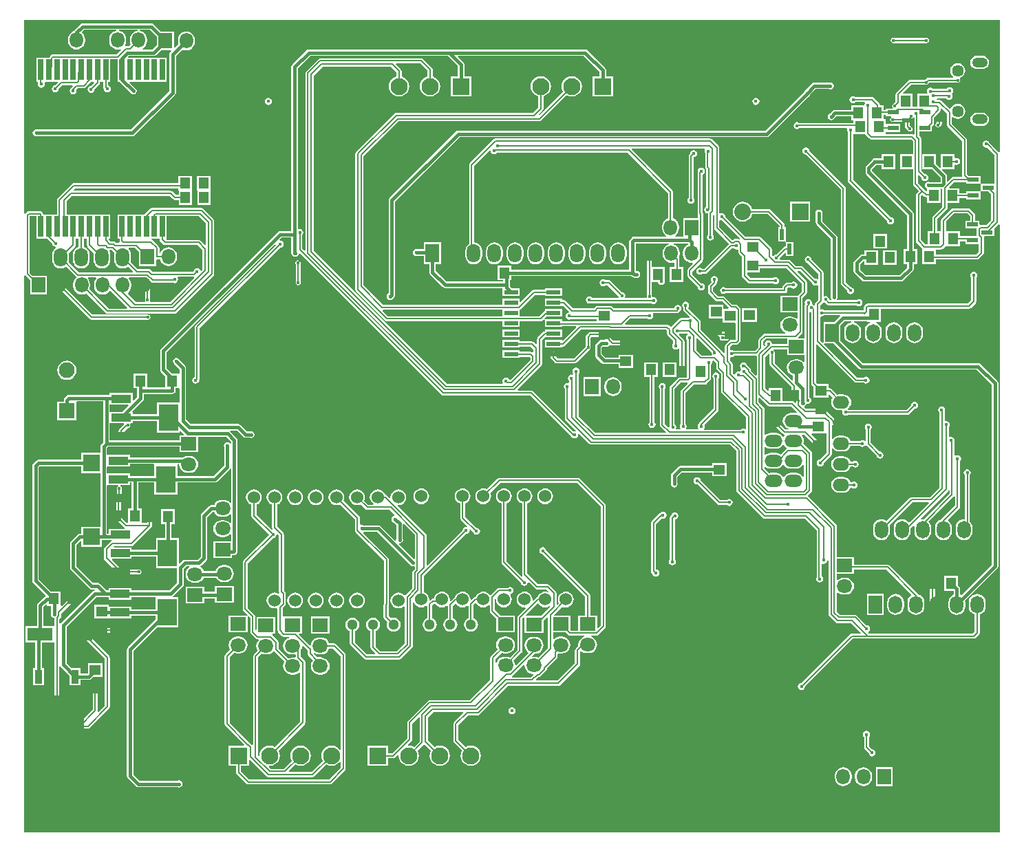
<source format=gbl>
G04*
G04 #@! TF.GenerationSoftware,Altium Limited,Altium Designer,18.1.6 (161)*
G04*
G04 Layer_Physical_Order=2*
G04 Layer_Color=16711680*
%FSTAX24Y24*%
%MOIN*%
G70*
G01*
G75*
%ADD11C,0.0080*%
%ADD26R,0.0550X0.0500*%
%ADD30R,0.0500X0.0550*%
%ADD37R,0.0520X0.0220*%
%ADD65O,0.0750X0.0480*%
%ADD89C,0.0150*%
%ADD90C,0.0240*%
%ADD91C,0.0570*%
%ADD92O,0.0650X0.0750*%
%ADD93R,0.0650X0.0750*%
%ADD94O,0.0750X0.0650*%
%ADD95R,0.0750X0.0650*%
%ADD96R,0.0800X0.0800*%
%ADD97C,0.0800*%
%ADD98O,0.0860X0.0600*%
%ADD99C,0.0827*%
%ADD100R,0.0827X0.0827*%
%ADD101O,0.0650X0.0900*%
%ADD102R,0.0650X0.0900*%
%ADD103O,0.0650X0.0850*%
%ADD104R,0.0650X0.0850*%
%ADD105O,0.0650X0.0850*%
%ADD106R,0.0650X0.0850*%
%ADD107R,0.0827X0.0827*%
%ADD108C,0.0600*%
%ADD109C,0.0512*%
%ADD110C,0.0768*%
%ADD111R,0.0768X0.0768*%
%ADD112C,0.0177*%
%ADD113C,0.0240*%
%ADD114R,0.1240X0.0630*%
%ADD115R,0.0370X0.0670*%
%ADD116R,0.2620X0.3040*%
%ADD117R,0.0945X0.0394*%
%ADD118R,0.0945X0.1299*%
%ADD119R,0.0256X0.1000*%
%ADD120R,0.0670X0.0210*%
%ADD121R,0.0220X0.0520*%
%ADD122O,0.0800X0.0600*%
G36*
X047244Y033008D02*
X047227Y032997D01*
X047194Y032989D01*
X04673Y033453D01*
X046729Y033453D01*
X046706Y033488D01*
X04665Y033525D01*
X046585Y033538D01*
X046519Y033525D01*
X046463Y033488D01*
X046426Y033432D01*
X046413Y033366D01*
X046426Y0333D01*
X046463Y033245D01*
X046519Y033207D01*
X046585Y033194D01*
X046633Y033204D01*
X046994Y032843D01*
Y03145D01*
X046354D01*
X046332Y03145D01*
X046306Y031489D01*
Y031825D01*
X045745D01*
X045664Y031907D01*
Y033573D01*
X045654Y03362D01*
X045628Y033659D01*
X044924Y034363D01*
Y034654D01*
X044974Y034679D01*
X045023Y034642D01*
X045111Y034605D01*
X045207Y034592D01*
X045302Y034605D01*
X045391Y034642D01*
X045467Y0347D01*
X045526Y034777D01*
X045562Y034865D01*
X045575Y034961D01*
X045562Y035056D01*
X045526Y035145D01*
X045467Y035221D01*
X045391Y035279D01*
X045302Y035316D01*
X045207Y035329D01*
X045111Y035316D01*
X045023Y035279D01*
X044946Y035221D01*
X044888Y035145D01*
X044863Y035085D01*
X044805Y035073D01*
X044395Y035483D01*
X044355Y035509D01*
X044308Y035519D01*
X044201D01*
X044193Y035526D01*
X044201Y035557D01*
X04422Y035576D01*
X044656D01*
X044662Y035567D01*
X044718Y03553D01*
X044783Y035517D01*
X044849Y03553D01*
X044905Y035567D01*
X044942Y035623D01*
X044955Y035689D01*
X044942Y035755D01*
X044908Y035806D01*
X044937Y035825D01*
X044974Y035881D01*
X044987Y035947D01*
X044974Y036012D01*
X044937Y036068D01*
X044881Y036105D01*
X044815Y036119D01*
X044749Y036105D01*
X044694Y036068D01*
X044681Y036049D01*
X04401D01*
X043956Y036086D01*
X04389Y036099D01*
X043824Y036086D01*
X043768Y036048D01*
X043731Y035993D01*
X043718Y035927D01*
X043731Y035861D01*
X043737Y035852D01*
X043714Y035808D01*
X043257D01*
Y035175D01*
X043017D01*
Y035808D01*
X042586D01*
X042567Y035854D01*
X042949Y036236D01*
X043681D01*
X043728Y036245D01*
X043768Y036272D01*
X043832Y036336D01*
X045209D01*
X045256Y036345D01*
X045295Y036372D01*
X045322Y036412D01*
X045331Y036458D01*
X045322Y036505D01*
X045309Y036524D01*
X045308Y036531D01*
X045322Y036579D01*
X045325Y036583D01*
X045391Y03661D01*
X045467Y036669D01*
X045526Y036745D01*
X045562Y036834D01*
X045575Y036929D01*
X045562Y037024D01*
X045526Y037113D01*
X045467Y037189D01*
X045391Y037248D01*
X045302Y037285D01*
X045207Y037297D01*
X045111Y037285D01*
X045023Y037248D01*
X044946Y037189D01*
X044888Y037113D01*
X044851Y037024D01*
X044839Y036929D01*
X044851Y036834D01*
X044888Y036745D01*
X044946Y036669D01*
X044996Y036631D01*
X044979Y036581D01*
X043781D01*
X043734Y036572D01*
X043695Y036545D01*
X04363Y036481D01*
X042898D01*
X042851Y036471D01*
X042811Y036445D01*
X04223Y035864D01*
X042204Y035824D01*
X042195Y035777D01*
Y035428D01*
X042071Y035305D01*
X042045Y035265D01*
X042035Y035218D01*
X042045Y035171D01*
X042064Y035143D01*
X042051Y035105D01*
X042042Y035093D01*
X041729D01*
Y035025D01*
X041624D01*
Y035237D01*
X041441D01*
Y035256D01*
X041432Y035303D01*
X041405Y035342D01*
X04114Y035608D01*
X0411Y035635D01*
X041053Y035644D01*
X040258D01*
X040204Y03568D01*
X040138Y035694D01*
X040072Y03568D01*
X040016Y035643D01*
X039979Y035587D01*
X039966Y035522D01*
X039979Y035456D01*
X040016Y0354D01*
X040072Y035363D01*
X040138Y03535D01*
X040204Y035363D01*
X040258Y035399D01*
X04068D01*
X040707Y035349D01*
X040689Y035323D01*
X040676Y035257D01*
X040659Y035237D01*
X040064D01*
Y03503D01*
X039252D01*
X039191Y035018D01*
X03914Y034984D01*
X03901Y034854D01*
X039009Y034854D01*
X038953Y034816D01*
X038916Y034761D01*
X038903Y034695D01*
X038916Y034629D01*
X038953Y034573D01*
X039009Y034536D01*
X039075Y034523D01*
X039141Y034536D01*
X039196Y034573D01*
X039234Y034629D01*
X039234Y03463D01*
X039317Y034714D01*
X040064D01*
Y034527D01*
X040148D01*
Y034396D01*
X037534D01*
X037497Y034421D01*
X037431Y034434D01*
X037365Y034421D01*
X03731Y034383D01*
X037272Y034328D01*
X037259Y034262D01*
X037272Y034196D01*
X03731Y03414D01*
X037365Y034103D01*
X037431Y03409D01*
X037497Y034103D01*
X037553Y03414D01*
X03756Y034151D01*
X039819D01*
X039855Y034101D01*
X039848Y034065D01*
X039861Y033999D01*
X039897Y033945D01*
Y031667D01*
X039887Y031651D01*
X039878Y031604D01*
X039887Y031558D01*
X039913Y031518D01*
X041777Y029654D01*
X04179Y02959D01*
X041827Y029534D01*
X041883Y029497D01*
X041949Y029484D01*
X042015Y029497D01*
X04207Y029534D01*
X042108Y02959D01*
X042121Y029656D01*
X042108Y029721D01*
X04207Y029777D01*
X042015Y029814D01*
X04195Y029827D01*
X040142Y031635D01*
Y03381D01*
X040148Y033858D01*
X040732D01*
X040735Y033841D01*
X040761Y033801D01*
X040929Y033634D01*
X040969Y033607D01*
X041015Y033598D01*
X042942D01*
X043038Y033502D01*
Y032875D01*
X042426D01*
Y032165D01*
X043038D01*
Y031437D01*
X043047Y03139D01*
X043073Y03135D01*
X043326Y031097D01*
X043221Y030992D01*
X043194Y030952D01*
X043185Y030906D01*
Y028671D01*
X043194Y028624D01*
X043221Y028585D01*
X043488Y028318D01*
X043489Y028268D01*
X043489Y028268D01*
X043489Y028268D01*
Y027558D01*
X044149D01*
Y027771D01*
X046152D01*
X046198Y027781D01*
X046238Y027807D01*
X046435Y028004D01*
X046461Y028044D01*
X046471Y028091D01*
Y028838D01*
X046467Y028854D01*
X046504Y028904D01*
X046973D01*
Y029261D01*
X047194Y029483D01*
X047227Y029475D01*
X047244Y029463D01*
Y0D01*
X0D01*
Y026985D01*
X00005Y027D01*
X000059Y026986D01*
X000278Y026767D01*
Y02608D01*
X001088D01*
Y02699D01*
X000401D01*
X000268Y027123D01*
Y029868D01*
X000579D01*
Y02879D01*
X001116D01*
X001344Y028562D01*
X001357Y028497D01*
X001394Y028441D01*
X00145Y028404D01*
X001516Y028391D01*
X001521Y028392D01*
X001542Y028345D01*
X001467Y028288D01*
X001402Y028203D01*
X001361Y028105D01*
X001347Y027999D01*
Y027749D01*
X001361Y027643D01*
X001402Y027545D01*
X001467Y02746D01*
X001552Y027395D01*
X00165Y027354D01*
X001756Y027341D01*
X001862Y027354D01*
X00196Y027395D01*
X002018Y027439D01*
X002505Y026952D01*
X002509Y026917D01*
X002505Y026889D01*
X002485Y026874D01*
X00242Y02679D01*
X002379Y026691D01*
X002365Y026585D01*
Y026485D01*
X002379Y02638D01*
X00242Y026281D01*
X002485Y026197D01*
X00257Y026132D01*
X002668Y026091D01*
X002774Y026077D01*
X00288Y026091D01*
X002978Y026132D01*
X002993Y026143D01*
X003947Y025189D01*
X003987Y025163D01*
X004034Y025153D01*
X007283D01*
X00733Y025163D01*
X00737Y025189D01*
X009161Y02698D01*
X009188Y02702D01*
X009197Y027067D01*
Y029646D01*
X009188Y029692D01*
X009161Y029732D01*
X008657Y030237D01*
X008617Y030263D01*
X00857Y030272D01*
X006174D01*
X006127Y030263D01*
X006087Y030237D01*
X005819Y029968D01*
X005807Y02995D01*
X004516D01*
Y02879D01*
X004602D01*
Y028686D01*
X004611Y028639D01*
X004613Y028637D01*
X004586Y028587D01*
X004442D01*
X004422Y028608D01*
X004382Y028634D01*
X004335Y028644D01*
X004167D01*
X004071Y02874D01*
X004087Y02879D01*
X004145D01*
Y02995D01*
X002051D01*
Y030609D01*
X002305Y030862D01*
X007036D01*
X007197Y030701D01*
X007237Y030674D01*
X007283Y030665D01*
X007471D01*
Y030432D01*
X008131D01*
Y031142D01*
X008125D01*
Y031831D01*
X007465D01*
Y031477D01*
X002398D01*
X002351Y031467D01*
X002311Y031441D01*
X001606Y030736D01*
X00158Y030696D01*
X001571Y030649D01*
Y02995D01*
X00091D01*
Y029961D01*
X0009Y030007D01*
X000874Y030047D01*
X000844Y030077D01*
X000805Y030103D01*
X000758Y030112D01*
X000216D01*
X000169Y030103D01*
X00013Y030077D01*
X000059Y030006D01*
X00005Y029992D01*
X0Y030008D01*
Y03937D01*
X047244D01*
Y033008D01*
D02*
G37*
G36*
X041729Y034713D02*
X041987D01*
X041999Y034663D01*
X041971Y034644D01*
X041944Y034604D01*
X041935Y034557D01*
X041944Y03451D01*
X041971Y034471D01*
X04201Y034444D01*
X042057Y034435D01*
X042652D01*
Y034224D01*
X042661Y034177D01*
X042688Y034137D01*
X042807Y034018D01*
X042847Y033991D01*
X042894Y033982D01*
X042941Y033991D01*
X04298Y034018D01*
X043007Y034058D01*
X043016Y034104D01*
X043007Y034151D01*
X04298Y034191D01*
X042897Y034274D01*
Y034477D01*
X043029Y034609D01*
X043056Y034649D01*
X043056Y034649D01*
X043106Y034644D01*
Y033849D01*
X043056Y033822D01*
X043039Y033834D01*
X042993Y033843D01*
X041752D01*
X041708Y033858D01*
Y033921D01*
X041729Y033963D01*
X042409D01*
Y034343D01*
X041729D01*
X041708Y034384D01*
Y034568D01*
X041624D01*
Y03478D01*
X041729D01*
Y034713D01*
D02*
G37*
G36*
X044679Y034852D02*
Y034312D01*
X044689Y034266D01*
X044715Y034226D01*
X045419Y033522D01*
Y031856D01*
X045425Y031826D01*
X045395Y031776D01*
X045D01*
X044953Y031767D01*
X044914Y03174D01*
X044732Y031558D01*
X044686Y031577D01*
Y031817D01*
X044674Y031877D01*
X044639Y031928D01*
X044449Y032118D01*
X044468Y032165D01*
X045054D01*
Y032334D01*
X045104Y032366D01*
X045148Y032358D01*
X045213Y032371D01*
X045269Y032408D01*
X045306Y032464D01*
X04532Y03253D01*
X045306Y032595D01*
X045269Y032651D01*
X045213Y032688D01*
X045148Y032701D01*
X045104Y032693D01*
X045054Y032726D01*
Y032875D01*
X044394D01*
Y032239D01*
X044348Y032219D01*
X044154Y032413D01*
Y032875D01*
X043494D01*
Y032165D01*
X043956D01*
X04437Y031751D01*
Y031526D01*
X043846D01*
X043845Y031527D01*
X04378Y03154D01*
X043714Y031527D01*
X043658Y03149D01*
X043621Y031434D01*
X043608Y031368D01*
X043621Y031302D01*
X043658Y031247D01*
X043714Y031209D01*
X043731Y031206D01*
Y031104D01*
X043684Y031085D01*
X043586Y031184D01*
X043586Y031184D01*
X043586Y031184D01*
X043282Y031487D01*
Y031844D01*
X043328Y031863D01*
X043441Y031751D01*
X043453Y031686D01*
X043491Y03163D01*
X043546Y031593D01*
X043612Y03158D01*
X043678Y031593D01*
X043734Y03163D01*
X043771Y031686D01*
X043784Y031752D01*
X043771Y031818D01*
X043734Y031874D01*
X043678Y031911D01*
X043614Y031924D01*
X043442Y032095D01*
Y033619D01*
X043433Y033666D01*
X043406Y033706D01*
X043351Y033762D01*
Y033972D01*
X043955D01*
Y034219D01*
X044027Y034291D01*
X044054Y034331D01*
X044063Y034378D01*
Y034646D01*
X044338Y034922D01*
X044365Y034961D01*
X044374Y035008D01*
Y035087D01*
X044424Y035107D01*
X044679Y034852D01*
D02*
G37*
G36*
X045626Y031445D02*
X046284D01*
X046306Y031445D01*
X046332Y031405D01*
Y031114D01*
X046306Y031075D01*
X046284Y031075D01*
X045626D01*
Y030988D01*
X045291D01*
Y031221D01*
X044806D01*
X044787Y031267D01*
X045051Y031531D01*
X045626D01*
Y031445D01*
D02*
G37*
G36*
X007465Y031121D02*
X007471D01*
Y03091D01*
X007334D01*
X007173Y031071D01*
X007133Y031097D01*
X007087Y031107D01*
X002388D01*
X002369Y031153D01*
X002448Y031232D01*
X007465D01*
Y031121D01*
D02*
G37*
G36*
X046834Y030925D02*
Y029695D01*
X046586Y029447D01*
X046323D01*
X046317Y029446D01*
X046267Y029487D01*
Y029659D01*
X046049D01*
Y029929D01*
X04604Y029976D01*
X046014Y030016D01*
X045815Y030214D01*
X045775Y030241D01*
X045728Y03025D01*
X04498D01*
X044933Y030241D01*
X044894Y030214D01*
X044431Y029752D01*
X044405Y029712D01*
X044395Y029665D01*
Y029135D01*
X044217D01*
Y029733D01*
X044677Y030193D01*
X044704Y030233D01*
X044713Y03028D01*
Y030511D01*
X045291D01*
Y030744D01*
X045626D01*
Y030695D01*
X046306D01*
Y03103D01*
X046332Y03107D01*
X046354Y03107D01*
X046689D01*
X046834Y030925D01*
D02*
G37*
G36*
X044468Y031171D02*
Y03033D01*
X044008Y02987D01*
X043981Y02983D01*
X043972Y029783D01*
Y029135D01*
X043764D01*
Y028507D01*
X043644D01*
X043429Y028722D01*
Y030855D01*
X043499Y030924D01*
X043595Y030829D01*
X043634Y030802D01*
X043681Y030793D01*
X043731D01*
Y030511D01*
X044391D01*
Y031203D01*
X044427Y031207D01*
X044468Y031171D01*
D02*
G37*
G36*
X045805Y029879D02*
Y029659D01*
X045587D01*
Y029279D01*
X04611D01*
X04613Y029254D01*
Y028934D01*
X046111Y028909D01*
X045587D01*
Y028902D01*
X045324D01*
Y029135D01*
X044664D01*
X04464Y029174D01*
Y029615D01*
X045031Y030006D01*
X045678D01*
X045805Y029879D01*
D02*
G37*
G36*
X008788Y029534D02*
Y028498D01*
X008741Y028479D01*
X008531Y028689D01*
X008492Y028715D01*
X008445Y028725D01*
X006889D01*
X006877Y02874D01*
X006901Y02879D01*
X006901D01*
Y029868D01*
X008453D01*
X008788Y029534D01*
D02*
G37*
G36*
X045587Y028529D02*
X046226D01*
Y028141D01*
X046101Y028016D01*
X044149D01*
Y028262D01*
X044394D01*
X044441Y028271D01*
X044481Y028298D01*
X044604Y028422D01*
X044614Y028437D01*
X044664Y028425D01*
Y028425D01*
X045324D01*
Y028657D01*
X045587D01*
Y028529D01*
D02*
G37*
G36*
X006551Y02874D02*
X00656Y028693D01*
X006587Y028654D01*
X006725Y028516D01*
X006764Y028489D01*
X006811Y02848D01*
X008394D01*
X008628Y028247D01*
Y027285D01*
X008574Y027232D01*
X008526Y027246D01*
X008525Y027254D01*
X008488Y027309D01*
X008432Y027347D01*
X008366Y02736D01*
X0083Y027347D01*
X008245Y027309D01*
X008207Y027254D01*
X008195Y027189D01*
X008185Y027179D01*
X006208D01*
X006111Y027277D01*
X006071Y027303D01*
X006024Y027313D01*
X00549D01*
X005152Y027651D01*
X005164Y027749D01*
Y027999D01*
X00515Y028105D01*
X00511Y028203D01*
X005045Y028288D01*
X005036Y028295D01*
X005052Y028342D01*
X005367D01*
X005563Y028145D01*
Y027458D01*
X006374D01*
Y02776D01*
X006412Y027791D01*
X006413Y027791D01*
X00658D01*
X006584Y027758D01*
X006625Y027659D01*
X00669Y027575D01*
X006774Y02751D01*
X006873Y027469D01*
X006978Y027455D01*
X007084Y027469D01*
X007183Y02751D01*
X007267Y027575D01*
X007332Y027659D01*
X007373Y027758D01*
X007387Y027863D01*
Y027963D01*
X007373Y028069D01*
X007332Y028168D01*
X007267Y028252D01*
X007183Y028317D01*
X007084Y028358D01*
X006978Y028372D01*
X006873Y028358D01*
X006774Y028317D01*
X00669Y028252D01*
X006625Y028168D01*
X006584Y028069D01*
X006536Y028078D01*
Y028338D01*
X006527Y028385D01*
X0065Y028425D01*
X006214Y028711D01*
X006174Y028738D01*
X006161Y02874D01*
X006166Y02879D01*
X006551D01*
Y02874D01*
D02*
G37*
G36*
X003027Y02848D02*
X003037Y028433D01*
X003063Y028394D01*
X00336Y028097D01*
X003347Y027999D01*
Y027749D01*
X003361Y027643D01*
X003402Y027545D01*
X003467Y02746D01*
X003552Y027395D01*
X00365Y027354D01*
X003756Y027341D01*
X003862Y027354D01*
X00396Y027395D01*
X004045Y02746D01*
X00411Y027545D01*
X00415Y027643D01*
X004164Y027749D01*
Y027999D01*
X00415Y028105D01*
X004116Y028189D01*
X004139Y028239D01*
X004218D01*
X00436Y028097D01*
X004347Y027999D01*
Y027749D01*
X004361Y027643D01*
X004402Y027545D01*
X004467Y02746D01*
X004552Y027395D01*
X00465Y027354D01*
X004756Y027341D01*
X004862Y027354D01*
X00496Y027395D01*
X005018Y027439D01*
X005258Y027199D01*
X005239Y027153D01*
X00265D01*
X002152Y027651D01*
X002164Y027749D01*
Y027999D01*
X002152Y028097D01*
X002449Y028394D01*
X002475Y028433D01*
X002485Y02848D01*
Y02879D01*
X002634D01*
Y028387D01*
X002552Y028353D01*
X002467Y028288D01*
X002402Y028203D01*
X002361Y028105D01*
X002347Y027999D01*
Y027749D01*
X002361Y027643D01*
X002402Y027545D01*
X002467Y02746D01*
X002552Y027395D01*
X00265Y027354D01*
X002756Y027341D01*
X002862Y027354D01*
X00296Y027395D01*
X003045Y02746D01*
X00311Y027545D01*
X00315Y027643D01*
X003164Y027749D01*
Y027999D01*
X00315Y028105D01*
X00311Y028203D01*
X003045Y028288D01*
X00296Y028353D01*
X002878Y028387D01*
Y02879D01*
X003027D01*
Y02848D01*
D02*
G37*
G36*
X008227Y026885D02*
X007061Y025718D01*
X006102D01*
X006074Y025761D01*
X006073Y025768D01*
X006081Y02581D01*
Y02635D01*
X006072Y026397D01*
X006046Y026437D01*
X00586Y026622D01*
X005821Y026648D01*
X005774Y026658D01*
X005727Y026648D01*
X005687Y026622D01*
X005661Y026582D01*
X005651Y026535D01*
X005661Y026489D01*
X005687Y026449D01*
X005837Y026299D01*
Y02581D01*
X005845Y025768D01*
X005844Y025761D01*
X005816Y025718D01*
X005406D01*
X005009Y026115D01*
X005012Y026165D01*
X005053Y026197D01*
X005118Y026281D01*
X005158Y02638D01*
X005172Y026485D01*
Y026585D01*
X005158Y026691D01*
X005118Y02679D01*
X005065Y026858D01*
X005086Y026908D01*
X005907D01*
X00613Y026685D01*
X00617Y026659D01*
X006217Y026649D01*
X007198D01*
X007208Y026642D01*
X007274Y026629D01*
X00734Y026642D01*
X007395Y02668D01*
X007433Y026735D01*
X007446Y026801D01*
X007433Y026867D01*
X007421Y026885D01*
X007448Y026935D01*
X008207D01*
X008227Y026885D01*
D02*
G37*
G36*
X003483Y026858D02*
X00343Y02679D01*
X003389Y026691D01*
X003375Y026585D01*
Y026485D01*
X003389Y02638D01*
X00343Y026281D01*
X003495Y026197D01*
X00358Y026132D01*
X003678Y026091D01*
X003784Y026077D01*
X00389Y026091D01*
X003988Y026132D01*
X004073Y026197D01*
X004114Y02625D01*
X004164Y026254D01*
X004973Y025444D01*
X004954Y025398D01*
X004084D01*
X003149Y026333D01*
X003168Y02638D01*
X003182Y026485D01*
Y026585D01*
X003168Y026691D01*
X003128Y02679D01*
X003075Y026858D01*
X003096Y026908D01*
X003461D01*
X003483Y026858D01*
D02*
G37*
%LPC*%
G36*
X043691Y038508D02*
X042087D01*
X04204Y038499D01*
X042Y038472D01*
X041974Y038433D01*
X041964Y038386D01*
X041974Y038339D01*
X042Y038299D01*
X04204Y038273D01*
X042087Y038263D01*
X043691D01*
X043738Y038273D01*
X043777Y038299D01*
X043804Y038339D01*
X043813Y038386D01*
X043804Y038433D01*
X043777Y038472D01*
X043738Y038499D01*
X043691Y038508D01*
D02*
G37*
G36*
X006136Y039223D02*
X002825D01*
X002764Y039211D01*
X002713Y039177D01*
X002418Y038881D01*
X002387Y038835D01*
X002325Y038809D01*
X002241Y038744D01*
X002176Y03866D01*
X002135Y038561D01*
X002121Y038456D01*
Y038356D01*
X002135Y03825D01*
X002176Y038151D01*
X002241Y038067D01*
X002325Y038002D01*
X002424Y037961D01*
X00253Y037947D01*
X002635Y037961D01*
X002734Y038002D01*
X002818Y038067D01*
X002883Y038151D01*
X002924Y03825D01*
X002938Y038356D01*
Y038456D01*
X002924Y038561D01*
X002883Y03866D01*
X002818Y038744D01*
X002797Y038761D01*
X002794Y038811D01*
X00289Y038907D01*
X004462D01*
X004466Y038857D01*
X004414Y03885D01*
X004315Y038809D01*
X004231Y038744D01*
X004166Y03866D01*
X004125Y038561D01*
X004111Y038456D01*
Y038356D01*
X004125Y03825D01*
X004166Y038151D01*
X004231Y038067D01*
X004315Y038002D01*
X004414Y037961D01*
X00452Y037947D01*
X004625Y037961D01*
X004644Y037969D01*
X004672Y037926D01*
X004457Y037711D01*
X001382D01*
X001335Y037702D01*
X001295Y037675D01*
X00124Y03762D01*
X001214Y037581D01*
X001207Y037548D01*
X000579D01*
Y036388D01*
X000665D01*
Y036321D01*
X000655Y03627D01*
X000668Y036204D01*
X000705Y036148D01*
X000761Y036111D01*
X000827Y036098D01*
X000893Y036111D01*
X000948Y036148D01*
X000986Y036204D01*
X000999Y03627D01*
X000986Y036335D01*
X00098Y036344D01*
X001003Y036388D01*
X001603D01*
X001622Y036342D01*
X001495Y036215D01*
X00143Y036202D01*
X001375Y036165D01*
X001337Y036109D01*
X001324Y036043D01*
X001337Y035978D01*
X001375Y035922D01*
X00143Y035885D01*
X001496Y035871D01*
X001562Y035885D01*
X001618Y035922D01*
X001655Y035978D01*
X001668Y036042D01*
X001852Y036226D01*
X002326D01*
X002346Y03618D01*
X002276Y03611D01*
X002251Y036073D01*
X002241Y036066D01*
X002203Y036011D01*
X00219Y035945D01*
X002203Y035879D01*
X002241Y035823D01*
X002296Y035786D01*
X002362Y035773D01*
X002428Y035786D01*
X002484Y035823D01*
X002521Y035879D01*
X002534Y035945D01*
X002521Y03601D01*
X002578Y036066D01*
X00287D01*
X002917Y036075D01*
X002956Y036102D01*
X003236Y036382D01*
X003241Y036388D01*
X003355D01*
X003374Y036342D01*
X003227Y036195D01*
X003163Y036182D01*
X003107Y036145D01*
X00307Y036089D01*
X003056Y036024D01*
X00307Y035958D01*
X003107Y035902D01*
X003163Y035865D01*
X003228Y035852D01*
X003294Y035865D01*
X00335Y035902D01*
X003387Y035958D01*
X0034Y036022D01*
X00363Y036252D01*
X003656Y036292D01*
X003666Y036339D01*
Y036388D01*
X003815D01*
Y036122D01*
X003824Y036075D01*
X003844Y036045D01*
X003844Y036043D01*
X003857Y035978D01*
X003894Y035922D01*
X00395Y035885D01*
X004016Y035871D01*
X004082Y035885D01*
X004137Y035922D01*
X004175Y035978D01*
X004188Y036043D01*
X004175Y036109D01*
X004137Y036165D01*
X004082Y036202D01*
X004059Y036207D01*
Y036388D01*
X004145D01*
Y037466D01*
X004508D01*
X004516Y037459D01*
Y036388D01*
X004604D01*
X004607Y036384D01*
X005117Y035875D01*
X005117Y035874D01*
X005154Y035818D01*
X00521Y035781D01*
X005276Y035767D01*
X005341Y035781D01*
X005397Y035818D01*
X005434Y035874D01*
X005447Y035939D01*
X005434Y036005D01*
X005397Y036061D01*
X005341Y036098D01*
X00534Y036098D01*
X005096Y036342D01*
X005115Y036388D01*
X006901D01*
Y037548D01*
X005032D01*
X005013Y037595D01*
X005056Y037637D01*
X006264D01*
X006324Y037649D01*
X006375Y037684D01*
X006603Y037911D01*
X007101D01*
X00712Y037865D01*
X007066Y037811D01*
X007032Y03776D01*
X00702Y037699D01*
Y035931D01*
X005154Y034066D01*
X000638D01*
X000637Y034066D01*
X000571Y034079D01*
X000505Y034066D01*
X000449Y034029D01*
X000412Y033973D01*
X000399Y033907D01*
X000412Y033842D01*
X000449Y033786D01*
X000505Y033749D01*
X000571Y033736D01*
X000637Y033749D01*
X000638Y033749D01*
X00522D01*
X00528Y033761D01*
X005332Y033796D01*
X007289Y035753D01*
X007324Y035805D01*
X007336Y035865D01*
Y037634D01*
X007657Y037955D01*
X007739Y037922D01*
X007844Y037908D01*
X00795Y037922D01*
X008049Y037962D01*
X008133Y038027D01*
X008198Y038112D01*
X008239Y03821D01*
X008253Y038316D01*
Y038416D01*
X008239Y038522D01*
X008198Y03862D01*
X008133Y038705D01*
X008049Y03877D01*
X00795Y038811D01*
X007844Y038825D01*
X007739Y038811D01*
X00764Y03877D01*
X007556Y038705D01*
X007491Y03862D01*
X00745Y038522D01*
X007436Y038416D01*
Y038316D01*
X00745Y03821D01*
X007454Y0382D01*
X007286Y038031D01*
X007239Y03805D01*
Y038821D01*
X006603D01*
X006247Y039177D01*
X006196Y039211D01*
X006136Y039223D01*
D02*
G37*
G36*
X046405Y037646D02*
X046135D01*
X046051Y037635D01*
X045973Y037602D01*
X045906Y037551D01*
X045855Y037484D01*
X045823Y037406D01*
X045812Y037323D01*
X045823Y037239D01*
X045855Y037161D01*
X045906Y037095D01*
X045973Y037043D01*
X046051Y037011D01*
X046135Y037D01*
X046405D01*
X046488Y037011D01*
X046566Y037043D01*
X046633Y037095D01*
X046684Y037161D01*
X046716Y037239D01*
X046727Y037323D01*
X046716Y037406D01*
X046684Y037484D01*
X046633Y037551D01*
X046566Y037602D01*
X046488Y037635D01*
X046405Y037646D01*
D02*
G37*
G36*
X039035Y036363D02*
X03897Y03635D01*
X038969Y036349D01*
X038268D01*
X038207Y036337D01*
X038156Y036303D01*
X037792Y035939D01*
X037788Y035932D01*
X037782Y035929D01*
X037745Y035873D01*
X037744Y035872D01*
X035889Y034016D01*
X021004D01*
X020943Y034004D01*
X020892Y03397D01*
X017684Y030761D01*
X017649Y03071D01*
X017637Y03065D01*
Y026134D01*
X017595Y026106D01*
X017558Y02605D01*
X017545Y025984D01*
X017558Y025918D01*
X017595Y025863D01*
X017651Y025825D01*
X017717Y025812D01*
X017782Y025825D01*
X017838Y025863D01*
X017875Y025918D01*
X017876Y02592D01*
X017907Y025951D01*
X017941Y026003D01*
X017953Y026063D01*
Y030584D01*
X021069Y0337D01*
X035955D01*
X036015Y033712D01*
X036066Y033747D01*
X037968Y035648D01*
X037969Y035648D01*
X038025Y035686D01*
X038062Y035741D01*
X038068Y035767D01*
X038333Y036033D01*
X038969D01*
X03897Y036032D01*
X039035Y036019D01*
X039101Y036032D01*
X039157Y036069D01*
X039194Y036125D01*
X039207Y036191D01*
X039194Y036257D01*
X039157Y036312D01*
X039101Y03635D01*
X039035Y036363D01*
D02*
G37*
G36*
X027165Y037953D02*
X01378D01*
X013719Y037941D01*
X013668Y037907D01*
X012981Y037221D01*
X012947Y037169D01*
X012935Y037109D01*
Y029153D01*
X012381D01*
X01232Y029141D01*
X012269Y029107D01*
X006621Y023458D01*
X006586Y023407D01*
X006574Y023346D01*
Y022441D01*
X006586Y02238D01*
X006621Y022329D01*
X00683Y02212D01*
Y021575D01*
X005954D01*
Y022245D01*
X005294D01*
Y021535D01*
X005466D01*
Y021123D01*
X005284Y02094D01*
X005237Y020959D01*
Y0213D01*
X004133D01*
Y021221D01*
X002165D01*
X002105Y021209D01*
X002054Y021175D01*
X00195Y021071D01*
X001916Y02102D01*
X001904Y020959D01*
Y020897D01*
X001598D01*
Y019969D01*
X002526D01*
Y020897D01*
X002572Y020905D01*
X003818D01*
Y018924D01*
X003727Y018832D01*
X003693Y018781D01*
X003681Y01872D01*
Y018409D01*
X002761D01*
Y018073D01*
X000681D01*
X000621Y018061D01*
X000569Y018027D01*
X00043Y017887D01*
X000395Y017836D01*
X000383Y017776D01*
Y01222D01*
X000395Y01216D01*
X00043Y012108D01*
X001025Y011513D01*
X00101Y011457D01*
X000971Y011431D01*
X000656Y011116D01*
X000622Y011064D01*
X00061Y011004D01*
Y010001D01*
X000068D01*
Y009211D01*
X000531D01*
Y007977D01*
X000424D01*
Y007147D01*
X000954D01*
Y007977D01*
X000847D01*
Y009211D01*
X001452D01*
Y005157D01*
X001462Y005111D01*
X001488Y005071D01*
X001528Y005044D01*
X001575Y005035D01*
X003071D01*
X003118Y005044D01*
X003157Y005071D01*
X004102Y006016D01*
X004129Y006056D01*
X004138Y006102D01*
Y00848D01*
X004129Y008527D01*
X004102Y008567D01*
X002976Y009693D01*
X002936Y009719D01*
X00289Y009729D01*
X002697D01*
X00265Y009719D01*
X00261Y009693D01*
X002584Y009653D01*
X002575Y009606D01*
X002584Y009559D01*
X00261Y00952D01*
X00265Y009493D01*
X002697Y009484D01*
X002839D01*
X003893Y00843D01*
Y006153D01*
X003583Y005843D01*
X003541Y005871D01*
X003548Y005906D01*
Y006969D01*
X003538Y007015D01*
X003512Y007055D01*
X003472Y007082D01*
X003425Y007091D01*
X003378Y007082D01*
X003339Y007055D01*
X003312Y007015D01*
X003303Y006969D01*
Y005956D01*
X002626Y00528D01*
X001697D01*
Y008033D01*
X001706Y008039D01*
X001774Y008028D01*
X001778Y008022D01*
X002196Y007604D01*
Y007147D01*
X002726D01*
Y007404D01*
X003119D01*
X00318Y007416D01*
X003231Y007451D01*
X003319Y007538D01*
X00378D01*
Y008199D01*
X00307D01*
Y007737D01*
X003054Y007721D01*
X002726D01*
Y007977D01*
X002269D01*
X002048Y008199D01*
Y009994D01*
X003471Y011417D01*
X00408D01*
Y011298D01*
X005184D01*
Y011417D01*
X00632D01*
X006363Y011399D01*
X006363Y011367D01*
Y010827D01*
X005184D01*
Y010946D01*
X004095D01*
Y011039D01*
X003385D01*
Y010379D01*
X004095D01*
Y010392D01*
X005184D01*
Y010511D01*
X006363D01*
Y01034D01*
X005006Y008984D01*
X004972Y008932D01*
X00496Y008872D01*
Y002756D01*
X004972Y002695D01*
X005006Y002644D01*
X0054Y00225D01*
X005451Y002216D01*
X005512Y002204D01*
X007413D01*
X007415Y002203D01*
X00748Y00219D01*
X007546Y002203D01*
X007602Y002241D01*
X007639Y002296D01*
X007652Y002362D01*
X007639Y002428D01*
X007602Y002484D01*
X007546Y002521D01*
X00748Y002534D01*
X007415Y002521D01*
X007413Y00252D01*
X005577D01*
X005276Y002821D01*
Y008806D01*
X006409Y00994D01*
X007468D01*
Y011399D01*
X007202D01*
X007187Y011449D01*
X007208Y011463D01*
X007668Y011923D01*
X007703Y011974D01*
X007715Y012035D01*
Y012784D01*
X007844Y012913D01*
X007983D01*
X008Y012863D01*
X007929Y012809D01*
X007864Y012724D01*
X007823Y012625D01*
X007809Y01252D01*
X007823Y012414D01*
X007864Y012315D01*
X007929Y012231D01*
X008013Y012166D01*
X008112Y012125D01*
X008218Y012111D01*
X008318D01*
X008423Y012125D01*
X008522Y012166D01*
X008607Y012231D01*
X008671Y012315D01*
X008691Y012362D01*
X009278D01*
X009281Y012355D01*
X009346Y01227D01*
X009431Y012205D01*
X009529Y012164D01*
X009635Y012151D01*
X009735D01*
X009841Y012164D01*
X009939Y012205D01*
X010024Y01227D01*
X010089Y012355D01*
X01013Y012453D01*
X010144Y012559D01*
X01013Y012665D01*
X010089Y012763D01*
X010024Y012848D01*
X009939Y012913D01*
X009841Y012954D01*
X009735Y012968D01*
X009635D01*
X009529Y012954D01*
X009431Y012913D01*
X009346Y012848D01*
X009281Y012763D01*
X009246Y012678D01*
X008691D01*
X008671Y012724D01*
X008607Y012809D01*
X008522Y012873D01*
X008522Y012874D01*
X008525Y012917D01*
X008526Y012926D01*
X008576Y012959D01*
X008813Y013195D01*
X008847Y013247D01*
X008859Y013307D01*
Y015289D01*
X009126Y015556D01*
X009183D01*
X009203Y01551D01*
X009267Y015426D01*
X009352Y015361D01*
X009451Y01532D01*
X009556Y015306D01*
X009656D01*
X009762Y01532D01*
X009861Y015361D01*
X009945Y015426D01*
X009962Y015447D01*
X010009Y015431D01*
Y015017D01*
X009962Y015001D01*
X009945Y015023D01*
X009861Y015088D01*
X009762Y015129D01*
X009656Y015143D01*
X009556D01*
X009451Y015129D01*
X009352Y015088D01*
X009267Y015023D01*
X009203Y014939D01*
X009162Y01484D01*
X009148Y014734D01*
X009162Y014629D01*
X009203Y01453D01*
X009267Y014446D01*
X009352Y014381D01*
X009451Y01434D01*
X009556Y014326D01*
X009656D01*
X009762Y01434D01*
X009861Y014381D01*
X009945Y014446D01*
X009962Y014467D01*
X010009Y014451D01*
Y014129D01*
X009151D01*
Y013319D01*
X010061D01*
Y013444D01*
X010128D01*
X010188Y013456D01*
X01024Y013491D01*
X010279Y01353D01*
X010313Y013581D01*
X010325Y013642D01*
Y019016D01*
X010313Y019076D01*
X010279Y019128D01*
X009966Y01944D01*
X009977Y019479D01*
X009985Y01949D01*
X010279D01*
X010302Y019475D01*
X010597Y01918D01*
X010648Y019145D01*
X010709Y019133D01*
X010907D01*
X010909Y019133D01*
X010974Y019119D01*
X01104Y019133D01*
X011096Y01917D01*
X011133Y019226D01*
X011146Y019291D01*
X011133Y019357D01*
X011096Y019413D01*
X01104Y01945D01*
X010974Y019463D01*
X010909Y01945D01*
X010907Y019449D01*
X010774D01*
X010505Y019718D01*
X010475Y019738D01*
X010454Y01976D01*
X010402Y019794D01*
X010342Y019806D01*
X008055D01*
X007835Y020026D01*
Y02252D01*
X007823Y02258D01*
X007789Y022631D01*
X007521Y022899D01*
X007521Y0229D01*
X007484Y022956D01*
X007428Y022993D01*
X007362Y023007D01*
X007296Y022993D01*
X007241Y022956D01*
X007203Y0229D01*
X00719Y022835D01*
X007203Y022769D01*
X007241Y022713D01*
X007296Y022676D01*
X007298Y022676D01*
X007519Y022454D01*
Y022283D01*
X00749Y022245D01*
X007152D01*
X00689Y022506D01*
Y023281D01*
X012124Y028515D01*
X012177Y028497D01*
X012178Y028492D01*
X00828Y024593D01*
X008253Y024553D01*
X008244Y024506D01*
Y02209D01*
X008231Y022088D01*
X008176Y022051D01*
X008138Y021995D01*
X008125Y021929D01*
X008138Y021863D01*
X008176Y021808D01*
X008231Y02177D01*
X008297Y021757D01*
X008363Y02177D01*
X008419Y021808D01*
X008456Y021863D01*
X008469Y021929D01*
X008468Y021935D01*
X008479Y021951D01*
X008488Y021998D01*
Y024456D01*
X012382Y02835D01*
X012447Y028362D01*
X012502Y0284D01*
X01254Y028455D01*
X012553Y028521D01*
X01254Y028587D01*
X012502Y028643D01*
X012447Y02868D01*
X012381Y028693D01*
X012371Y028691D01*
X012347Y028737D01*
X012446Y028837D01*
X012935D01*
Y028096D01*
X012947Y028035D01*
X012956Y028022D01*
X012959Y028005D01*
X012997Y027949D01*
X013052Y027912D01*
X013118Y027899D01*
X013184Y027912D01*
X01324Y027949D01*
X013277Y028005D01*
X013288Y028063D01*
X013314Y028077D01*
X013339Y028083D01*
X020202Y02122D01*
X020241Y021193D01*
X020288Y021184D01*
X024509D01*
X026498Y019195D01*
X026499Y019194D01*
X026522Y01916D01*
X026578Y019123D01*
X026644Y01911D01*
X026709Y019123D01*
X026765Y01916D01*
X026802Y019216D01*
X026816Y019282D01*
X026806Y019328D01*
X026852Y019352D01*
X027364Y018841D01*
X027404Y018814D01*
X027451Y018805D01*
X034172D01*
X034483Y018493D01*
Y016587D01*
X034493Y01654D01*
X034519Y016501D01*
X035765Y015255D01*
X035805Y015228D01*
X035852Y015219D01*
X037817D01*
X038372Y014664D01*
Y012369D01*
X038365Y012359D01*
X038352Y012293D01*
X038365Y012228D01*
X038402Y012172D01*
X038458Y012135D01*
X038524Y012121D01*
X038589Y012135D01*
X038645Y012172D01*
X038682Y012228D01*
X038696Y012293D01*
X038682Y012359D01*
X038645Y012415D01*
X038616Y012434D01*
Y013014D01*
X038658Y013041D01*
X038666Y01304D01*
X03873Y013027D01*
X038796Y01304D01*
X038852Y013077D01*
X038889Y013133D01*
X038897Y013173D01*
X038947Y013168D01*
Y010586D01*
X038956Y010539D01*
X038983Y0105D01*
X039296Y010187D01*
X039336Y01016D01*
X039383Y010151D01*
X040051D01*
X040505Y009696D01*
X040486Y00965D01*
X040083D01*
X040036Y009641D01*
X039996Y009614D01*
X037636Y007254D01*
X037572Y007241D01*
X037516Y007204D01*
X037479Y007148D01*
X037466Y007083D01*
X037479Y007017D01*
X037516Y006961D01*
X037572Y006924D01*
X037638Y006911D01*
X037704Y006924D01*
X037759Y006961D01*
X037797Y007017D01*
X037809Y007081D01*
X040133Y009405D01*
X045993D01*
X04604Y009415D01*
X04608Y009441D01*
X04624Y009601D01*
X046267Y009641D01*
X046276Y009688D01*
Y010575D01*
X046358Y010609D01*
X046442Y010674D01*
X046507Y010759D01*
X046548Y010857D01*
X046562Y010963D01*
Y011163D01*
X046548Y011269D01*
X046507Y011367D01*
X046442Y011452D01*
X046358Y011517D01*
X046259Y011558D01*
X046154Y011571D01*
X046048Y011558D01*
X045949Y011517D01*
X045865Y011452D01*
X0458Y011367D01*
X045759Y011269D01*
X045745Y011163D01*
Y010963D01*
X045759Y010857D01*
X0458Y010759D01*
X045865Y010674D01*
X045949Y010609D01*
X046031Y010575D01*
Y009739D01*
X045943Y00965D01*
X040905D01*
X04087Y009689D01*
X040878Y00974D01*
X040909Y00976D01*
X040946Y009816D01*
X040959Y009882D01*
X040946Y009948D01*
X040909Y010003D01*
X040853Y010041D01*
X040789Y010053D01*
X040323Y01052D01*
X040283Y010546D01*
X040236Y010555D01*
X039499D01*
X039352Y010703D01*
Y01162D01*
X039402Y011641D01*
X03947Y011589D01*
X039569Y011548D01*
X039674Y011534D01*
X039774D01*
X03988Y011548D01*
X039979Y011589D01*
X040063Y011654D01*
X040128Y011739D01*
X040169Y011837D01*
X040183Y011943D01*
X040169Y012048D01*
X040128Y012147D01*
X040063Y012232D01*
X039979Y012297D01*
X03988Y012337D01*
X039774Y012351D01*
X039674D01*
X039569Y012337D01*
X03947Y012297D01*
X039402Y012244D01*
X039352Y012265D01*
Y012548D01*
X040179D01*
Y012752D01*
X04176D01*
X042955Y011557D01*
X042951Y011491D01*
X0429Y011452D01*
X042835Y011367D01*
X042794Y011269D01*
X04278Y011163D01*
Y010963D01*
X042794Y010857D01*
X042835Y010759D01*
X0429Y010674D01*
X042985Y010609D01*
X043083Y010568D01*
X043189Y010554D01*
X043295Y010568D01*
X043393Y010609D01*
X043478Y010674D01*
X043543Y010759D01*
X043584Y010857D01*
X043597Y010963D01*
Y011163D01*
X043584Y011269D01*
X043543Y011367D01*
X043478Y011452D01*
X043393Y011517D01*
X043295Y011558D01*
X043292Y011558D01*
X043275Y011583D01*
X041898Y012961D01*
X041858Y012987D01*
X041811Y012996D01*
X040179D01*
Y013358D01*
X039352D01*
Y014855D01*
X039342Y014902D01*
X039316Y014942D01*
X037969Y016289D01*
X037959Y016305D01*
X037955Y016345D01*
X038118Y016508D01*
X038145Y016548D01*
X038154Y016595D01*
Y018396D01*
X038145Y018442D01*
X038118Y018482D01*
X037733Y018867D01*
X037744Y018893D01*
X037757Y018992D01*
X037744Y019091D01*
X037706Y019184D01*
X037658Y019247D01*
X037679Y019297D01*
X03778D01*
X038361Y018715D01*
X038373Y018699D01*
X038412Y018672D01*
X038459Y018663D01*
X038465D01*
X038511Y018672D01*
X038551Y018699D01*
X038578Y018738D01*
X038587Y018785D01*
X038578Y018832D01*
X038551Y018872D01*
X038118Y019305D01*
X038138Y019355D01*
X038146Y019355D01*
X038146Y019355D01*
X038148Y019355D01*
X03882D01*
Y019355D01*
X038864Y019341D01*
Y018407D01*
X038542Y018085D01*
X038478Y018072D01*
X038422Y018035D01*
X038385Y017979D01*
X038371Y017913D01*
X038385Y017848D01*
X038422Y017792D01*
X038478Y017755D01*
X038543Y017742D01*
X038609Y017755D01*
X038665Y017792D01*
X038702Y017848D01*
X038715Y017912D01*
X039073Y01827D01*
X039099Y018309D01*
X039109Y018356D01*
Y018619D01*
X039159Y018636D01*
X039196Y018587D01*
X039275Y018526D01*
X039368Y018488D01*
X039467Y018475D01*
X039667D01*
X039766Y018488D01*
X039859Y018526D01*
X039938Y018587D01*
X039999Y018667D01*
X040028Y018736D01*
X04047D01*
X040525Y018699D01*
X040591Y018686D01*
X040656Y018699D01*
X040712Y018737D01*
X040726Y018757D01*
X040786D01*
X040789Y018752D01*
X04127Y018271D01*
X041278Y018231D01*
X041315Y018176D01*
X041371Y018138D01*
X041437Y018125D01*
X041503Y018138D01*
X041559Y018176D01*
X041596Y018231D01*
X041609Y018297D01*
X041596Y018363D01*
X041559Y018419D01*
X041503Y018456D01*
X041437Y018469D01*
X041422Y018466D01*
X040998Y018889D01*
Y019525D01*
X041035Y01958D01*
X041048Y019646D01*
X041035Y019711D01*
X040998Y019767D01*
X040942Y019804D01*
X040876Y019818D01*
X04081Y019804D01*
X040754Y019767D01*
X040717Y019711D01*
X040704Y019646D01*
X040717Y01958D01*
X040754Y019525D01*
Y019008D01*
X040735Y018995D01*
X040704Y018985D01*
X040656Y019017D01*
X040591Y01903D01*
X040525Y019017D01*
X04047Y018981D01*
X040028D01*
X039999Y01905D01*
X039938Y019129D01*
X039859Y01919D01*
X039766Y019228D01*
X039667Y019242D01*
X039467D01*
X039368Y019228D01*
X039275Y01919D01*
X039196Y019129D01*
X039159Y019081D01*
X039109Y019098D01*
Y019753D01*
X039136Y019765D01*
X039159Y01977D01*
X039195Y019745D01*
X039242Y019736D01*
X039567D01*
X039614Y019745D01*
X039653Y019772D01*
X03968Y019811D01*
X039689Y019858D01*
X03968Y019905D01*
X039653Y019945D01*
X03964Y019959D01*
X0396Y019985D01*
X039553Y019994D01*
X039506Y019985D01*
X0395Y019981D01*
X039292D01*
X039262Y020011D01*
X039259Y020025D01*
X039233Y020064D01*
X038952Y020345D01*
X038912Y020371D01*
X038899Y020374D01*
X038669Y020604D01*
X03863Y02063D01*
X038583Y02064D01*
X038536Y02063D01*
X038496Y020604D01*
X038438Y020546D01*
X037859D01*
X037789Y020615D01*
X037799Y020676D01*
X03783Y020696D01*
X037867Y020752D01*
X037925Y020786D01*
X037943Y020783D01*
X038009Y020796D01*
X038064Y020833D01*
X038102Y020889D01*
X038115Y020955D01*
X038102Y021021D01*
X038064Y021076D01*
X038024Y021103D01*
Y025222D01*
X038066Y025251D01*
X038106Y025232D01*
Y021772D01*
X038115Y021725D01*
X038142Y021685D01*
X038228Y021599D01*
Y021087D01*
X038938D01*
Y021244D01*
X038988Y021264D01*
X039164Y021088D01*
X039135Y02105D01*
X039097Y020957D01*
X039084Y020858D01*
X039097Y020759D01*
X039135Y020667D01*
X039196Y020587D01*
X039275Y020526D01*
X039368Y020488D01*
X039467Y020475D01*
X039593D01*
X039622Y020425D01*
X039612Y020374D01*
X039625Y020308D01*
X039662Y020252D01*
X039718Y020215D01*
X039783Y020202D01*
X039849Y020215D01*
X039904Y020252D01*
X042785D01*
X042832Y020261D01*
X042872Y020287D01*
X043122Y020537D01*
X043186Y02055D01*
X043242Y020587D01*
X043279Y020643D01*
X043292Y020709D01*
X043279Y020774D01*
X043242Y02083D01*
X043186Y020867D01*
X04312Y020881D01*
X043054Y020867D01*
X042999Y02083D01*
X042961Y020774D01*
X042948Y02071D01*
X042735Y020496D01*
X039904D01*
X039894Y020503D01*
X039893Y020553D01*
X039938Y020587D01*
X039999Y020667D01*
X040037Y020759D01*
X04005Y020858D01*
X040037Y020957D01*
X039999Y02105D01*
X039938Y021129D01*
X039859Y02119D01*
X039766Y021228D01*
X039667Y021242D01*
X039467D01*
X03937Y021229D01*
X039094Y021504D01*
X039055Y02153D01*
X039008Y02154D01*
X038938D01*
Y021747D01*
X038426D01*
X038351Y021822D01*
Y023633D01*
X038397Y023652D01*
X040206Y021843D01*
X040246Y021816D01*
X040293Y021807D01*
X040647D01*
X040702Y02177D01*
X040768Y021757D01*
X040833Y02177D01*
X040889Y021808D01*
X040927Y021863D01*
X04094Y021929D01*
X040927Y021995D01*
X040889Y022051D01*
X040833Y022088D01*
X040768Y022101D01*
X040702Y022088D01*
X040647Y022051D01*
X040344D01*
X038718Y023677D01*
X038738Y023727D01*
X039191D01*
X040432Y022487D01*
X040483Y022452D01*
X040543Y02244D01*
X046128D01*
X04686Y021708D01*
Y012981D01*
X045384Y011505D01*
X04537Y011517D01*
X045323Y011536D01*
Y011803D01*
X045311Y011864D01*
X045277Y011915D01*
X045212Y01198D01*
Y012442D01*
X044552D01*
Y011732D01*
X045007D01*
Y011536D01*
X044961Y011517D01*
X044876Y011452D01*
X044812Y011367D01*
X044771Y011269D01*
X044757Y011163D01*
Y010963D01*
X044771Y010857D01*
X044812Y010759D01*
X044876Y010674D01*
X044961Y010609D01*
X04506Y010568D01*
X045165Y010554D01*
X045271Y010568D01*
X04537Y010609D01*
X045454Y010674D01*
X045519Y010759D01*
X04556Y010857D01*
X045574Y010963D01*
Y011163D01*
X045564Y011238D01*
X047129Y012804D01*
X047164Y012855D01*
X047176Y012915D01*
Y021774D01*
X047164Y021834D01*
X047129Y021885D01*
X046305Y02271D01*
X046253Y022744D01*
X046193Y022756D01*
X040609D01*
X039515Y02385D01*
Y024575D01*
X039723Y024783D01*
X040047D01*
X04005Y024733D01*
X040005Y024727D01*
X039906Y024686D01*
X039821Y024621D01*
X039756Y024537D01*
X039716Y024438D01*
X039702Y024332D01*
Y024132D01*
X039716Y024027D01*
X039756Y023928D01*
X039821Y023843D01*
X039906Y023779D01*
X040005Y023738D01*
X04011Y023724D01*
X040216Y023738D01*
X040314Y023779D01*
X040399Y023843D01*
X040464Y023928D01*
X040505Y024027D01*
X040519Y024132D01*
Y024332D01*
X040505Y024438D01*
X040464Y024537D01*
X040399Y024621D01*
X040314Y024686D01*
X040216Y024727D01*
X04017Y024733D01*
X040173Y024783D01*
X040812D01*
Y024763D01*
X040961D01*
X040971Y024713D01*
X040906Y024686D01*
X040821Y024621D01*
X040756Y024537D01*
X040716Y024438D01*
X040702Y024332D01*
Y024132D01*
X040716Y024027D01*
X040756Y023928D01*
X040821Y023843D01*
X040906Y023779D01*
X041005Y023738D01*
X04111Y023724D01*
X041216Y023738D01*
X041314Y023779D01*
X041399Y023843D01*
X041464Y023928D01*
X041505Y024027D01*
X041519Y024132D01*
Y024332D01*
X041505Y024438D01*
X041464Y024537D01*
X041399Y024621D01*
X041314Y024686D01*
X041249Y024713D01*
X041259Y024763D01*
X041472D01*
Y025391D01*
X045749D01*
X045796Y0254D01*
X045836Y025427D01*
X046071Y025662D01*
X046097Y025701D01*
X046107Y025748D01*
Y026888D01*
X046143Y026942D01*
X046156Y027008D01*
X046143Y027074D01*
X046106Y027129D01*
X04605Y027167D01*
X045984Y02718D01*
X045918Y027167D01*
X045863Y027129D01*
X045825Y027074D01*
X045812Y027008D01*
X045825Y026942D01*
X045862Y026888D01*
Y025799D01*
X045699Y025635D01*
X040842D01*
X040795Y025626D01*
X040756Y0256D01*
X040685Y025529D01*
X040659Y02549D01*
X040649Y025443D01*
Y025327D01*
X04064Y025319D01*
X038742D01*
X038688Y025356D01*
X038622Y025369D01*
X038586Y025362D01*
X038536Y025398D01*
Y02555D01*
X038669Y025683D01*
X038689Y025714D01*
X038743Y025678D01*
X038808Y025665D01*
X038876Y025596D01*
X038916Y02557D01*
X038963Y025561D01*
X040303D01*
X040357Y025524D01*
X040423Y025511D01*
X040489Y025524D01*
X040545Y025561D01*
X040582Y025617D01*
X040595Y025683D01*
X040582Y025749D01*
X040545Y025804D01*
X040489Y025842D01*
X040423Y025855D01*
X040357Y025842D01*
X040303Y025805D01*
X039364D01*
X039358Y025814D01*
X039342Y025855D01*
X039371Y025899D01*
X039384Y025965D01*
X039371Y02603D01*
X039371Y026031D01*
Y028838D01*
X039359Y028899D01*
X039324Y02895D01*
X038642Y029632D01*
Y029953D01*
X038643Y029954D01*
X038656Y03002D01*
X038643Y030086D01*
X038606Y030141D01*
X03855Y030179D01*
X038484Y030192D01*
X038419Y030179D01*
X038363Y030141D01*
X038326Y030086D01*
X038312Y03002D01*
X038326Y029954D01*
X038326Y029953D01*
Y029567D01*
X038338Y029506D01*
X038373Y029455D01*
X039055Y028773D01*
Y026031D01*
X039054Y02603D01*
X039041Y025965D01*
X039054Y025899D01*
X039083Y025855D01*
X039068Y025814D01*
X039063Y025807D01*
X039013Y025806D01*
X038981Y025838D01*
X038968Y025902D01*
X038931Y025958D01*
X038875Y025995D01*
X038809Y026009D01*
X038755Y025998D01*
X038705Y026025D01*
Y027146D01*
X038696Y027192D01*
X038669Y027232D01*
X038134Y027767D01*
X038121Y027832D01*
X038084Y027887D01*
X038028Y027925D01*
X037963Y027938D01*
X037897Y027925D01*
X037841Y027887D01*
X037804Y027832D01*
X037791Y027766D01*
X037804Y0277D01*
X037841Y027644D01*
X037897Y027607D01*
X037961Y027594D01*
X03846Y027095D01*
Y02684D01*
X03841Y026817D01*
X038373Y026842D01*
X038307Y026855D01*
X038292Y026852D01*
X037714Y027429D01*
X037675Y027456D01*
X037628Y027465D01*
X037373D01*
X037111Y027727D01*
X037072Y027753D01*
X037025Y027763D01*
X036625D01*
X036592Y027813D01*
X036601Y027854D01*
X036832Y028085D01*
X036878Y028066D01*
Y027949D01*
X037258D01*
Y028629D01*
X036928D01*
X036922Y028629D01*
X036883Y028655D01*
X036883Y028686D01*
Y029335D01*
X036815D01*
Y029449D01*
X036806Y029496D01*
X036779Y029535D01*
X03614Y030175D01*
X0361Y030202D01*
X036053Y030211D01*
X035261D01*
X035261Y030214D01*
X035213Y030331D01*
X035136Y030431D01*
X035035Y030508D01*
X034919Y030556D01*
X034793Y030573D01*
X034668Y030556D01*
X034551Y030508D01*
X034451Y030431D01*
X034374Y030331D01*
X034326Y030214D01*
X034309Y030089D01*
X034326Y029963D01*
X034374Y029847D01*
X034451Y029746D01*
X034551Y029669D01*
X034668Y029621D01*
X034793Y029604D01*
X034919Y029621D01*
X035035Y029669D01*
X035136Y029746D01*
X035213Y029847D01*
X035261Y029963D01*
X035261Y029966D01*
X036002D01*
X036571Y029398D01*
Y029335D01*
X036503D01*
Y028655D01*
X036833D01*
X036839Y028655D01*
X036878Y028629D01*
X036878Y028599D01*
Y028412D01*
X036863D01*
X036816Y028402D01*
X036776Y028376D01*
X036428Y028027D01*
X036363Y028014D01*
X036307Y027977D01*
X036297Y027962D01*
X036241Y027954D01*
X03621Y027981D01*
Y028263D01*
X036201Y02831D01*
X036174Y028349D01*
X035687Y028837D01*
X035647Y028863D01*
X0356Y028873D01*
X034922D01*
X033951Y029844D01*
X033938Y029908D01*
X033901Y029964D01*
X033845Y030001D01*
X03378Y030014D01*
X033716Y030002D01*
X033707Y030001D01*
X033666Y030027D01*
Y033189D01*
X033656Y033236D01*
X03363Y033275D01*
X033305Y0336D01*
X033265Y033627D01*
X033219Y033636D01*
X022815D01*
X022768Y033627D01*
X022728Y0336D01*
X021577Y032449D01*
X02155Y032409D01*
X021541Y032362D01*
Y028535D01*
X021475Y028485D01*
X02141Y0284D01*
X021369Y028302D01*
X021355Y028196D01*
Y027946D01*
X021369Y02784D01*
X02141Y027742D01*
X021475Y027657D01*
X02156Y027592D01*
X021658Y027551D01*
X021764Y027537D01*
X02187Y027551D01*
X021968Y027592D01*
X022053Y027657D01*
X022118Y027742D01*
X022158Y02784D01*
X022172Y027946D01*
Y028196D01*
X022158Y028302D01*
X022118Y0284D01*
X022053Y028485D01*
X021968Y02855D01*
X02187Y02859D01*
X021786Y028601D01*
Y032312D01*
X022537Y033063D01*
X022576Y033045D01*
X022584Y033039D01*
X022597Y032976D01*
X022634Y03292D01*
X02269Y032883D01*
X022756Y032869D01*
X022822Y032883D01*
X022877Y03292D01*
X022895Y032947D01*
X029223D01*
X031177Y030993D01*
Y029768D01*
X031095Y029734D01*
X03101Y02967D01*
X030945Y029585D01*
X030905Y029486D01*
X030891Y029381D01*
Y029281D01*
X030905Y029175D01*
X030945Y029076D01*
X03101Y028992D01*
X031093Y028929D01*
X031093Y028923D01*
X031077Y028879D01*
X029528D01*
X029467Y028866D01*
X029416Y028832D01*
X029347Y028763D01*
X029313Y028712D01*
X029301Y028652D01*
Y027284D01*
X023592D01*
Y027481D01*
X022932D01*
Y026771D01*
X023188D01*
Y026713D01*
X020439D01*
X019922Y027231D01*
Y027541D01*
X020169D01*
Y028601D01*
X019359D01*
Y028268D01*
X019053D01*
X019052Y028269D01*
X018986Y028282D01*
X01892Y028269D01*
X018865Y028232D01*
X018827Y028176D01*
X018814Y02811D01*
X018827Y028044D01*
X018865Y027989D01*
X01892Y027951D01*
X018986Y027938D01*
X019052Y027951D01*
X019053Y027952D01*
X019359D01*
Y027541D01*
X019606D01*
Y027165D01*
X019618Y027105D01*
X019652Y027054D01*
X020262Y026443D01*
X020314Y026409D01*
X020374Y026397D01*
X023118D01*
X023157Y02637D01*
Y026D01*
X023987D01*
Y02637D01*
X023611D01*
X023504Y026476D01*
Y026771D01*
X023592D01*
Y026968D01*
X029396D01*
X029427Y026937D01*
X029478Y026903D01*
X029539Y026891D01*
X029589D01*
X02959Y02689D01*
X029656Y026877D01*
X029721Y02689D01*
X029777Y026927D01*
X029814Y026983D01*
X029827Y027049D01*
X029814Y027114D01*
X029777Y02717D01*
X029721Y027207D01*
X029656Y02722D01*
X029655Y02722D01*
X029617Y027252D01*
Y028562D01*
X031212D01*
X031223Y028515D01*
X031124Y028475D01*
X03104Y02841D01*
X030975Y028325D01*
X030934Y028227D01*
X03092Y028121D01*
Y028021D01*
X030934Y027915D01*
X030975Y027817D01*
X03104Y027732D01*
X031124Y027667D01*
X031223Y027626D01*
X031329Y027612D01*
X031432Y027626D01*
X031445Y027626D01*
X031482Y027601D01*
Y027404D01*
X031261D01*
Y026694D01*
X031921D01*
Y027404D01*
X031727D01*
Y027795D01*
X031717Y027842D01*
X031702Y027865D01*
X031723Y027915D01*
X031737Y028021D01*
Y028121D01*
X031723Y028227D01*
X031682Y028325D01*
X031617Y02841D01*
X031533Y028475D01*
X031434Y028515D01*
X031445Y028562D01*
X032165D01*
Y0285D01*
X032104Y028475D01*
X03202Y02841D01*
X031955Y028325D01*
X031914Y028227D01*
X0319Y028121D01*
Y028021D01*
X031914Y027915D01*
X031955Y027817D01*
X03202Y027732D01*
X032104Y027667D01*
X032203Y027626D01*
X032309Y027612D01*
X032365Y02762D01*
X032388Y027572D01*
X032138Y027322D01*
X032111Y027283D01*
X032102Y027236D01*
Y027014D01*
X032111Y026967D01*
X032138Y026927D01*
X03261Y026455D01*
X032623Y026391D01*
X03266Y026335D01*
X032716Y026298D01*
X032782Y026285D01*
X032848Y026298D01*
X032903Y026335D01*
X032941Y026391D01*
X032954Y026457D01*
X032941Y026522D01*
X032903Y026578D01*
X032848Y026615D01*
X032783Y026628D01*
X032347Y027065D01*
Y027185D01*
X032841Y027679D01*
X032867Y027719D01*
X032877Y027766D01*
Y03D01*
X032867Y030047D01*
X032853Y030069D01*
Y031889D01*
X032907Y031926D01*
X032944Y031981D01*
X032957Y032047D01*
X032944Y032113D01*
X032907Y032169D01*
X032851Y032206D01*
X032785Y032219D01*
X03272Y032206D01*
X032664Y032169D01*
X032627Y032113D01*
X032614Y032047D01*
X032616Y032034D01*
X032608Y031992D01*
Y030024D01*
X032617Y029977D01*
X032632Y029955D01*
Y029786D01*
X031904D01*
Y028879D01*
X031521D01*
X031505Y028923D01*
X031505Y028929D01*
X031588Y028992D01*
X031653Y029076D01*
X031694Y029175D01*
X031708Y029281D01*
Y029381D01*
X031694Y029486D01*
X031653Y029585D01*
X031588Y02967D01*
X031503Y029734D01*
X031422Y029768D01*
Y031043D01*
X031412Y03109D01*
X031386Y03113D01*
X029407Y033109D01*
X029426Y033155D01*
X03294D01*
X032967Y033105D01*
X032961Y033097D01*
X032948Y033031D01*
X032961Y032966D01*
X032978Y032941D01*
Y032256D01*
X032987Y032209D01*
X033014Y032169D01*
X033033Y03215D01*
Y030335D01*
X032979Y030299D01*
X032942Y030243D01*
X032929Y030177D01*
X032942Y030111D01*
X032979Y030056D01*
X033035Y030018D01*
X0331Y030005D01*
X033106Y030001D01*
Y028979D01*
X03307Y028924D01*
X033056Y028858D01*
X03307Y028792D01*
X033107Y028737D01*
X033163Y028699D01*
X033228Y028686D01*
X033294Y028699D01*
X03335Y028737D01*
X033387Y028792D01*
X0334Y028858D01*
X033387Y028924D01*
X033351Y028979D01*
Y029935D01*
X033371Y02995D01*
X033421Y029925D01*
Y029301D01*
X03343Y029254D01*
X033457Y029215D01*
X034135Y028537D01*
X034133Y028522D01*
X032939Y027327D01*
X032837D01*
X032782Y027364D01*
X032717Y027377D01*
X032651Y027364D01*
X032595Y027326D01*
X032558Y027271D01*
X032545Y027205D01*
X032558Y027139D01*
X032595Y027083D01*
X032651Y027046D01*
X032717Y027033D01*
X032782Y027046D01*
X032837Y027082D01*
X032998D01*
X032998Y027082D01*
X032998Y027082D01*
X033015Y027086D01*
X033044Y027092D01*
X033044Y027092D01*
X033044Y027092D01*
X033063Y027104D01*
X033084Y027118D01*
X033084Y027118D01*
X033084Y027118D01*
X0331Y027143D01*
X03427Y028313D01*
X034368D01*
X034422Y028276D01*
X034488Y028263D01*
X034524Y02827D01*
X034574Y028234D01*
Y028148D01*
X034584Y028101D01*
X03461Y028061D01*
X034757Y027914D01*
Y026991D01*
X034767Y026944D01*
X034793Y026904D01*
X035041Y026656D01*
X035081Y026629D01*
X035128Y02662D01*
X035175Y026629D01*
X035176Y02663D01*
X036258D01*
X036312Y026593D01*
X036378Y02658D01*
X036444Y026593D01*
X036499Y02663D01*
X036537Y026686D01*
X03655Y026752D01*
X036537Y026818D01*
X036499Y026874D01*
X036444Y026911D01*
X036378Y026924D01*
X036312Y026911D01*
X036258Y026874D01*
X035169D01*
X035002Y027041D01*
Y02715D01*
X035631D01*
Y027358D01*
X036908D01*
X037663Y026603D01*
Y026232D01*
X037485Y026054D01*
X037459Y026015D01*
X036622D01*
Y025205D01*
X037449D01*
Y024923D01*
X037399Y024902D01*
X037331Y024954D01*
X037232Y024995D01*
X037127Y025009D01*
X037027D01*
X036921Y024995D01*
X036823Y024954D01*
X036738Y024889D01*
X036673Y024804D01*
X036632Y024706D01*
X036618Y0246D01*
X036632Y024495D01*
X036673Y024396D01*
X036738Y024311D01*
X036823Y024246D01*
X036854Y024233D01*
X036844Y024183D01*
X035884D01*
X035838Y024174D01*
X035798Y024147D01*
X035581Y023931D01*
X035555Y023891D01*
X035545Y023844D01*
Y023517D01*
X035389Y023361D01*
X034341D01*
X034324Y023372D01*
X034259Y023385D01*
X034222Y023378D01*
X034172Y023414D01*
Y023523D01*
X034285Y023636D01*
X034482D01*
X034529Y023645D01*
X034569Y023671D01*
X034665Y023767D01*
X034691Y023807D01*
X0347Y023854D01*
Y025353D01*
X034691Y0254D01*
X034665Y02544D01*
X034545Y025559D01*
X034506Y025585D01*
X034459Y025595D01*
X034297D01*
X03393Y025963D01*
X03389Y025989D01*
X033843Y025998D01*
X033614D01*
X033361Y026251D01*
Y026416D01*
X033505Y02656D01*
X033531Y026599D01*
X033541Y026646D01*
Y026681D01*
X033577Y026735D01*
X03359Y026801D01*
X033577Y026867D01*
X03354Y026923D01*
X033484Y02696D01*
X033418Y026973D01*
X033353Y02696D01*
X033297Y026923D01*
X033259Y026867D01*
X033246Y026801D01*
X033259Y026735D01*
X033289Y026691D01*
X033152Y026553D01*
X033125Y026513D01*
X033116Y026466D01*
Y026201D01*
X033125Y026154D01*
X033152Y026114D01*
X033476Y025789D01*
X033516Y025763D01*
X033563Y025754D01*
X033792D01*
X034112Y025434D01*
X034092Y025384D01*
X033859D01*
Y025586D01*
X033149D01*
Y024926D01*
X033828D01*
Y024724D01*
X03429D01*
X034352Y024711D01*
X034406Y024722D01*
X034456Y024696D01*
Y023905D01*
X034432Y02388D01*
X034234D01*
X034187Y023871D01*
X034148Y023844D01*
X033963Y02366D01*
X033937Y023621D01*
X033928Y023574D01*
Y023265D01*
X033881Y023245D01*
X033676Y023451D01*
X033667Y023464D01*
X03276Y024371D01*
Y024754D01*
X032751Y024801D01*
X032724Y02484D01*
X03215Y025415D01*
Y025441D01*
X032186Y025495D01*
X032199Y025561D01*
X032186Y025627D01*
X032149Y025683D01*
X032093Y02572D01*
X032028Y025733D01*
X031962Y02572D01*
X031906Y025683D01*
X031869Y025627D01*
X031856Y025561D01*
X031869Y025495D01*
X031905Y025441D01*
Y025364D01*
X031915Y025317D01*
X031941Y025278D01*
X032233Y024985D01*
X032213Y024935D01*
X031811D01*
X031765Y024926D01*
X031725Y0249D01*
X031329Y024504D01*
X031302Y024501D01*
X031219Y024585D01*
X031179Y024611D01*
X031132Y02462D01*
X029121D01*
X029101Y024667D01*
X029362Y024927D01*
X030164D01*
X030218Y02489D01*
X030284Y024877D01*
X03035Y02489D01*
X030406Y024928D01*
X030443Y024983D01*
X030456Y025049D01*
X030443Y025115D01*
X030438Y025123D01*
X030464Y025173D01*
X031614D01*
X031661Y025182D01*
X031701Y025209D01*
X03174Y025248D01*
X031753Y025267D01*
X031775Y025282D01*
X031812Y025338D01*
X031825Y025404D01*
X031812Y025469D01*
X031775Y025525D01*
X031719Y025562D01*
X031654Y025575D01*
X031588Y025562D01*
X031532Y025525D01*
X031495Y025469D01*
X031484Y025418D01*
X028555D01*
X028482Y02549D01*
X028442Y025517D01*
X028396Y025526D01*
X027746D01*
X027699Y025517D01*
X02766Y02549D01*
X027587Y025418D01*
X026567D01*
X026213Y025772D01*
X026173Y025798D01*
X026126Y025807D01*
X026037D01*
Y02587D01*
X025207D01*
Y0255D01*
X026037D01*
Y025535D01*
X026087Y025551D01*
X026384Y025254D01*
X026382Y025241D01*
X026364Y025203D01*
X026312Y025193D01*
X026256Y025155D01*
X026219Y0251D01*
X026206Y025034D01*
X026219Y024968D01*
X026256Y024912D01*
X026312Y024875D01*
X026378Y024862D01*
X026444Y024875D01*
X026464Y024889D01*
X027716D01*
Y024786D01*
X026037D01*
Y02487D01*
X025256D01*
X025215Y02487D01*
X025185Y024911D01*
X025274Y025D01*
X026037D01*
Y02537D01*
X025207D01*
Y025277D01*
X0252Y025272D01*
X02496Y025032D01*
X023987D01*
Y025344D01*
X024004Y025347D01*
X024043Y025374D01*
X024732Y026063D01*
X025207D01*
Y026D01*
X026037D01*
Y02637D01*
X025207D01*
Y026307D01*
X024682D01*
X024635Y026298D01*
X024595Y026272D01*
X024033Y02571D01*
X023987Y025729D01*
Y02587D01*
X023157D01*
Y025582D01*
X017376D01*
X016431Y026527D01*
Y032784D01*
X018122Y034474D01*
X024951D01*
X024998Y034483D01*
X025037Y03451D01*
X025049Y034528D01*
X02626Y035738D01*
X026265Y035734D01*
X026385Y035685D01*
X026514Y035668D01*
X026643Y035685D01*
X026763Y035734D01*
X026866Y035813D01*
X026945Y035917D01*
X026994Y036037D01*
X027011Y036165D01*
X026994Y036294D01*
X026945Y036414D01*
X026866Y036517D01*
X026763Y036596D01*
X026643Y036646D01*
X026514Y036663D01*
X026385Y036646D01*
X026265Y036596D01*
X026162Y036517D01*
X026083Y036414D01*
X026033Y036294D01*
X026016Y036165D01*
X026033Y036037D01*
X026083Y035917D01*
X026087Y035911D01*
X024928Y034753D01*
X024928Y034753D01*
X024911Y034807D01*
X0251Y034996D01*
X025127Y035036D01*
X025136Y035083D01*
Y035684D01*
X025143Y035685D01*
X025263Y035734D01*
X025366Y035813D01*
X025445Y035917D01*
X025494Y036037D01*
X025511Y036165D01*
X025494Y036294D01*
X025445Y036414D01*
X025366Y036517D01*
X025263Y036596D01*
X025143Y036646D01*
X025014Y036663D01*
X024885Y036646D01*
X024765Y036596D01*
X024662Y036517D01*
X024583Y036414D01*
X024533Y036294D01*
X024516Y036165D01*
X024533Y036037D01*
X024583Y035917D01*
X024662Y035813D01*
X024765Y035734D01*
X024885Y035685D01*
X024891Y035684D01*
Y035133D01*
X024637Y034879D01*
X018005D01*
X017958Y034869D01*
X017918Y034843D01*
X016063Y032987D01*
X016036Y032948D01*
X016027Y032901D01*
Y026321D01*
X016036Y026275D01*
X016063Y026235D01*
X017474Y024824D01*
X017514Y024797D01*
X01756Y024788D01*
X023157D01*
Y0245D01*
X023987D01*
Y024788D01*
X025011D01*
X025058Y024797D01*
X025098Y024824D01*
X025166Y024892D01*
X025207Y024862D01*
X025207Y024823D01*
Y0245D01*
X026037D01*
Y024542D01*
X026705D01*
X026724Y024495D01*
X026081Y023852D01*
X026037Y02387D01*
Y02387D01*
X025207D01*
Y0235D01*
X026037D01*
Y023549D01*
X026073D01*
X02612Y023558D01*
X026159Y023585D01*
X026956Y024382D01*
X028372D01*
X028401Y024376D01*
X031082D01*
X031133Y024324D01*
Y024178D01*
X031142Y024131D01*
X031169Y024092D01*
X031435Y023825D01*
Y023703D01*
X031399Y023648D01*
X031386Y023583D01*
X031399Y023517D01*
X031436Y023461D01*
X031492Y023424D01*
X031557Y023411D01*
X031623Y023424D01*
X031679Y023461D01*
X031728Y023445D01*
Y022333D01*
X031737Y022286D01*
X031764Y022246D01*
X031804Y02222D01*
X03185Y02221D01*
X031897Y02222D01*
X031937Y022246D01*
X031963Y022286D01*
X031973Y022333D01*
Y023809D01*
X031963Y023856D01*
X031937Y023896D01*
X031705Y024128D01*
X031715Y024189D01*
X031719Y024191D01*
X032113D01*
X032127Y024147D01*
X032124Y024138D01*
X032093Y024118D01*
X032056Y024062D01*
X032043Y023996D01*
X032056Y02393D01*
X032093Y023875D01*
X032098Y023871D01*
Y02206D01*
X031753D01*
X031706Y022051D01*
X031667Y022024D01*
X03129Y021648D01*
X031264Y021608D01*
X031255Y021561D01*
Y01973D01*
X031249Y019721D01*
X031238Y019666D01*
X031208Y01965D01*
X031187Y019646D01*
X031018Y019815D01*
Y021494D01*
X031054Y021548D01*
X031068Y021614D01*
X031054Y02168D01*
X031017Y021736D01*
X030961Y021773D01*
X030896Y021786D01*
X03083Y021773D01*
X030774Y021736D01*
X030737Y02168D01*
X030724Y021614D01*
X030737Y021548D01*
X030773Y021494D01*
Y019764D01*
X030783Y019717D01*
X030809Y019678D01*
X031071Y019416D01*
X031052Y01937D01*
X027654D01*
X026845Y020179D01*
Y022242D01*
X026881Y022296D01*
X026894Y022362D01*
X026881Y022428D01*
X026844Y022484D01*
X026788Y022521D01*
X026722Y022534D01*
X026657Y022521D01*
X026601Y022484D01*
X026564Y022428D01*
X026551Y022362D01*
X026564Y022296D01*
X026587Y022261D01*
X02658Y022224D01*
X02653Y022193D01*
X026496Y022199D01*
X02643Y022186D01*
X026375Y022149D01*
X026337Y022093D01*
X026324Y022028D01*
X026337Y021962D01*
X026375Y021906D01*
X026385Y021899D01*
Y021815D01*
X026335Y021779D01*
X026299Y021786D01*
X026233Y021773D01*
X026178Y021736D01*
X02614Y02168D01*
X026127Y021614D01*
X02614Y021548D01*
X026177Y021494D01*
Y020079D01*
X026186Y020032D01*
X026213Y019992D01*
X026715Y01949D01*
X02669Y019444D01*
X026644Y019453D01*
X026595Y019444D01*
X024646Y021393D01*
X024606Y02142D01*
X02456Y021429D01*
X02391D01*
X023891Y021475D01*
X025037Y022622D01*
X025064Y022661D01*
X025073Y022708D01*
Y023867D01*
X025174Y023967D01*
X025207Y024D01*
Y024D01*
X025207Y024D01*
X026037D01*
Y02437D01*
X025207D01*
Y024305D01*
X025172Y024298D01*
X025132Y024272D01*
X024864Y024004D01*
X024838Y023964D01*
X024828Y023917D01*
Y023678D01*
X024782Y023658D01*
X024669Y023772D01*
X024629Y023798D01*
X024583Y023807D01*
X023987D01*
Y02387D01*
X023157D01*
Y0235D01*
X023987D01*
Y023563D01*
X024532D01*
X024668Y023426D01*
Y023273D01*
X024622Y023254D01*
X024604Y023272D01*
X024565Y023298D01*
X024518Y023307D01*
X023987D01*
Y02337D01*
X023157D01*
Y023D01*
X023987D01*
Y023063D01*
X024467D01*
X024508Y023021D01*
Y022891D01*
X02355Y021933D01*
X023488D01*
X023486Y021946D01*
X023448Y022001D01*
X023393Y022039D01*
X023327Y022052D01*
X023261Y022039D01*
X023205Y022001D01*
X023168Y021946D01*
X023155Y02188D01*
X023168Y021814D01*
X023178Y021799D01*
X023151Y021749D01*
X020471D01*
X014017Y028203D01*
Y036689D01*
X014448Y037119D01*
X017765D01*
X018025Y036859D01*
Y036647D01*
X018019Y036646D01*
X017899Y036596D01*
X017796Y036517D01*
X017717Y036414D01*
X017667Y036294D01*
X01765Y036165D01*
X017667Y036037D01*
X017717Y035917D01*
X017796Y035813D01*
X017899Y035734D01*
X018019Y035685D01*
X018148Y035668D01*
X018276Y035685D01*
X018396Y035734D01*
X018499Y035813D01*
X018579Y035917D01*
X018628Y036037D01*
X018645Y036165D01*
X018628Y036294D01*
X018579Y036414D01*
X018499Y036517D01*
X018396Y036596D01*
X018276Y036646D01*
X01827Y036647D01*
Y036909D01*
X018261Y036956D01*
X018234Y036996D01*
X017997Y037233D01*
X018016Y037279D01*
X019182D01*
X019525Y036936D01*
Y036647D01*
X019519Y036646D01*
X019399Y036596D01*
X019296Y036517D01*
X019217Y036414D01*
X019167Y036294D01*
X01915Y036165D01*
X019167Y036037D01*
X019217Y035917D01*
X019296Y035813D01*
X019399Y035734D01*
X019519Y035685D01*
X019648Y035668D01*
X019776Y035685D01*
X019896Y035734D01*
X02Y035813D01*
X020079Y035917D01*
X020128Y036037D01*
X020145Y036165D01*
X020128Y036294D01*
X020079Y036414D01*
X02Y036517D01*
X019896Y036596D01*
X019776Y036646D01*
X01977Y036647D01*
Y036986D01*
X019761Y037033D01*
X019734Y037073D01*
X019319Y037488D01*
X019279Y037515D01*
X019232Y037524D01*
X014331D01*
X014284Y037515D01*
X014244Y037488D01*
X013649Y036892D01*
X013622Y036853D01*
X013613Y036806D01*
Y02822D01*
X013567Y028201D01*
X013459Y028309D01*
Y028954D01*
X013495Y029009D01*
X013508Y029075D01*
X013495Y029141D01*
X013458Y029196D01*
X013402Y029234D01*
X013337Y029247D01*
X013301Y02924D01*
X013251Y029276D01*
Y037043D01*
X013845Y037637D01*
X020508D01*
X02099Y037156D01*
Y036659D01*
X020654D01*
Y035672D01*
X021641D01*
Y036659D01*
X021306D01*
Y037221D01*
X021294Y037281D01*
X021259Y037333D01*
X021001Y037591D01*
X02102Y037637D01*
X0271D01*
X027856Y036881D01*
Y036659D01*
X02752D01*
Y035672D01*
X028507D01*
Y036659D01*
X028172D01*
Y036947D01*
X02816Y037007D01*
X028126Y037059D01*
X027277Y037907D01*
X027226Y037941D01*
X027165Y037953D01*
D02*
G37*
G36*
X035433Y035605D02*
X035367Y035592D01*
X035312Y035555D01*
X035274Y035499D01*
X035261Y035433D01*
X035274Y035367D01*
X035312Y035312D01*
X035367Y035274D01*
X035433Y035261D01*
X035499Y035274D01*
X035555Y035312D01*
X035592Y035367D01*
X035605Y035433D01*
X035592Y035499D01*
X035555Y035555D01*
X035499Y035592D01*
X035433Y035605D01*
D02*
G37*
G36*
X011811D02*
X011745Y035592D01*
X011689Y035555D01*
X011652Y035499D01*
X011639Y035433D01*
X011652Y035367D01*
X011689Y035312D01*
X011745Y035274D01*
X011811Y035261D01*
X011877Y035274D01*
X011933Y035312D01*
X01197Y035367D01*
X011983Y035433D01*
X01197Y035499D01*
X011933Y035555D01*
X011877Y035592D01*
X011811Y035605D01*
D02*
G37*
G36*
X046405Y03489D02*
X046135D01*
X046051Y034879D01*
X045973Y034846D01*
X045906Y034795D01*
X045855Y034728D01*
X045823Y03465D01*
X045812Y034567D01*
X045823Y034483D01*
X045855Y034406D01*
X045906Y034339D01*
X045973Y034287D01*
X046051Y034255D01*
X046135Y034244D01*
X046405D01*
X046488Y034255D01*
X046566Y034287D01*
X046633Y034339D01*
X046684Y034406D01*
X046716Y034483D01*
X046727Y034567D01*
X046716Y03465D01*
X046684Y034728D01*
X046633Y034795D01*
X046566Y034846D01*
X046488Y034879D01*
X046405Y03489D01*
D02*
G37*
G36*
X042186Y032875D02*
X041526D01*
Y032678D01*
X041221D01*
X041201Y032682D01*
X041135Y032669D01*
X041079Y032631D01*
X041042Y032576D01*
X041042Y032574D01*
X040784Y032316D01*
X04075Y032265D01*
X040738Y032205D01*
Y032008D01*
X04075Y031947D01*
X040784Y031896D01*
X042761Y029919D01*
Y028268D01*
X042589D01*
Y027558D01*
X042761D01*
Y027388D01*
X042401Y027028D01*
X040735D01*
X040483Y02728D01*
Y027545D01*
X040649Y027712D01*
X040699Y027705D01*
Y027519D01*
X041359D01*
Y028229D01*
X040699D01*
Y028032D01*
X040588D01*
X040528Y02802D01*
X040476Y027986D01*
X040213Y027723D01*
X040179Y027671D01*
X040167Y027611D01*
Y027215D01*
X040179Y027154D01*
X040213Y027103D01*
X040558Y026758D01*
X040609Y026724D01*
X040669Y026712D01*
X042466D01*
X042527Y026724D01*
X042578Y026758D01*
X043031Y027211D01*
X043065Y027262D01*
X043077Y027323D01*
Y027558D01*
X043249D01*
Y028268D01*
X043077D01*
Y029985D01*
X043065Y030045D01*
X043031Y030096D01*
X041054Y032073D01*
Y032139D01*
X041265Y032351D01*
X041267Y032351D01*
X041282Y032362D01*
X041526D01*
Y032165D01*
X042186D01*
Y032875D01*
D02*
G37*
G36*
X032411Y033075D02*
X032346Y033062D01*
X03229Y033025D01*
X032253Y032969D01*
X03224Y032905D01*
X032207Y032872D01*
X03218Y032832D01*
X032171Y032785D01*
Y03076D01*
X032135Y030706D01*
X032121Y03064D01*
X032135Y030574D01*
X032172Y030518D01*
X032228Y030481D01*
X032293Y030468D01*
X032359Y030481D01*
X032415Y030518D01*
X032452Y030574D01*
X032465Y03064D01*
X032452Y030706D01*
X032416Y03076D01*
Y032733D01*
X032477Y032745D01*
X032533Y032782D01*
X03257Y032838D01*
X032583Y032904D01*
X03257Y032969D01*
X032533Y033025D01*
X032477Y033062D01*
X032411Y033075D01*
D02*
G37*
G36*
X009025Y031831D02*
X008365D01*
Y031121D01*
X008371D01*
Y030432D01*
X009031D01*
Y031142D01*
X009025D01*
Y031831D01*
D02*
G37*
G36*
X038061Y030569D02*
X037101D01*
Y029609D01*
X038061D01*
Y030569D01*
D02*
G37*
G36*
X041787Y029016D02*
X041127D01*
Y028306D01*
X041787D01*
Y029016D01*
D02*
G37*
G36*
X028764Y028604D02*
X028658Y02859D01*
X02856Y02855D01*
X028475Y028485D01*
X02841Y0284D01*
X028369Y028302D01*
X028355Y028196D01*
Y027946D01*
X028369Y02784D01*
X02841Y027742D01*
X028475Y027657D01*
X02856Y027592D01*
X028658Y027551D01*
X028764Y027537D01*
X02887Y027551D01*
X028968Y027592D01*
X029053Y027657D01*
X029118Y027742D01*
X029158Y02784D01*
X029172Y027946D01*
Y028196D01*
X029158Y028302D01*
X029118Y0284D01*
X029053Y028485D01*
X028968Y02855D01*
X02887Y02859D01*
X028764Y028604D01*
D02*
G37*
G36*
X027764D02*
X027658Y02859D01*
X02756Y02855D01*
X027475Y028485D01*
X02741Y0284D01*
X027369Y028302D01*
X027355Y028196D01*
Y027946D01*
X027369Y02784D01*
X02741Y027742D01*
X027475Y027657D01*
X02756Y027592D01*
X027658Y027551D01*
X027764Y027537D01*
X02787Y027551D01*
X027968Y027592D01*
X028053Y027657D01*
X028118Y027742D01*
X028158Y02784D01*
X028172Y027946D01*
Y028196D01*
X028158Y028302D01*
X028118Y0284D01*
X028053Y028485D01*
X027968Y02855D01*
X02787Y02859D01*
X027764Y028604D01*
D02*
G37*
G36*
X026764D02*
X026658Y02859D01*
X02656Y02855D01*
X026475Y028485D01*
X02641Y0284D01*
X026369Y028302D01*
X026355Y028196D01*
Y027946D01*
X026369Y02784D01*
X02641Y027742D01*
X026475Y027657D01*
X02656Y027592D01*
X026658Y027551D01*
X026764Y027537D01*
X02687Y027551D01*
X026968Y027592D01*
X027053Y027657D01*
X027118Y027742D01*
X027158Y02784D01*
X027172Y027946D01*
Y028196D01*
X027158Y028302D01*
X027118Y0284D01*
X027053Y028485D01*
X026968Y02855D01*
X02687Y02859D01*
X026764Y028604D01*
D02*
G37*
G36*
X025764D02*
X025658Y02859D01*
X02556Y02855D01*
X025475Y028485D01*
X02541Y0284D01*
X025369Y028302D01*
X025355Y028196D01*
Y027946D01*
X025369Y02784D01*
X02541Y027742D01*
X025475Y027657D01*
X02556Y027592D01*
X025658Y027551D01*
X025764Y027537D01*
X02587Y027551D01*
X025968Y027592D01*
X026053Y027657D01*
X026118Y027742D01*
X026158Y02784D01*
X026172Y027946D01*
Y028196D01*
X026158Y028302D01*
X026118Y0284D01*
X026053Y028485D01*
X025968Y02855D01*
X02587Y02859D01*
X025764Y028604D01*
D02*
G37*
G36*
X024764D02*
X024658Y02859D01*
X02456Y02855D01*
X024475Y028485D01*
X02441Y0284D01*
X024369Y028302D01*
X024355Y028196D01*
Y027946D01*
X024369Y02784D01*
X02441Y027742D01*
X024475Y027657D01*
X02456Y027592D01*
X024658Y027551D01*
X024764Y027537D01*
X02487Y027551D01*
X024968Y027592D01*
X025053Y027657D01*
X025118Y027742D01*
X025158Y02784D01*
X025172Y027946D01*
Y028196D01*
X025158Y028302D01*
X025118Y0284D01*
X025053Y028485D01*
X024968Y02855D01*
X02487Y02859D01*
X024764Y028604D01*
D02*
G37*
G36*
X023764D02*
X023658Y02859D01*
X02356Y02855D01*
X023475Y028485D01*
X02341Y0284D01*
X023369Y028302D01*
X023355Y028196D01*
Y027946D01*
X023369Y02784D01*
X02341Y027742D01*
X023475Y027657D01*
X02356Y027592D01*
X023658Y027551D01*
X023764Y027537D01*
X02387Y027551D01*
X023968Y027592D01*
X024053Y027657D01*
X024118Y027742D01*
X024158Y02784D01*
X024172Y027946D01*
Y028196D01*
X024158Y028302D01*
X024118Y0284D01*
X024053Y028485D01*
X023968Y02855D01*
X02387Y02859D01*
X023764Y028604D01*
D02*
G37*
G36*
X022764D02*
X022658Y02859D01*
X02256Y02855D01*
X022475Y028485D01*
X02241Y0284D01*
X022369Y028302D01*
X022355Y028196D01*
Y027946D01*
X022369Y02784D01*
X02241Y027742D01*
X022475Y027657D01*
X02256Y027592D01*
X022658Y027551D01*
X022764Y027537D01*
X02287Y027551D01*
X022968Y027592D01*
X023053Y027657D01*
X023118Y027742D01*
X023158Y02784D01*
X023172Y027946D01*
Y028196D01*
X023158Y028302D01*
X023118Y0284D01*
X023053Y028485D01*
X022968Y02855D01*
X02287Y02859D01*
X022764Y028604D01*
D02*
G37*
G36*
X042259Y028229D02*
X041599D01*
Y027519D01*
X042259D01*
Y028229D01*
D02*
G37*
G36*
X013246Y027733D02*
X013234D01*
X013187Y027724D01*
X013147Y027697D01*
X01312Y027658D01*
X013111Y027611D01*
X01312Y027564D01*
X013136Y027542D01*
Y026654D01*
X013145Y026607D01*
X013171Y026567D01*
X013211Y026541D01*
X013258Y026531D01*
X013305Y026541D01*
X013344Y026567D01*
X013371Y026607D01*
X01338Y026654D01*
Y027587D01*
X013371Y027633D01*
X013361Y027648D01*
X013359Y027658D01*
X013333Y027697D01*
X013293Y027724D01*
X013246Y027733D01*
D02*
G37*
G36*
X037264Y026707D02*
X037198Y026694D01*
X037143Y026658D01*
X036949D01*
X036902Y026648D01*
X036862Y026622D01*
X036744Y026504D01*
X036718Y026464D01*
X036708Y026417D01*
Y026392D01*
X033988D01*
X033987Y026394D01*
X033931Y026432D01*
X033865Y026445D01*
X033799Y026432D01*
X033743Y026394D01*
X033706Y026339D01*
X033693Y026273D01*
X033706Y026207D01*
X033743Y026151D01*
X033799Y026114D01*
X033865Y026101D01*
X033931Y026114D01*
X033981Y026147D01*
X036831D01*
X036878Y026157D01*
X036917Y026183D01*
X036944Y026223D01*
X036953Y02627D01*
Y026367D01*
X036999Y026413D01*
X037143D01*
X037198Y026377D01*
X037264Y026364D01*
X03733Y026377D01*
X037385Y026414D01*
X037423Y02647D01*
X037436Y026535D01*
X037423Y026601D01*
X037385Y026657D01*
X03733Y026694D01*
X037264Y026707D01*
D02*
G37*
G36*
X037854Y033203D02*
X037789Y03319D01*
X037733Y033153D01*
X037696Y033097D01*
X037682Y033031D01*
X037696Y032966D01*
X037733Y03291D01*
X037789Y032873D01*
X037853Y03286D01*
X039543Y03117D01*
Y026614D01*
X039552Y026567D01*
X039579Y026528D01*
X039838Y026268D01*
X039851Y026204D01*
X039888Y026148D01*
X039944Y026111D01*
X04001Y026098D01*
X040076Y026111D01*
X040131Y026148D01*
X040169Y026204D01*
X040182Y02627D01*
X040169Y026335D01*
X040131Y026391D01*
X040076Y026428D01*
X040011Y026441D01*
X039788Y026665D01*
Y03122D01*
X039778Y031267D01*
X039752Y031307D01*
X038026Y033033D01*
X038013Y033097D01*
X037976Y033153D01*
X03792Y03319D01*
X037854Y033203D01*
D02*
G37*
G36*
X030319Y028193D02*
X030272Y028184D01*
X030232Y028157D01*
X030189Y028114D01*
X030163Y028075D01*
X030153Y028028D01*
Y025994D01*
X030161Y025956D01*
X030145Y025925D01*
X03013Y025906D01*
X029114D01*
X02909Y02595D01*
X029096Y025958D01*
X029109Y026024D01*
X029096Y026089D01*
X029058Y026145D01*
X029003Y026182D01*
X028938Y026195D01*
X028393Y02674D01*
X028354Y026767D01*
X028307Y026776D01*
X028152D01*
X028097Y026812D01*
X028031Y026825D01*
X027966Y026812D01*
X02791Y026775D01*
X027873Y026719D01*
X02786Y026654D01*
X027873Y026588D01*
X02791Y026532D01*
X027966Y026495D01*
X028031Y026482D01*
X028097Y026495D01*
X028152Y026531D01*
X028256D01*
X028765Y026022D01*
X028778Y025958D01*
X028784Y02595D01*
X02876Y025906D01*
X027506D01*
X027484Y025939D01*
X027428Y025976D01*
X027362Y025989D01*
X027296Y025976D01*
X027241Y025939D01*
X027203Y025883D01*
X02719Y025817D01*
X027203Y025751D01*
X027241Y025695D01*
X027296Y025658D01*
X027362Y025645D01*
X027428Y025658D01*
X027432Y025661D01*
X030349D01*
X030404Y025624D01*
X03047Y025611D01*
X030535Y025624D01*
X030591Y025662D01*
X030628Y025717D01*
X030641Y025783D01*
X030628Y025849D01*
X030591Y025905D01*
X030535Y025942D01*
X03047Y025955D01*
X03044Y025949D01*
X030397Y025992D01*
X030398Y025994D01*
Y026694D01*
X030677D01*
X030688Y026642D01*
X030725Y026586D01*
X030781Y026549D01*
X030846Y026535D01*
X030912Y026549D01*
X030968Y026586D01*
X031005Y026642D01*
X031016Y026694D01*
X031021D01*
Y027404D01*
X030398D01*
Y027977D01*
X030405Y027984D01*
X030432Y028024D01*
X030441Y028071D01*
X030432Y028118D01*
X030405Y028157D01*
X030365Y028184D01*
X030319Y028193D01*
D02*
G37*
G36*
X001693Y026658D02*
X001646Y026648D01*
X001606Y026622D01*
X00158Y026582D01*
X001571Y026535D01*
X00158Y026489D01*
X001606Y026449D01*
X003162Y024894D01*
X003201Y024867D01*
X003248Y024858D01*
X005984D01*
X006031Y024867D01*
X006071Y024894D01*
X006097Y024933D01*
X006107Y02498D01*
X006097Y025027D01*
X006071Y025067D01*
X006031Y025093D01*
X005984Y025103D01*
X003299D01*
X001779Y026622D01*
X00174Y026648D01*
X001693Y026658D01*
D02*
G37*
G36*
X035473Y025409D02*
X034763D01*
Y024749D01*
X035473D01*
Y025409D01*
D02*
G37*
G36*
X023987Y02437D02*
X023157D01*
Y024D01*
X023987D01*
Y02437D01*
D02*
G37*
G36*
X028071Y024256D02*
X027414D01*
X027367Y024247D01*
X027327Y02422D01*
X027217Y02411D01*
X02719Y02407D01*
X027181Y024023D01*
Y023564D01*
X026603Y022987D01*
X025828D01*
X025744Y02307D01*
Y023185D01*
X025735Y023232D01*
X025709Y023272D01*
X025669Y023298D01*
X025622Y023307D01*
X025575Y023298D01*
X025536Y023272D01*
X025509Y023232D01*
X0255Y023185D01*
Y02302D01*
X025509Y022973D01*
X025536Y022933D01*
X025691Y022778D01*
X025731Y022751D01*
X025778Y022742D01*
X026654D01*
X0267Y022751D01*
X02674Y022778D01*
X02739Y023427D01*
X027416Y023467D01*
X027425Y023514D01*
Y023973D01*
X027464Y024012D01*
X02802D01*
X028112Y02392D01*
X028091Y02387D01*
X027996D01*
X027953Y023879D01*
X027892Y023866D01*
X027841Y023832D01*
X027693Y023685D01*
X027659Y023633D01*
X027647Y023573D01*
Y02314D01*
X027659Y023079D01*
X027693Y023028D01*
X027965Y022756D01*
X028017Y022722D01*
X028077Y02271D01*
X028779D01*
Y022505D01*
X029489D01*
Y023165D01*
X028779D01*
Y023026D01*
X028142D01*
X027963Y023205D01*
Y023507D01*
X02801Y023554D01*
X028123D01*
X028125Y023553D01*
X02819Y02354D01*
X028256Y023553D01*
X028312Y02359D01*
X028335Y023626D01*
X028363Y023635D01*
X02839Y023638D01*
X028398Y023637D01*
X028428Y023617D01*
X028474Y023608D01*
X029124D01*
X029171Y023617D01*
X029211Y023644D01*
X029237Y023683D01*
X029246Y02373D01*
X029237Y023777D01*
X029211Y023817D01*
X029171Y023843D01*
X029124Y023853D01*
X028525D01*
X028157Y02422D01*
X028118Y024247D01*
X028071Y024256D01*
D02*
G37*
G36*
X033504Y024478D02*
X033457Y024469D01*
X033417Y024442D01*
X033391Y024403D01*
X033382Y024356D01*
X033391Y024309D01*
X033417Y024269D01*
X03362Y024067D01*
X033656Y024043D01*
X033696Y024013D01*
X033687Y023967D01*
X033696Y02392D01*
X033723Y02388D01*
X033762Y023853D01*
X033809Y023844D01*
X033996D01*
X034043Y023853D01*
X034083Y02388D01*
X03427Y024067D01*
X034296Y024107D01*
X034305Y024154D01*
X034296Y0242D01*
X03427Y02424D01*
X03423Y024267D01*
X034183Y024276D01*
X033757D01*
X03359Y024442D01*
X033551Y024469D01*
X033504Y024478D01*
D02*
G37*
G36*
X04311Y024741D02*
X043005Y024727D01*
X042906Y024686D01*
X042821Y024621D01*
X042756Y024537D01*
X042716Y024438D01*
X042702Y024332D01*
Y024132D01*
X042716Y024027D01*
X042756Y023928D01*
X042821Y023843D01*
X042906Y023779D01*
X043005Y023738D01*
X04311Y023724D01*
X043216Y023738D01*
X043314Y023779D01*
X043399Y023843D01*
X043464Y023928D01*
X043505Y024027D01*
X043519Y024132D01*
Y024332D01*
X043505Y024438D01*
X043464Y024537D01*
X043399Y024621D01*
X043314Y024686D01*
X043216Y024727D01*
X04311Y024741D01*
D02*
G37*
G36*
X04211D02*
X042005Y024727D01*
X041906Y024686D01*
X041821Y024621D01*
X041756Y024537D01*
X041716Y024438D01*
X041702Y024332D01*
Y024132D01*
X041716Y024027D01*
X041756Y023928D01*
X041821Y023843D01*
X041906Y023779D01*
X042005Y023738D01*
X04211Y023724D01*
X042216Y023738D01*
X042314Y023779D01*
X042399Y023843D01*
X042464Y023928D01*
X042505Y024027D01*
X042519Y024132D01*
Y024332D01*
X042505Y024438D01*
X042464Y024537D01*
X042399Y024621D01*
X042314Y024686D01*
X042216Y024727D01*
X04211Y024741D01*
D02*
G37*
G36*
X03158Y022796D02*
X03092D01*
Y022086D01*
X03158D01*
Y022796D01*
D02*
G37*
G36*
X002062Y022869D02*
X001941Y022853D01*
X001828Y022807D01*
X001731Y022732D01*
X001657Y022636D01*
X00161Y022523D01*
X001594Y022402D01*
X00161Y02228D01*
X001657Y022168D01*
X001731Y022071D01*
X001828Y021996D01*
X001941Y02195D01*
X002062Y021934D01*
X002183Y02195D01*
X002296Y021996D01*
X002393Y022071D01*
X002467Y022168D01*
X002514Y02228D01*
X00253Y022402D01*
X002514Y022523D01*
X002467Y022636D01*
X002393Y022732D01*
X002296Y022807D01*
X002183Y022853D01*
X002062Y022869D01*
D02*
G37*
G36*
X027903Y022069D02*
X027093D01*
Y021159D01*
X027903D01*
Y022069D01*
D02*
G37*
G36*
X028508Y022073D02*
X028402Y022059D01*
X028304Y022018D01*
X028219Y021953D01*
X028154Y021868D01*
X028114Y02177D01*
X0281Y021664D01*
Y021564D01*
X028114Y021458D01*
X028154Y02136D01*
X028219Y021275D01*
X028304Y02121D01*
X028402Y02117D01*
X028508Y021156D01*
X028614Y02117D01*
X028712Y02121D01*
X028797Y021275D01*
X028862Y02136D01*
X028903Y021458D01*
X028917Y021564D01*
Y021664D01*
X028903Y02177D01*
X028862Y021868D01*
X028797Y021953D01*
X028712Y022018D01*
X028614Y022059D01*
X028508Y022073D01*
D02*
G37*
G36*
X03068Y022796D02*
X03002D01*
Y022086D01*
X030279D01*
Y019894D01*
X030242Y019839D01*
X030229Y019774D01*
X030242Y019708D01*
X03028Y019652D01*
X030335Y019615D01*
X030401Y019602D01*
X030467Y019615D01*
X030523Y019652D01*
X03056Y019708D01*
X030573Y019774D01*
X03056Y019839D01*
X030523Y019894D01*
Y022086D01*
X03068D01*
Y022796D01*
D02*
G37*
G36*
X039667Y018242D02*
X039467D01*
X039368Y018228D01*
X039275Y01819D01*
X039196Y018129D01*
X039135Y01805D01*
X039097Y017957D01*
X039084Y017858D01*
X039097Y017759D01*
X039135Y017667D01*
X039196Y017587D01*
X039275Y017526D01*
X039368Y017488D01*
X039467Y017475D01*
X039667D01*
X039766Y017488D01*
X039859Y017526D01*
X039938Y017587D01*
X039999Y017667D01*
X040028Y017736D01*
X040122D01*
X040176Y017699D01*
X040242Y017686D01*
X040308Y017699D01*
X040364Y017737D01*
X040401Y017792D01*
X040414Y017858D01*
X040401Y017924D01*
X040364Y01798D01*
X040308Y018017D01*
X040242Y01803D01*
X040176Y018017D01*
X040122Y017981D01*
X040028D01*
X039999Y01805D01*
X039938Y018129D01*
X039859Y01819D01*
X039766Y018228D01*
X039667Y018242D01*
D02*
G37*
G36*
X034016Y017928D02*
X033306D01*
Y017766D01*
X031772D01*
X031711Y017754D01*
X03166Y01772D01*
X031365Y017425D01*
X03133Y017373D01*
X031318Y017313D01*
Y016967D01*
X031318Y016965D01*
X031304Y0169D01*
X031318Y016834D01*
X031355Y016778D01*
X031411Y016741D01*
X031476Y016728D01*
X031542Y016741D01*
X031598Y016778D01*
X031635Y016834D01*
X031648Y0169D01*
X031635Y016965D01*
X031634Y016967D01*
Y017248D01*
X031837Y01745D01*
X033306D01*
Y017268D01*
X034016D01*
Y017928D01*
D02*
G37*
G36*
X039667Y017242D02*
X039467D01*
X039368Y017228D01*
X039275Y01719D01*
X039196Y017129D01*
X039135Y01705D01*
X039097Y016957D01*
X039084Y016858D01*
X039097Y016759D01*
X039135Y016667D01*
X039196Y016587D01*
X039275Y016526D01*
X039368Y016488D01*
X039467Y016475D01*
X039667D01*
X039766Y016488D01*
X039859Y016526D01*
X039938Y016587D01*
X039999Y016667D01*
X040013Y016701D01*
X040066Y016712D01*
X040111Y016682D01*
X040177Y016669D01*
X040243Y016682D01*
X040299Y016719D01*
X040336Y016775D01*
X040349Y016841D01*
X040336Y016906D01*
X040299Y016962D01*
X040243Y016999D01*
X040177Y017012D01*
X040111Y016999D01*
X040081Y016979D01*
X040022Y016994D01*
X039999Y01705D01*
X039938Y017129D01*
X039859Y01719D01*
X039766Y017228D01*
X039667Y017242D01*
D02*
G37*
G36*
X025228Y016682D02*
X025129Y016669D01*
X025037Y016631D01*
X024957Y01657D01*
X024896Y016491D01*
X024858Y016398D01*
X024845Y016299D01*
X024858Y0162D01*
X024896Y016108D01*
X024957Y016028D01*
X025037Y015967D01*
X025129Y015929D01*
X025228Y015916D01*
X025328Y015929D01*
X02542Y015967D01*
X025499Y016028D01*
X02556Y016108D01*
X025599Y0162D01*
X025612Y016299D01*
X025599Y016398D01*
X02556Y016491D01*
X025499Y01657D01*
X02542Y016631D01*
X025328Y016669D01*
X025228Y016682D01*
D02*
G37*
G36*
X019228D02*
X019129Y016669D01*
X019037Y016631D01*
X018957Y01657D01*
X018896Y016491D01*
X018858Y016398D01*
X018845Y016299D01*
X018858Y0162D01*
X018896Y016108D01*
X018957Y016028D01*
X019037Y015967D01*
X019129Y015929D01*
X019228Y015916D01*
X019328Y015929D01*
X01942Y015967D01*
X019499Y016028D01*
X01956Y016108D01*
X019599Y0162D01*
X019612Y016299D01*
X019599Y016398D01*
X01956Y016491D01*
X019499Y01657D01*
X01942Y016631D01*
X019328Y016669D01*
X019228Y016682D01*
D02*
G37*
G36*
X021228D02*
X021129Y016669D01*
X021037Y016631D01*
X020957Y01657D01*
X020896Y016491D01*
X020858Y016398D01*
X020845Y016299D01*
X020858Y0162D01*
X020896Y016108D01*
X020957Y016028D01*
X021037Y015967D01*
X021106Y015939D01*
Y015248D01*
X021115Y015201D01*
X021142Y015162D01*
X021444Y014859D01*
X021419Y014813D01*
X021398Y014818D01*
X021332Y014804D01*
X021276Y014767D01*
X021239Y014711D01*
X021226Y014647D01*
X019529Y01295D01*
X019483Y012969D01*
Y01438D01*
X019473Y014427D01*
X019447Y014466D01*
X018079Y015834D01*
X018101Y015879D01*
X018118Y015877D01*
X018217Y01589D01*
X01831Y015928D01*
X018389Y015989D01*
X01845Y016068D01*
X018488Y016161D01*
X018501Y01626D01*
X018488Y016359D01*
X01845Y016451D01*
X018389Y016531D01*
X01831Y016592D01*
X018217Y01663D01*
X018118Y016643D01*
X018019Y01663D01*
X017926Y016592D01*
X017847Y016531D01*
X017786Y016451D01*
X017748Y016359D01*
X017735Y01626D01*
X017737Y016243D01*
X017692Y016221D01*
X017567Y016346D01*
X017527Y016373D01*
X01748Y016382D01*
X017479D01*
X01745Y016451D01*
X017389Y016531D01*
X01731Y016592D01*
X017217Y01663D01*
X017118Y016643D01*
X017019Y01663D01*
X016926Y016592D01*
X016847Y016531D01*
X016786Y016451D01*
X016748Y016359D01*
X016735Y01626D01*
X016748Y016161D01*
X016786Y016068D01*
X016847Y015989D01*
X016911Y01594D01*
X016894Y01589D01*
X016661D01*
X01646Y016091D01*
X016488Y016161D01*
X016501Y01626D01*
X016488Y016359D01*
X01645Y016451D01*
X016389Y016531D01*
X01631Y016592D01*
X016217Y01663D01*
X016118Y016643D01*
X016019Y01663D01*
X015926Y016592D01*
X015847Y016531D01*
X015786Y016451D01*
X015748Y016359D01*
X015735Y01626D01*
X015748Y016161D01*
X015786Y016068D01*
X015847Y015989D01*
X015926Y015928D01*
X016019Y01589D01*
X016118Y015877D01*
X016217Y01589D01*
X016287Y015918D01*
X016524Y015681D01*
X016563Y015655D01*
X01661Y015645D01*
X017695D01*
X017935Y015406D01*
X017918Y015352D01*
X017887Y015346D01*
X017831Y015309D01*
X017794Y015253D01*
X017781Y015187D01*
X017794Y015121D01*
X017831Y015065D01*
X017887Y015028D01*
X017888Y015028D01*
X018012Y014905D01*
Y01426D01*
X018011Y014259D01*
X017998Y014193D01*
X018Y014184D01*
X017953Y01416D01*
X017267Y014846D01*
X017216Y01488D01*
X017155Y014892D01*
X016406D01*
X016404Y014893D01*
X016339Y014906D01*
X016302Y014899D01*
X016252Y014935D01*
Y015248D01*
X016243Y015295D01*
X016217Y015334D01*
X01546Y016091D01*
X015488Y016161D01*
X015501Y01626D01*
X015488Y016359D01*
X01545Y016451D01*
X015389Y016531D01*
X01531Y016592D01*
X015217Y01663D01*
X015118Y016643D01*
X015019Y01663D01*
X014926Y016592D01*
X014847Y016531D01*
X014786Y016451D01*
X014748Y016359D01*
X014735Y01626D01*
X014748Y016161D01*
X014786Y016068D01*
X014847Y015989D01*
X014926Y015928D01*
X015019Y01589D01*
X015118Y015877D01*
X015217Y01589D01*
X015287Y015918D01*
X016008Y015197D01*
Y014648D01*
X016017Y014601D01*
X016043Y014562D01*
X017416Y013189D01*
Y011109D01*
X017407Y011096D01*
X017397Y011049D01*
Y010453D01*
X017407Y010406D01*
X017433Y010366D01*
X017582Y010217D01*
X017563Y01017D01*
X017551Y010083D01*
X017563Y009995D01*
X017596Y009913D01*
X01765Y009843D01*
X01772Y009789D01*
X017802Y009755D01*
X01789Y009744D01*
X017977Y009755D01*
X018059Y009789D01*
X018129Y009843D01*
X018183Y009913D01*
X018217Y009995D01*
X018229Y010083D01*
X018217Y01017D01*
X018183Y010252D01*
X018129Y010322D01*
X018059Y010376D01*
X017977Y01041D01*
X01789Y010421D01*
X017802Y01041D01*
X017755Y01039D01*
X017642Y010503D01*
Y011007D01*
X017651Y011021D01*
X01766Y011067D01*
Y01324D01*
X017651Y013287D01*
X017625Y013326D01*
X016425Y014526D01*
X016445Y014576D01*
X01709D01*
X01866Y013006D01*
X01866Y013005D01*
X018697Y012949D01*
X018753Y012912D01*
X018819Y012899D01*
X018855Y012906D01*
X018905Y01287D01*
Y012779D01*
X018822Y012695D01*
X018795Y012656D01*
X018786Y012609D01*
Y01185D01*
X018458Y011523D01*
X018409Y011514D01*
X018402Y011514D01*
X018389Y011531D01*
X01831Y011592D01*
X018217Y01163D01*
X018118Y011643D01*
X018019Y01163D01*
X017926Y011592D01*
X017847Y011531D01*
X017786Y011451D01*
X017748Y011359D01*
X017735Y01126D01*
X017748Y011161D01*
X017786Y011068D01*
X017847Y010989D01*
X017926Y010928D01*
X018019Y01089D01*
X018118Y010877D01*
X018217Y01089D01*
X01831Y010928D01*
X018366Y010971D01*
X018416Y010946D01*
Y009179D01*
X018033Y008796D01*
X017233D01*
X017012Y009017D01*
Y00977D01*
X017059Y009789D01*
X017129Y009843D01*
X017183Y009913D01*
X017217Y009995D01*
X017229Y010083D01*
X017217Y01017D01*
X017183Y010252D01*
X017129Y010322D01*
X017059Y010376D01*
X016977Y01041D01*
X01689Y010421D01*
X016802Y01041D01*
X01672Y010376D01*
X01665Y010322D01*
X016596Y010252D01*
X016562Y01017D01*
X016551Y010083D01*
X016562Y009995D01*
X016596Y009913D01*
X01665Y009843D01*
X01672Y009789D01*
X016767Y00977D01*
Y008967D01*
X016777Y00892D01*
X016803Y00888D01*
X017001Y008682D01*
X016982Y008636D01*
X016596D01*
X016012Y00922D01*
Y00977D01*
X016059Y009789D01*
X016129Y009843D01*
X016183Y009913D01*
X016217Y009995D01*
X016229Y010083D01*
X016217Y01017D01*
X016183Y010252D01*
X016129Y010322D01*
X016059Y010376D01*
X015977Y01041D01*
X01589Y010421D01*
X015802Y01041D01*
X01572Y010376D01*
X01565Y010322D01*
X015596Y010252D01*
X015562Y01017D01*
X015551Y010083D01*
X015562Y009995D01*
X015596Y009913D01*
X01565Y009843D01*
X01572Y009789D01*
X015767Y00977D01*
Y009169D01*
X015777Y009122D01*
X015803Y009083D01*
X016459Y008427D01*
X016498Y008401D01*
X016545Y008391D01*
X01815D01*
X018196Y008401D01*
X018236Y008427D01*
X018785Y008976D01*
X018811Y009015D01*
X01882Y009062D01*
Y01116D01*
X01887Y01117D01*
X018896Y011108D01*
X018957Y011028D01*
X019037Y010967D01*
X019129Y010929D01*
X019228Y010916D01*
X019328Y010929D01*
X01942Y010967D01*
X019458Y010996D01*
X019508Y010971D01*
Y010396D01*
X019461Y010376D01*
X01939Y010322D01*
X019337Y010252D01*
X019303Y01017D01*
X019291Y010083D01*
X019303Y009995D01*
X019337Y009913D01*
X01939Y009843D01*
X019461Y009789D01*
X019542Y009755D01*
X01963Y009744D01*
X019718Y009755D01*
X019799Y009789D01*
X019869Y009843D01*
X019923Y009913D01*
X019957Y009995D01*
X019969Y010083D01*
X019957Y01017D01*
X019923Y010252D01*
X019869Y010322D01*
X019799Y010376D01*
X019752Y010396D01*
Y011016D01*
X019844Y011108D01*
X019896D01*
X019896Y011108D01*
X019957Y011028D01*
X020037Y010967D01*
X020129Y010929D01*
X020228Y010916D01*
X020328Y010929D01*
X02042Y010967D01*
X020458Y010996D01*
X020508Y010971D01*
Y010396D01*
X020461Y010376D01*
X02039Y010322D01*
X020337Y010252D01*
X020303Y01017D01*
X020291Y010083D01*
X020303Y009995D01*
X020337Y009913D01*
X02039Y009843D01*
X020461Y009789D01*
X020542Y009755D01*
X02063Y009744D01*
X020718Y009755D01*
X020799Y009789D01*
X020869Y009843D01*
X020923Y009913D01*
X020957Y009995D01*
X020969Y010083D01*
X020957Y01017D01*
X020923Y010252D01*
X020869Y010322D01*
X020799Y010376D01*
X020752Y010396D01*
Y010983D01*
X020855Y011085D01*
X020919Y011079D01*
X020957Y011028D01*
X021037Y010967D01*
X021129Y010929D01*
X021228Y010916D01*
X021328Y010929D01*
X02142Y010967D01*
X021458Y010996D01*
X021508Y010971D01*
Y010396D01*
X021461Y010376D01*
X02139Y010322D01*
X021337Y010252D01*
X021303Y01017D01*
X021291Y010083D01*
X021303Y009995D01*
X021337Y009913D01*
X02139Y009843D01*
X021461Y009789D01*
X021542Y009755D01*
X02163Y009744D01*
X021718Y009755D01*
X021799Y009789D01*
X021869Y009843D01*
X021923Y009913D01*
X021957Y009995D01*
X021969Y010083D01*
X021957Y01017D01*
X021923Y010252D01*
X021869Y010322D01*
X021799Y010376D01*
X021752Y010396D01*
Y011038D01*
X021843Y011128D01*
X021892Y011119D01*
X021896Y011108D01*
X021957Y011028D01*
X022037Y010967D01*
X022129Y010929D01*
X022228Y010916D01*
X022328Y010929D01*
X02242Y010967D01*
X022495Y011025D01*
X02253Y011018D01*
X022545Y011013D01*
Y010744D01*
X022554Y010697D01*
X022581Y010658D01*
X022852Y010386D01*
Y009699D01*
X023762D01*
Y010509D01*
X023075D01*
X02279Y010795D01*
Y011347D01*
X022802Y011355D01*
X022848Y011325D01*
X022845Y011299D01*
X022858Y0112D01*
X022896Y011108D01*
X022957Y011028D01*
X023037Y010967D01*
X023129Y010929D01*
X023228Y010916D01*
X023328Y010929D01*
X02342Y010967D01*
X023499Y011028D01*
X02356Y011108D01*
X023599Y0112D01*
X023612Y011299D01*
X023599Y011398D01*
X02356Y011491D01*
X023543Y011514D01*
X023564Y011569D01*
X023591Y011574D01*
X023646Y011611D01*
X023684Y011667D01*
X023697Y011733D01*
X023684Y011799D01*
X023646Y011854D01*
X023591Y011892D01*
X023525Y011905D01*
X023459Y011892D01*
X023404Y011855D01*
X022973D01*
X022926Y011846D01*
X022887Y011819D01*
X022595Y011528D01*
X022546Y011525D01*
X022531Y011529D01*
X022499Y01157D01*
X02242Y011631D01*
X022328Y011669D01*
X022228Y011682D01*
X022129Y011669D01*
X022037Y011631D01*
X021957Y01157D01*
X021896Y011491D01*
X021868Y011422D01*
X021841D01*
X021794Y011412D01*
X021754Y011386D01*
X021656Y011288D01*
X02161Y011312D01*
X021599Y011398D01*
X02156Y011491D01*
X021499Y01157D01*
X02142Y011631D01*
X021328Y011669D01*
X021228Y011682D01*
X021129Y011669D01*
X021037Y011631D01*
X020957Y01157D01*
X020896Y011491D01*
X020865Y011416D01*
X020849Y011412D01*
X020809Y011386D01*
X020653Y011229D01*
X020606Y011253D01*
X020612Y011299D01*
X020599Y011398D01*
X02056Y011491D01*
X020499Y01157D01*
X02042Y011631D01*
X020328Y011669D01*
X020228Y011682D01*
X020129Y011669D01*
X020037Y011631D01*
X019957Y01157D01*
X019896Y011491D01*
X019858Y011398D01*
X019852Y011353D01*
X019793D01*
X019746Y011343D01*
X019707Y011317D01*
X019655Y011265D01*
X01961Y011287D01*
X019612Y011299D01*
X019599Y011398D01*
X01956Y011491D01*
X019499Y01157D01*
X01942Y011631D01*
X019351Y01166D01*
Y012426D01*
X021399Y014474D01*
X021463Y014487D01*
X021519Y014524D01*
X021556Y01458D01*
X02157Y014646D01*
X021565Y014667D01*
X021611Y014692D01*
X021735Y014568D01*
X021741Y014541D01*
X021778Y014485D01*
X021834Y014447D01*
X0219Y014434D01*
X021965Y014447D01*
X022021Y014485D01*
X022058Y014541D01*
X022071Y014606D01*
X022058Y014672D01*
X022021Y014728D01*
X021965Y014765D01*
X0219Y014778D01*
X021876Y014773D01*
X021351Y015299D01*
Y015939D01*
X02142Y015967D01*
X021499Y016028D01*
X02156Y016108D01*
X021599Y0162D01*
X021612Y016299D01*
X021599Y016398D01*
X02156Y016491D01*
X021499Y01657D01*
X02142Y016631D01*
X021328Y016669D01*
X021228Y016682D01*
D02*
G37*
G36*
X014118Y016643D02*
X014019Y01663D01*
X013926Y016592D01*
X013847Y016531D01*
X013786Y016451D01*
X013748Y016359D01*
X013735Y01626D01*
X013748Y016161D01*
X013786Y016068D01*
X013847Y015989D01*
X013926Y015928D01*
X014019Y01589D01*
X014118Y015877D01*
X014217Y01589D01*
X01431Y015928D01*
X014389Y015989D01*
X01445Y016068D01*
X014488Y016161D01*
X014501Y01626D01*
X014488Y016359D01*
X01445Y016451D01*
X014389Y016531D01*
X01431Y016592D01*
X014217Y01663D01*
X014118Y016643D01*
D02*
G37*
G36*
X013118D02*
X013019Y01663D01*
X012926Y016592D01*
X012847Y016531D01*
X012786Y016451D01*
X012748Y016359D01*
X012735Y01626D01*
X012748Y016161D01*
X012786Y016068D01*
X012847Y015989D01*
X012926Y015928D01*
X013019Y01589D01*
X013118Y015877D01*
X013217Y01589D01*
X01331Y015928D01*
X013389Y015989D01*
X01345Y016068D01*
X013488Y016161D01*
X013501Y01626D01*
X013488Y016359D01*
X01345Y016451D01*
X013389Y016531D01*
X01331Y016592D01*
X013217Y01663D01*
X013118Y016643D01*
D02*
G37*
G36*
X032583Y017229D02*
X032517Y017216D01*
X032461Y017179D01*
X032424Y017123D01*
X032411Y017057D01*
X032424Y016991D01*
X032461Y016936D01*
X032517Y016898D01*
X032583Y016885D01*
X032603Y016889D01*
X033575Y015917D01*
X033614Y015891D01*
X033661Y015882D01*
X034015D01*
X03407Y015845D01*
X034136Y015832D01*
X034201Y015845D01*
X034257Y015882D01*
X034294Y015938D01*
X034307Y016004D01*
X034294Y01607D01*
X034257Y016125D01*
X034201Y016163D01*
X034136Y016176D01*
X03407Y016163D01*
X034015Y016126D01*
X033712D01*
X032748Y01709D01*
X032741Y017123D01*
X032704Y017179D01*
X032648Y017216D01*
X032583Y017229D01*
D02*
G37*
G36*
X030932Y015556D02*
X030867Y015543D01*
X030811Y015505D01*
X030806Y015498D01*
X0308Y015497D01*
X03076Y01547D01*
X030386Y015096D01*
X030359Y015057D01*
X03035Y01501D01*
Y012667D01*
X030359Y012621D01*
X030386Y012581D01*
X030414Y012553D01*
X030422Y012513D01*
X030459Y012457D01*
X030515Y01242D01*
X030581Y012407D01*
X030646Y01242D01*
X030702Y012457D01*
X03074Y012513D01*
X030753Y012579D01*
X03074Y012645D01*
X030702Y0127D01*
X030646Y012738D01*
X030595Y012748D01*
Y014959D01*
X030863Y015227D01*
X030867Y015225D01*
X030932Y015212D01*
X030998Y015225D01*
X031054Y015262D01*
X031091Y015318D01*
X031104Y015384D01*
X031091Y01545D01*
X031054Y015505D01*
X030998Y015543D01*
X030932Y015556D01*
D02*
G37*
G36*
X012118Y016643D02*
X012019Y01663D01*
X011926Y016592D01*
X011847Y016531D01*
X011786Y016451D01*
X011748Y016359D01*
X011735Y01626D01*
X011748Y016161D01*
X011786Y016068D01*
X011847Y015989D01*
X011926Y015928D01*
X011996Y015899D01*
Y014782D01*
X012005Y014735D01*
X012032Y014695D01*
X012013Y014643D01*
X012008Y014642D01*
X01124Y015409D01*
Y015899D01*
X01131Y015928D01*
X011389Y015989D01*
X01145Y016068D01*
X011488Y016161D01*
X011501Y01626D01*
X011488Y016359D01*
X01145Y016451D01*
X011389Y016531D01*
X01131Y016592D01*
X011217Y01663D01*
X011118Y016643D01*
X011019Y01663D01*
X010926Y016592D01*
X010847Y016531D01*
X010786Y016451D01*
X010748Y016359D01*
X010735Y01626D01*
X010748Y016161D01*
X010786Y016068D01*
X010847Y015989D01*
X010926Y015928D01*
X010996Y015899D01*
Y015358D01*
X011005Y015311D01*
X011032Y015272D01*
X011864Y014439D01*
X010612Y013186D01*
X010585Y013147D01*
X010576Y0131D01*
Y01084D01*
X010585Y010793D01*
X010612Y010753D01*
X010805Y010559D01*
X010785Y010509D01*
X01077Y010509D01*
X009899D01*
Y009699D01*
X010809D01*
Y010469D01*
X010809Y010485D01*
X010859Y010506D01*
X010941Y010424D01*
Y009722D01*
X01095Y009676D01*
X010976Y009636D01*
X011209Y009404D01*
X011249Y009377D01*
X011295Y009368D01*
X01132D01*
X011342Y009318D01*
X011289Y009249D01*
X011248Y009151D01*
X011234Y009045D01*
X011248Y008939D01*
X011289Y008841D01*
X011301Y008826D01*
X011104Y00863D01*
X011078Y00859D01*
X011069Y008543D01*
Y00428D01*
X011019Y004259D01*
X010928Y00435D01*
X010888Y004377D01*
X010884Y004377D01*
X009945Y005316D01*
Y008512D01*
X010152Y008719D01*
X010199Y0087D01*
X010304Y008686D01*
X010404D01*
X01051Y0087D01*
X010609Y008741D01*
X010693Y008806D01*
X010758Y00889D01*
X010799Y008989D01*
X010813Y009094D01*
X010799Y0092D01*
X010758Y009299D01*
X010693Y009383D01*
X010609Y009448D01*
X01051Y009489D01*
X010404Y009503D01*
X010304D01*
X010199Y009489D01*
X0101Y009448D01*
X010015Y009383D01*
X009951Y009299D01*
X00991Y0092D01*
X009896Y009094D01*
X00991Y008989D01*
X009951Y00889D01*
X009962Y008875D01*
X009736Y00865D01*
X00971Y00861D01*
X0097Y008563D01*
Y005266D01*
X00971Y005219D01*
X009736Y005179D01*
X010646Y00427D01*
X010627Y004224D01*
X009885D01*
Y003237D01*
X010256D01*
Y002929D01*
X010265Y002882D01*
X010291Y002843D01*
X01076Y002374D01*
X0108Y002348D01*
X010846Y002338D01*
X014803D01*
X01485Y002348D01*
X01489Y002374D01*
X015529Y003014D01*
X015556Y003054D01*
X015565Y0031D01*
Y008612D01*
X015556Y008659D01*
X015529Y008699D01*
X015091Y009137D01*
X015051Y009164D01*
X015004Y009173D01*
X014768D01*
X014734Y009255D01*
X01467Y00934D01*
X014585Y009405D01*
X014486Y009445D01*
X014381Y009459D01*
X014281D01*
X014175Y009445D01*
X014076Y009405D01*
X013992Y00934D01*
X013927Y009255D01*
X013886Y009157D01*
X013877Y009089D01*
X013824Y009071D01*
X013286Y00961D01*
X013305Y009656D01*
X013447D01*
Y010466D01*
X012537D01*
X012504Y010502D01*
Y010879D01*
X012625Y010999D01*
X012651Y011039D01*
X01266Y011086D01*
Y011594D01*
X012651Y011641D01*
X012625Y011681D01*
X012573Y011732D01*
Y014449D01*
X012564Y014496D01*
X012537Y014535D01*
X01224Y014832D01*
Y015899D01*
X01231Y015928D01*
X012389Y015989D01*
X01245Y016068D01*
X012488Y016161D01*
X012501Y01626D01*
X012488Y016359D01*
X01245Y016451D01*
X012389Y016531D01*
X01231Y016592D01*
X012217Y01663D01*
X012118Y016643D01*
D02*
G37*
G36*
X045669Y017613D02*
X045604Y0176D01*
X045548Y017562D01*
X04551Y017507D01*
X045497Y017441D01*
X04551Y017375D01*
X045547Y017321D01*
Y015224D01*
X045512Y015194D01*
X045406Y01518D01*
X045308Y015139D01*
X045223Y015074D01*
X045158Y014989D01*
X045117Y014891D01*
X045103Y014785D01*
Y014585D01*
X045117Y014479D01*
X045158Y014381D01*
X045223Y014296D01*
X045308Y014231D01*
X045406Y01419D01*
X045512Y014177D01*
X045618Y01419D01*
X045716Y014231D01*
X045801Y014296D01*
X045866Y014381D01*
X045906Y014479D01*
X04592Y014585D01*
Y014785D01*
X045906Y014891D01*
X045866Y014989D01*
X045801Y015074D01*
X045792Y015081D01*
Y017321D01*
X045828Y017375D01*
X045841Y017441D01*
X045828Y017507D01*
X045791Y017562D01*
X045735Y0176D01*
X045669Y017613D01*
D02*
G37*
G36*
X044429Y020654D02*
X044363Y020641D01*
X044308Y020604D01*
X04427Y020548D01*
X044257Y020482D01*
X04427Y020417D01*
X044308Y020361D01*
X044325Y020349D01*
Y016722D01*
X043867Y016264D01*
X042969D01*
X042922Y016255D01*
X042882Y016228D01*
X041759Y015106D01*
X041716Y015139D01*
X041618Y01518D01*
X041512Y015194D01*
X041406Y01518D01*
X041308Y015139D01*
X041223Y015074D01*
X041158Y014989D01*
X041117Y014891D01*
X041103Y014785D01*
Y014585D01*
X041117Y014479D01*
X041158Y014381D01*
X041223Y014296D01*
X041308Y014231D01*
X041406Y01419D01*
X041512Y014177D01*
X041618Y01419D01*
X041716Y014231D01*
X041801Y014296D01*
X041866Y014381D01*
X041906Y014479D01*
X04192Y014585D01*
Y014785D01*
X041906Y014891D01*
X041902Y014902D01*
X043019Y016019D01*
X043793D01*
X043812Y015973D01*
X042876Y015037D01*
X042826Y015041D01*
X042801Y015074D01*
X042716Y015139D01*
X042618Y01518D01*
X042512Y015194D01*
X042406Y01518D01*
X042308Y015139D01*
X042223Y015074D01*
X042158Y014989D01*
X042117Y014891D01*
X042103Y014785D01*
Y014585D01*
X042117Y014479D01*
X042158Y014381D01*
X042223Y014296D01*
X042308Y014231D01*
X042406Y01419D01*
X042512Y014177D01*
X042618Y01419D01*
X042716Y014231D01*
X042801Y014296D01*
X042866Y014381D01*
X042906Y014479D01*
X04292Y014585D01*
Y014735D01*
X043065Y014881D01*
X043113Y014857D01*
X043103Y014785D01*
Y014585D01*
X043117Y014479D01*
X043158Y014381D01*
X043223Y014296D01*
X043308Y014231D01*
X043406Y01419D01*
X043512Y014177D01*
X043618Y01419D01*
X043716Y014231D01*
X043801Y014296D01*
X043866Y014381D01*
X043906Y014479D01*
X04392Y014585D01*
Y014785D01*
X043906Y014891D01*
X043866Y014989D01*
X043801Y015074D01*
X043801Y015074D01*
X045018Y016291D01*
X045024Y016302D01*
X045075Y016287D01*
Y015848D01*
X044425Y015199D01*
X044413Y015181D01*
X044406Y01518D01*
X044308Y015139D01*
X044223Y015074D01*
X044158Y014989D01*
X044117Y014891D01*
X044103Y014785D01*
Y014585D01*
X044117Y014479D01*
X044158Y014381D01*
X044223Y014296D01*
X044308Y014231D01*
X044406Y01419D01*
X044512Y014177D01*
X044618Y01419D01*
X044716Y014231D01*
X044801Y014296D01*
X044866Y014381D01*
X044906Y014479D01*
X04492Y014585D01*
Y014785D01*
X044906Y014891D01*
X044866Y014989D01*
X044801Y015074D01*
X044753Y01511D01*
X044749Y015176D01*
X045283Y015711D01*
X04531Y01575D01*
X045319Y015797D01*
Y018D01*
X045356Y018054D01*
X045369Y01812D01*
X045356Y018186D01*
X045318Y018242D01*
X045263Y018279D01*
X045197Y018292D01*
X045131Y018279D01*
X045103Y01826D01*
X045053Y018287D01*
Y019004D01*
X045054Y019006D01*
X045041Y019072D01*
X045003Y019127D01*
X044948Y019165D01*
X044882Y019178D01*
X044828Y019167D01*
X044778Y019195D01*
Y019653D01*
X044814Y019708D01*
X044827Y019774D01*
X044814Y019839D01*
X044777Y019895D01*
X044721Y019932D01*
X044656Y019946D01*
X044619Y019938D01*
X044569Y019974D01*
Y020389D01*
X044588Y020417D01*
X044601Y020482D01*
X044588Y020548D01*
X044551Y020604D01*
X044495Y020641D01*
X044429Y020654D01*
D02*
G37*
G36*
X031506Y015526D02*
X03144Y015513D01*
X031384Y015476D01*
X031347Y01542D01*
X031339Y01538D01*
X031301Y015342D01*
X031275Y015303D01*
X031265Y015256D01*
Y01325D01*
X031229Y013196D01*
X031216Y01313D01*
X031229Y013064D01*
X031266Y013008D01*
X031322Y012971D01*
X031388Y012958D01*
X031454Y012971D01*
X031509Y013008D01*
X031547Y013064D01*
X03156Y01313D01*
X031547Y013196D01*
X03151Y01325D01*
Y015183D01*
X031572Y015196D01*
X031627Y015233D01*
X031665Y015289D01*
X031678Y015354D01*
X031665Y01542D01*
X031627Y015476D01*
X031572Y015513D01*
X031506Y015526D01*
D02*
G37*
G36*
X01014Y011954D02*
X00923D01*
Y011668D01*
X008723D01*
Y011915D01*
X007813D01*
Y011105D01*
X008723D01*
Y011352D01*
X00923D01*
Y011144D01*
X01014D01*
Y011954D01*
D02*
G37*
G36*
X043982Y012209D02*
X043935Y0122D01*
X043895Y012173D01*
X043869Y012133D01*
X04386Y012087D01*
Y011258D01*
X043869Y011211D01*
X043895Y011172D01*
X044091Y010976D01*
X04413Y01095D01*
X044177Y010941D01*
X044224Y01095D01*
X044264Y010976D01*
X04429Y011016D01*
X0443Y011063D01*
X04429Y01111D01*
X044264Y01115D01*
X044104Y011309D01*
Y012087D01*
X044095Y012133D01*
X044068Y012173D01*
X044029Y0122D01*
X043982Y012209D01*
D02*
G37*
G36*
X016118Y011643D02*
X016019Y01163D01*
X015926Y011592D01*
X015847Y011531D01*
X015786Y011451D01*
X015748Y011359D01*
X015735Y01126D01*
X015748Y011161D01*
X015786Y011068D01*
X015847Y010989D01*
X015926Y010928D01*
X016019Y01089D01*
X016118Y010877D01*
X016217Y01089D01*
X01631Y010928D01*
X016389Y010989D01*
X01645Y011068D01*
X016488Y011161D01*
X016501Y01126D01*
X016488Y011359D01*
X01645Y011451D01*
X016389Y011531D01*
X01631Y011592D01*
X016217Y01163D01*
X016118Y011643D01*
D02*
G37*
G36*
X015118D02*
X015019Y01163D01*
X014926Y011592D01*
X014847Y011531D01*
X014786Y011451D01*
X014748Y011359D01*
X014735Y01126D01*
X014748Y011161D01*
X014786Y011068D01*
X014847Y010989D01*
X014926Y010928D01*
X015019Y01089D01*
X015118Y010877D01*
X015217Y01089D01*
X01531Y010928D01*
X015389Y010989D01*
X01545Y011068D01*
X015488Y011161D01*
X015501Y01126D01*
X015488Y011359D01*
X01545Y011451D01*
X015389Y011531D01*
X01531Y011592D01*
X015217Y01163D01*
X015118Y011643D01*
D02*
G37*
G36*
X014118D02*
X014019Y01163D01*
X013926Y011592D01*
X013847Y011531D01*
X013786Y011451D01*
X013748Y011359D01*
X013735Y01126D01*
X013748Y011161D01*
X013786Y011068D01*
X013847Y010989D01*
X013926Y010928D01*
X014019Y01089D01*
X014118Y010877D01*
X014217Y01089D01*
X01431Y010928D01*
X014389Y010989D01*
X01445Y011068D01*
X014488Y011161D01*
X014501Y01126D01*
X014488Y011359D01*
X01445Y011451D01*
X014389Y011531D01*
X01431Y011592D01*
X014217Y01163D01*
X014118Y011643D01*
D02*
G37*
G36*
X013118D02*
X013019Y01163D01*
X012926Y011592D01*
X012847Y011531D01*
X012786Y011451D01*
X012748Y011359D01*
X012735Y01126D01*
X012748Y011161D01*
X012786Y011068D01*
X012847Y010989D01*
X012926Y010928D01*
X013019Y01089D01*
X013118Y010877D01*
X013217Y01089D01*
X01331Y010928D01*
X013389Y010989D01*
X01345Y011068D01*
X013488Y011161D01*
X013501Y01126D01*
X013488Y011359D01*
X01345Y011451D01*
X013389Y011531D01*
X01331Y011592D01*
X013217Y01163D01*
X013118Y011643D01*
D02*
G37*
G36*
X041618Y011568D02*
X040808D01*
Y010558D01*
X041618D01*
Y011568D01*
D02*
G37*
G36*
X042201Y011571D02*
X042095Y011558D01*
X041997Y011517D01*
X041912Y011452D01*
X041847Y011367D01*
X041806Y011269D01*
X041792Y011163D01*
Y010963D01*
X041806Y010857D01*
X041847Y010759D01*
X041912Y010674D01*
X041997Y010609D01*
X042095Y010568D01*
X042201Y010554D01*
X042307Y010568D01*
X042405Y010609D01*
X04249Y010674D01*
X042555Y010759D01*
X042595Y010857D01*
X042609Y010963D01*
Y011163D01*
X042595Y011269D01*
X042555Y011367D01*
X04249Y011452D01*
X042405Y011517D01*
X042307Y011558D01*
X042201Y011571D01*
D02*
G37*
G36*
X026825Y017195D02*
X023002D01*
X022955Y017186D01*
X022915Y017159D01*
X022397Y016641D01*
X022328Y016669D01*
X022228Y016682D01*
X022129Y016669D01*
X022037Y016631D01*
X021957Y01657D01*
X021896Y016491D01*
X021858Y016398D01*
X021845Y016299D01*
X021858Y0162D01*
X021896Y016108D01*
X021957Y016028D01*
X022037Y015967D01*
X022129Y015929D01*
X022228Y015916D01*
X022328Y015929D01*
X02242Y015967D01*
X022499Y016028D01*
X02256Y016108D01*
X022599Y0162D01*
X022612Y016299D01*
X022599Y016398D01*
X02257Y016468D01*
X023053Y01695D01*
X026774D01*
X027919Y015806D01*
Y010057D01*
X027785Y009923D01*
X027738Y009942D01*
Y010523D01*
X027406D01*
Y011486D01*
X027397Y011533D01*
X02737Y011573D01*
X02528Y013663D01*
X025267Y013727D01*
X02523Y013783D01*
X025174Y01382D01*
X025108Y013833D01*
X025042Y01382D01*
X024987Y013783D01*
X024949Y013727D01*
X024936Y013661D01*
X024949Y013596D01*
X024987Y01354D01*
X025042Y013503D01*
X025107Y01349D01*
X027161Y011436D01*
Y010523D01*
X026828D01*
Y009795D01*
X026466D01*
X026439Y009823D01*
Y010509D01*
X025677D01*
X025658Y010556D01*
X02606Y010958D01*
X026129Y010929D01*
X026228Y010916D01*
X026328Y010929D01*
X02642Y010967D01*
X026499Y011028D01*
X02656Y011108D01*
X026599Y0112D01*
X026612Y011299D01*
X026599Y011398D01*
X02656Y011491D01*
X026499Y01157D01*
X02642Y011631D01*
X026328Y011669D01*
X026228Y011682D01*
X026129Y011669D01*
X026037Y011631D01*
X025957Y01157D01*
X025896Y011491D01*
X025858Y011398D01*
X025845Y011299D01*
X025858Y0112D01*
X025887Y011131D01*
X025817Y011061D01*
X025771Y01108D01*
Y011615D01*
X025761Y011662D01*
X025735Y011702D01*
X025431Y012006D01*
X025391Y012032D01*
X025344Y012042D01*
X024874D01*
X024351Y012564D01*
Y015939D01*
X02442Y015967D01*
X024499Y016028D01*
X02456Y016108D01*
X024599Y0162D01*
X024612Y016299D01*
X024599Y016398D01*
X02456Y016491D01*
X024499Y01657D01*
X02442Y016631D01*
X024328Y016669D01*
X024228Y016682D01*
X024129Y016669D01*
X024037Y016631D01*
X023957Y01657D01*
X023896Y016491D01*
X023858Y016398D01*
X023845Y016299D01*
X023858Y0162D01*
X023896Y016108D01*
X023957Y016028D01*
X024037Y015967D01*
X024106Y015939D01*
Y012514D01*
X024115Y012467D01*
X024123Y012456D01*
X024084Y012424D01*
X023351Y013157D01*
Y015939D01*
X02342Y015967D01*
X023499Y016028D01*
X02356Y016108D01*
X023599Y0162D01*
X023612Y016299D01*
X023599Y016398D01*
X02356Y016491D01*
X023499Y01657D01*
X02342Y016631D01*
X023328Y016669D01*
X023228Y016682D01*
X023129Y016669D01*
X023037Y016631D01*
X022957Y01657D01*
X022896Y016491D01*
X022858Y016398D01*
X022845Y016299D01*
X022858Y0162D01*
X022896Y016108D01*
X022957Y016028D01*
X023037Y015967D01*
X023106Y015939D01*
Y013106D01*
X023115Y01306D01*
X023142Y01302D01*
X024037Y012125D01*
X02405Y01206D01*
X024087Y012004D01*
X024143Y011967D01*
X024209Y011954D01*
X024275Y011967D01*
X02433Y012004D01*
X024368Y01206D01*
X024379Y012119D01*
X024402Y012132D01*
X024429Y01214D01*
X024736Y011833D01*
X024776Y011806D01*
X024823Y011797D01*
X025294D01*
X025395Y011696D01*
X025367Y011653D01*
X025328Y011669D01*
X025228Y011682D01*
X025129Y011669D01*
X025037Y011631D01*
X024957Y01157D01*
X024896Y011491D01*
X024867Y011421D01*
X024825Y011412D01*
X024786Y011386D01*
X024656Y011257D01*
X024609Y01128D01*
X024612Y011299D01*
X024599Y011398D01*
X02456Y011491D01*
X024499Y01157D01*
X02442Y011631D01*
X024328Y011669D01*
X024228Y011682D01*
X024129Y011669D01*
X024037Y011631D01*
X023957Y01157D01*
X023896Y011491D01*
X023858Y011398D01*
X023845Y011299D01*
X023858Y0112D01*
X023896Y011108D01*
X023957Y011028D01*
X024037Y010967D01*
X024129Y010929D01*
X024228Y010916D01*
X024248Y010918D01*
X024271Y010871D01*
X02391Y01051D01*
X023883Y01047D01*
X023874Y010423D01*
Y008854D01*
X023509Y00849D01*
X023463Y008509D01*
X023357Y008523D01*
X023257D01*
X023151Y008509D01*
X023053Y008468D01*
X022968Y008403D01*
X022903Y008319D01*
X022863Y00822D01*
X022859Y008196D01*
X022809Y0082D01*
Y008424D01*
X023105Y008719D01*
X023151Y0087D01*
X023257Y008686D01*
X023357D01*
X023463Y0087D01*
X023561Y008741D01*
X023646Y008806D01*
X023711Y00889D01*
X023752Y008989D01*
X023766Y009094D01*
X023752Y0092D01*
X023711Y009299D01*
X023646Y009383D01*
X023561Y009448D01*
X023463Y009489D01*
X023357Y009503D01*
X023257D01*
X023151Y009489D01*
X023053Y009448D01*
X022968Y009383D01*
X022903Y009299D01*
X022863Y0092D01*
X022849Y009094D01*
X022863Y008989D01*
X022903Y00889D01*
X022915Y008875D01*
X0226Y008561D01*
X022574Y008521D01*
X022565Y008474D01*
Y007415D01*
X021571Y006422D01*
X01963D01*
X019583Y006412D01*
X019543Y006386D01*
X018579Y005421D01*
X018553Y005382D01*
X018543Y005335D01*
Y004581D01*
X017815Y003853D01*
X017613D01*
Y004224D01*
X016627D01*
Y003237D01*
X017613D01*
Y003608D01*
X017866D01*
X017913Y003617D01*
X017952Y003644D01*
X01808Y003772D01*
X018125Y00375D01*
X018122Y00373D01*
X018139Y003602D01*
X018189Y003481D01*
X018268Y003378D01*
X018371Y003299D01*
X018491Y00325D01*
X01862Y003233D01*
X018749Y00325D01*
X018869Y003299D01*
X018972Y003378D01*
X019051Y003481D01*
X019101Y003602D01*
X019118Y00373D01*
X019101Y003859D01*
X019051Y003979D01*
X019047Y003984D01*
X019346Y004284D01*
X01939Y004288D01*
X019693Y003984D01*
X019689Y003979D01*
X019639Y003859D01*
X019622Y00373D01*
X019639Y003602D01*
X019689Y003481D01*
X019768Y003378D01*
X019871Y003299D01*
X019991Y00325D01*
X02012Y003233D01*
X020249Y00325D01*
X020369Y003299D01*
X020472Y003378D01*
X020551Y003481D01*
X020601Y003602D01*
X020618Y00373D01*
X020601Y003859D01*
X020551Y003979D01*
X020472Y004082D01*
X020369Y004161D01*
X020249Y004211D01*
X02012Y004228D01*
X019991Y004211D01*
X019871Y004161D01*
X019866Y004157D01*
X019542Y004481D01*
Y005586D01*
X019813Y005857D01*
X021242D01*
X021261Y005811D01*
X020809Y005359D01*
X020783Y005319D01*
X020773Y005272D01*
Y004455D01*
X020783Y004408D01*
X020809Y004368D01*
X021193Y003984D01*
X021189Y003979D01*
X021139Y003859D01*
X021122Y00373D01*
X021139Y003602D01*
X021189Y003481D01*
X021268Y003378D01*
X021371Y003299D01*
X021491Y00325D01*
X02162Y003233D01*
X021749Y00325D01*
X021869Y003299D01*
X021972Y003378D01*
X022051Y003481D01*
X022101Y003602D01*
X022118Y00373D01*
X022101Y003859D01*
X022051Y003979D01*
X021972Y004082D01*
X021869Y004161D01*
X021749Y004211D01*
X02162Y004228D01*
X021491Y004211D01*
X021371Y004161D01*
X021366Y004157D01*
X021018Y004505D01*
Y005222D01*
X021493Y005697D01*
X021971D01*
X022017Y005706D01*
X022057Y005733D01*
X023446Y007122D01*
X025866D01*
X025913Y007131D01*
X025953Y007158D01*
X026875Y00808D01*
X026902Y00812D01*
X026911Y008166D01*
Y008783D01*
X026946Y008818D01*
X027029Y008754D01*
X027128Y008714D01*
X027233Y0087D01*
X027333D01*
X027439Y008714D01*
X027538Y008754D01*
X027622Y008819D01*
X027687Y008904D01*
X027728Y009002D01*
X027742Y009108D01*
X027728Y009214D01*
X027687Y009312D01*
X027622Y009397D01*
X027538Y009462D01*
X027439Y009503D01*
X027448Y009551D01*
X027708D01*
X027755Y00956D01*
X027795Y009587D01*
X028128Y00992D01*
X028154Y009959D01*
X028164Y010006D01*
Y015856D01*
X028154Y015903D01*
X028128Y015943D01*
X026911Y017159D01*
X026872Y017186D01*
X026825Y017195D01*
D02*
G37*
G36*
X014786Y010466D02*
X013876D01*
Y009656D01*
X014786D01*
Y010466D01*
D02*
G37*
G36*
X004587Y009931D02*
X00374D01*
X003693Y009922D01*
X003654Y009895D01*
X003627Y009855D01*
X003618Y009809D01*
X003627Y009762D01*
X003654Y009722D01*
X003693Y009696D01*
X00374Y009686D01*
X004536D01*
X004546Y009677D01*
X004585Y009651D01*
X004632Y009641D01*
X004679Y009651D01*
X004719Y009677D01*
X004745Y009717D01*
X004754Y009764D01*
X004745Y009811D01*
X004719Y00985D01*
X004674Y009895D01*
X004634Y009922D01*
X004587Y009931D01*
D02*
G37*
G36*
X023622Y006077D02*
X023556Y006064D01*
X023501Y006027D01*
X023463Y005971D01*
X02345Y005906D01*
X023463Y00584D01*
X023501Y005784D01*
X023556Y005747D01*
X023622Y005734D01*
X023688Y005747D01*
X023744Y005784D01*
X023781Y00584D01*
X023794Y005906D01*
X023781Y005971D01*
X023744Y006027D01*
X023688Y006064D01*
X023622Y006077D01*
D02*
G37*
G36*
X040787Y004936D02*
X040722Y004923D01*
X040666Y004885D01*
X040629Y00483D01*
X040616Y004764D01*
X040629Y004698D01*
X040666Y004642D01*
X040675Y004636D01*
Y004134D01*
X040684Y004087D01*
X040711Y004047D01*
X040891Y003867D01*
X040904Y003802D01*
X040941Y003747D01*
X040997Y003709D01*
X041063Y003696D01*
X041129Y003709D01*
X041185Y003747D01*
X041222Y003802D01*
X041235Y003868D01*
X041222Y003934D01*
X041185Y00399D01*
X041129Y004027D01*
X041064Y00404D01*
X04092Y004185D01*
Y004658D01*
X040946Y004698D01*
X040959Y004764D01*
X040946Y00483D01*
X040909Y004885D01*
X040853Y004923D01*
X040787Y004936D01*
D02*
G37*
G36*
X042059Y003172D02*
X041249D01*
Y002262D01*
X042059D01*
Y003172D01*
D02*
G37*
G36*
X040644Y003175D02*
X040538Y003161D01*
X040439Y00312D01*
X040355Y003055D01*
X04029Y002971D01*
X040249Y002872D01*
X040235Y002767D01*
Y002667D01*
X040249Y002561D01*
X04029Y002462D01*
X040355Y002378D01*
X040439Y002313D01*
X040538Y002272D01*
X040644Y002258D01*
X040749Y002272D01*
X040848Y002313D01*
X040932Y002378D01*
X040997Y002462D01*
X041038Y002561D01*
X041052Y002667D01*
Y002767D01*
X041038Y002872D01*
X040997Y002971D01*
X040932Y003055D01*
X040848Y00312D01*
X040749Y003161D01*
X040644Y003175D01*
D02*
G37*
G36*
X039664D02*
X039558Y003161D01*
X039459Y00312D01*
X039375Y003055D01*
X03931Y002971D01*
X039269Y002872D01*
X039255Y002767D01*
Y002667D01*
X039269Y002561D01*
X03931Y002462D01*
X039375Y002378D01*
X039459Y002313D01*
X039558Y002272D01*
X039664Y002258D01*
X039769Y002272D01*
X039868Y002313D01*
X039952Y002378D01*
X040017Y002462D01*
X040058Y002561D01*
X040072Y002667D01*
Y002767D01*
X040058Y002872D01*
X040017Y002971D01*
X039952Y003055D01*
X039868Y00312D01*
X039769Y003161D01*
X039664Y003175D01*
D02*
G37*
%LPD*%
G36*
X005476Y038857D02*
X005424Y03885D01*
X005325Y038809D01*
X005241Y038744D01*
X005176Y03866D01*
X005135Y038561D01*
X005121Y038456D01*
Y038356D01*
X005135Y03825D01*
X005154Y038203D01*
X005064Y038113D01*
X004909D01*
X004906Y038112D01*
X004885Y038138D01*
X004876Y038157D01*
X004914Y03825D01*
X004928Y038356D01*
Y038456D01*
X004914Y038561D01*
X004873Y03866D01*
X004808Y038744D01*
X004724Y038809D01*
X004625Y03885D01*
X004573Y038857D01*
X004577Y038907D01*
X005472D01*
X005476Y038857D01*
D02*
G37*
G36*
X006429Y038548D02*
Y038185D01*
X006198Y037953D01*
X005752D01*
X005735Y037998D01*
X005736Y038003D01*
X005818Y038067D01*
X005883Y038151D01*
X005924Y03825D01*
X005938Y038356D01*
Y038456D01*
X005924Y038561D01*
X005883Y03866D01*
X005818Y038744D01*
X005734Y038809D01*
X005635Y03885D01*
X005583Y038857D01*
X005587Y038907D01*
X00607D01*
X006429Y038548D01*
D02*
G37*
G36*
X033716Y029683D02*
X033778Y029671D01*
X034654Y028795D01*
X034622Y028756D01*
X034621Y028757D01*
X034575Y028766D01*
X034402D01*
X034355Y028757D01*
X034315Y02873D01*
X034303Y028717D01*
X0343D01*
X033666Y029352D01*
Y029658D01*
X033707Y029684D01*
X033716Y029683D01*
D02*
G37*
G36*
X03814Y026657D02*
X038148Y026617D01*
X038186Y026562D01*
X038241Y026524D01*
X038307Y026511D01*
X038373Y026524D01*
X03841Y026549D01*
X03846Y026526D01*
Y025821D01*
X038327Y025687D01*
X0383Y025648D01*
X038291Y025601D01*
Y025556D01*
X038241Y025541D01*
X038232Y025555D01*
X038176Y025592D01*
X038171Y025593D01*
X038138Y02565D01*
X038144Y025683D01*
X038131Y025749D01*
X038094Y025804D01*
X038038Y025842D01*
X037972Y025855D01*
X037907Y025842D01*
X037851Y025804D01*
X037814Y025749D01*
X037801Y025683D01*
X037814Y025617D01*
X037819Y02561D01*
X037815Y025606D01*
X037789Y025566D01*
X037779Y025519D01*
Y023948D01*
X037489D01*
X037469Y023998D01*
X037658Y024188D01*
X037685Y024228D01*
X037694Y024275D01*
Y025917D01*
X037872Y026095D01*
X037898Y026134D01*
X037908Y026181D01*
Y026654D01*
X037898Y0267D01*
X037872Y02674D01*
X037438Y027174D01*
X037457Y02722D01*
X037577D01*
X03814Y026657D01*
D02*
G37*
G36*
X023157Y025032D02*
X017611D01*
X017356Y025288D01*
X017377Y025338D01*
X023157D01*
Y025032D01*
D02*
G37*
G36*
X039518Y025024D02*
X03923Y024737D01*
X038705D01*
Y023761D01*
X038655Y02374D01*
X038536Y023859D01*
Y024996D01*
X038586Y025032D01*
X038622Y025025D01*
X038688Y025038D01*
X038742Y025075D01*
X039497D01*
X039518Y025024D01*
D02*
G37*
G36*
X036937Y023666D02*
X03623D01*
X03621Y023691D01*
X036196Y023757D01*
X036159Y023812D01*
X036103Y02385D01*
X036038Y023863D01*
X035972Y02385D01*
X035916Y023812D01*
X035879Y023757D01*
X035866Y023691D01*
X035879Y023625D01*
X035879Y023625D01*
X035836Y023581D01*
X03579Y023601D01*
Y023794D01*
X035935Y023939D01*
X036937D01*
Y023666D01*
D02*
G37*
G36*
X033298Y023261D02*
Y023238D01*
X033308Y023191D01*
X033318Y023176D01*
X033291Y023126D01*
X032815D01*
X032545Y023395D01*
Y023948D01*
X032592Y023967D01*
X033298Y023261D01*
D02*
G37*
G36*
X035478Y023085D02*
Y022176D01*
X035431Y022157D01*
X035191Y022397D01*
Y022421D01*
X035182Y022468D01*
X035155Y022507D01*
X034997Y022666D01*
X034993Y022685D01*
X034956Y022741D01*
X0349Y022778D01*
X034834Y022791D01*
X034769Y022778D01*
X034713Y022741D01*
X034676Y022685D01*
X034662Y022619D01*
X034676Y022553D01*
X034699Y022519D01*
X034712Y022492D01*
X034702Y022445D01*
X034684Y022418D01*
X034675Y022375D01*
X034654Y022348D01*
X034622Y022339D01*
X034578Y022348D01*
X034513Y022335D01*
X034457Y022298D01*
X03442Y022242D01*
X034416Y022225D01*
X034362Y022209D01*
X034308Y022263D01*
Y022697D01*
X034299Y022744D01*
X034272Y022783D01*
X034172Y022883D01*
Y023012D01*
X034222Y023048D01*
X034259Y023041D01*
X034324Y023054D01*
X03438Y023091D01*
X034396Y023116D01*
X03544D01*
X035478Y023085D01*
D02*
G37*
G36*
X036937Y023138D02*
X037779D01*
Y022836D01*
X037748Y022826D01*
X037729Y022823D01*
X037646Y022887D01*
X037547Y022928D01*
X037442Y022942D01*
X037342D01*
X037236Y022928D01*
X037137Y022887D01*
X037053Y022822D01*
X036988Y022738D01*
X036947Y022639D01*
X036933Y022533D01*
X036947Y022428D01*
X036988Y022329D01*
X037053Y022244D01*
X037137Y02218D01*
X037234Y02214D01*
Y021932D01*
X037188Y021913D01*
X036345Y022756D01*
Y023269D01*
X036335Y023316D01*
X036309Y023355D01*
X036285Y023371D01*
X036301Y023421D01*
X036937D01*
Y023138D01*
D02*
G37*
G36*
X0361Y023202D02*
Y022705D01*
X036109Y022658D01*
X036136Y022619D01*
X037156Y021599D01*
Y021181D01*
X037165Y021134D01*
X037191Y021095D01*
X037378Y020908D01*
X037378Y020904D01*
Y020846D01*
X037331Y020827D01*
X037286Y020873D01*
X037246Y020899D01*
X0372Y020908D01*
X036708D01*
Y021536D01*
X036048D01*
Y021444D01*
X036002Y021425D01*
X035882Y021545D01*
Y023055D01*
X03605Y023223D01*
X0361Y023202D01*
D02*
G37*
G36*
X005044Y020701D02*
X004738Y020395D01*
X004134D01*
Y020747D01*
X005025D01*
X005044Y020701D01*
D02*
G37*
G36*
X00749Y021535D02*
X007519Y021497D01*
Y020848D01*
X006416D01*
Y020276D01*
X005237D01*
Y020395D01*
X005237D01*
X005222Y020432D01*
X005736Y020946D01*
X00577Y020997D01*
X005782Y021057D01*
Y021259D01*
X00716D01*
X00722Y021271D01*
X007272Y021306D01*
X007306Y021357D01*
X007318Y021417D01*
Y021535D01*
X00749D01*
D02*
G37*
G36*
X035992Y0207D02*
X036031Y020673D01*
X036078Y020664D01*
X037149D01*
X037425Y020388D01*
X037402Y02034D01*
X037374Y020344D01*
X037114D01*
X037015Y020331D01*
X036922Y020293D01*
X036843Y020232D01*
X036782Y020152D01*
X036744Y02006D01*
X036731Y019961D01*
X036744Y019861D01*
X036782Y019769D01*
X036843Y01969D01*
X036922Y019629D01*
X037015Y01959D01*
X037007Y019542D01*
X036868D01*
X036362Y020047D01*
X036322Y020074D01*
X036276Y020083D01*
X036229Y020074D01*
X036189Y020047D01*
X036163Y020007D01*
X036153Y019961D01*
X036163Y019914D01*
X036189Y019874D01*
X03673Y019333D01*
X03677Y019306D01*
X03681Y019298D01*
X036813Y019296D01*
X036822Y019279D01*
X036831Y019247D01*
X036788Y019192D01*
X03676Y019187D01*
X036731Y019192D01*
X036677Y019263D01*
X036597Y019324D01*
X036505Y019362D01*
X036406Y019375D01*
X036146D01*
X036046Y019362D01*
X035954Y019324D01*
X035898Y019281D01*
X035848Y019306D01*
Y020532D01*
X035839Y020579D01*
X035812Y020619D01*
X035562Y020869D01*
Y021064D01*
X035609Y021083D01*
X035992Y0207D01*
D02*
G37*
G36*
X032124Y021765D02*
X031823Y021464D01*
X031796Y021425D01*
X031787Y021378D01*
Y019815D01*
X031751Y019761D01*
X031738Y019695D01*
X031751Y019629D01*
X031776Y019592D01*
X031752Y019542D01*
X031592D01*
X031566Y019583D01*
X031567Y019592D01*
X031579Y019656D01*
X031566Y019721D01*
X031529Y019777D01*
X031499Y019797D01*
Y021511D01*
X031804Y021815D01*
X032103D01*
X032124Y021765D01*
D02*
G37*
G36*
X033505Y02276D02*
Y022519D01*
X033514Y022472D01*
X03354Y022433D01*
X033743Y02223D01*
Y021396D01*
X033753Y021349D01*
X033779Y021309D01*
X034963Y020125D01*
Y019561D01*
X034953Y019553D01*
X034913Y019539D01*
X034869Y019568D01*
X034803Y019581D01*
X034737Y019568D01*
X034683Y019532D01*
X034528D01*
X034516Y01953D01*
X032938D01*
X032937Y01953D01*
X032934Y019534D01*
X032919Y019586D01*
X032941Y019619D01*
X032954Y019685D01*
X032941Y019751D01*
X032935Y01976D01*
X033582Y020407D01*
X033609Y020447D01*
X033618Y020494D01*
Y022007D01*
X033655Y022061D01*
X033668Y022127D01*
X033655Y022193D01*
X033617Y022249D01*
X033562Y022286D01*
X033496Y022299D01*
X03343Y022286D01*
X033374Y022249D01*
X033337Y022193D01*
X033324Y022127D01*
X033337Y022061D01*
X033373Y022007D01*
Y020544D01*
X032695Y019866D01*
X032669Y019827D01*
X032665Y01981D01*
X03266Y019807D01*
X032623Y019751D01*
X03261Y019685D01*
X032623Y019619D01*
X032641Y019592D01*
X032615Y019542D01*
X032067D01*
X032043Y019592D01*
X032068Y019629D01*
X032081Y019695D01*
X032068Y019761D01*
X032032Y019815D01*
Y021327D01*
X032428Y021723D01*
X032958D01*
X033005Y021732D01*
X033044Y021759D01*
X033226Y021941D01*
X033253Y021981D01*
X033262Y022027D01*
Y022675D01*
X033299Y022729D01*
X033312Y022795D01*
X033304Y022832D01*
X033336Y022875D01*
X033387Y022878D01*
X033505Y02276D01*
D02*
G37*
G36*
X006416Y019389D02*
X007521D01*
Y019444D01*
X007567Y019463D01*
X007721Y019309D01*
X007702Y019263D01*
X007503D01*
Y019016D01*
X004134D01*
Y019841D01*
X004804D01*
X004825Y019791D01*
X004599Y019565D01*
X004572Y019525D01*
X004563Y019478D01*
Y019213D01*
X004572Y019166D01*
X004599Y019126D01*
X004638Y0191D01*
X004685Y01909D01*
X004732Y0191D01*
X004772Y019126D01*
X004798Y019166D01*
X004807Y019213D01*
Y019428D01*
X005002Y019623D01*
X00501D01*
X005057Y019632D01*
X005097Y019659D01*
X005123Y019698D01*
X005132Y019745D01*
X005123Y019792D01*
X00515Y019841D01*
X005237D01*
Y01996D01*
X006416D01*
Y019389D01*
D02*
G37*
G36*
X010009Y01895D02*
Y018879D01*
X009959Y018864D01*
X009954Y018872D01*
X009898Y018909D01*
X009833Y018922D01*
X009767Y018909D01*
X009711Y018872D01*
X009674Y018816D01*
X009661Y01875D01*
X009674Y018684D01*
X009675Y018683D01*
Y017792D01*
X009167Y017284D01*
X007403D01*
Y017823D01*
X007403Y017856D01*
X007445Y017873D01*
X007478D01*
X0075Y017848D01*
X007514Y017743D01*
X007555Y017644D01*
X00762Y017559D01*
X007704Y017494D01*
X007803Y017454D01*
X007908Y01744D01*
X008008D01*
X008114Y017454D01*
X008213Y017494D01*
X008297Y017559D01*
X008362Y017644D01*
X008403Y017743D01*
X008417Y017848D01*
X008403Y017954D01*
X008362Y018053D01*
X008297Y018137D01*
X008213Y018202D01*
X008114Y018243D01*
X008008Y018257D01*
X007908D01*
X007803Y018243D01*
X007704Y018202D01*
X007688Y01819D01*
X005119D01*
Y018308D01*
X004047D01*
X004014Y018308D01*
X003997Y018351D01*
Y018655D01*
X004042Y0187D01*
X007503D01*
Y018453D01*
X008414D01*
Y01918D01*
X009779D01*
X010009Y01895D01*
D02*
G37*
G36*
X036788Y018792D02*
X036843Y018721D01*
X036917Y018664D01*
X036922Y018641D01*
X036921Y018607D01*
X036912Y0186D01*
X036637Y018325D01*
X036597Y018356D01*
X036505Y018394D01*
X036406Y018407D01*
X036146D01*
X036046Y018394D01*
X035954Y018356D01*
X035898Y018313D01*
X035848Y018337D01*
Y018679D01*
X035898Y018703D01*
X035954Y01866D01*
X036046Y018622D01*
X036146Y018609D01*
X036406D01*
X036505Y018622D01*
X036597Y01866D01*
X036677Y018721D01*
X036731Y018792D01*
X03676Y018797D01*
X036788Y018792D01*
D02*
G37*
G36*
Y017824D02*
X036843Y017753D01*
X036922Y017692D01*
X037015Y017653D01*
X037114Y01764D01*
X037374D01*
X037473Y017653D01*
X037566Y017692D01*
X037645Y017753D01*
X037699Y017823D01*
X037736Y017817D01*
X037749Y01781D01*
Y017269D01*
X037736Y017262D01*
X037699Y017256D01*
X037645Y017326D01*
X037566Y017387D01*
X037473Y017425D01*
X037374Y017438D01*
X037114D01*
X037015Y017425D01*
X036922Y017387D01*
X036843Y017326D01*
X036788Y017255D01*
X03676Y01725D01*
X036731Y017255D01*
X036677Y017326D01*
X036597Y017387D01*
X036505Y017425D01*
X036406Y017438D01*
X036146D01*
X036075Y017429D01*
X035848Y017656D01*
Y01771D01*
X035898Y017735D01*
X035954Y017692D01*
X036046Y017653D01*
X036146Y01764D01*
X036406D01*
X036505Y017653D01*
X036597Y017692D01*
X036677Y017753D01*
X036731Y017824D01*
X03676Y017828D01*
X036788Y017824D01*
D02*
G37*
G36*
X006298Y017856D02*
X006298Y017823D01*
Y017284D01*
X005119D01*
Y017403D01*
X004014D01*
X003997Y017445D01*
Y017712D01*
X004014Y017755D01*
X004047Y017755D01*
X005119D01*
Y017873D01*
X006255D01*
X006298Y017856D01*
D02*
G37*
G36*
X010009Y017622D02*
Y015997D01*
X009962Y015981D01*
X009945Y016003D01*
X009861Y016068D01*
X009762Y016109D01*
X009656Y016123D01*
X009556D01*
X009451Y016109D01*
X009352Y016068D01*
X009267Y016003D01*
X009203Y015919D01*
X009183Y015872D01*
X009061D01*
X009Y01586D01*
X008949Y015826D01*
X008589Y015466D01*
X008555Y015415D01*
X008543Y015354D01*
Y013373D01*
X008399Y013229D01*
X007778D01*
X007718Y013217D01*
X007666Y013183D01*
X007528Y013044D01*
X007482Y013063D01*
Y014273D01*
X007121D01*
Y01496D01*
X007293D01*
Y01567D01*
X006633D01*
Y01496D01*
X006805D01*
Y014273D01*
X006377D01*
Y013701D01*
X005198D01*
Y01382D01*
X004339D01*
X004313Y01387D01*
X004323Y013884D01*
X005181D01*
X005228Y013893D01*
X005268Y013919D01*
X00615Y014801D01*
X006176Y014841D01*
X006185Y014887D01*
Y015315D01*
X006176Y015362D01*
X00615Y015401D01*
X00611Y015428D01*
X006063Y015437D01*
X006016Y015428D01*
X005976Y015401D01*
X00595Y015362D01*
X005941Y015315D01*
Y01501D01*
X005679D01*
Y015709D01*
X005507D01*
Y016968D01*
X006298D01*
Y016396D01*
X007403D01*
Y016968D01*
X009232D01*
X009293Y01698D01*
X009344Y017014D01*
X009944Y017615D01*
X009959Y017637D01*
X010009Y017622D01*
D02*
G37*
G36*
X005191Y015709D02*
X005019D01*
Y01501D01*
X004966D01*
X004622Y015354D01*
X004653Y015386D01*
X00468Y015426D01*
X004689Y015472D01*
Y016173D01*
X00471Y016203D01*
X004719Y01625D01*
Y016693D01*
X00471Y01674D01*
X004683Y016779D01*
X004653Y016799D01*
X004663Y016849D01*
X005119D01*
Y016968D01*
X005191D01*
Y015709D01*
D02*
G37*
G36*
X004539Y016799D02*
X00451Y016779D01*
X004483Y01674D01*
X004474Y016693D01*
Y016298D01*
X004454Y016267D01*
X004445Y01622D01*
Y015523D01*
X004362Y015441D01*
X004336Y015401D01*
X004326Y015354D01*
X004336Y015308D01*
X004362Y015268D01*
X004829Y014801D01*
X004867Y014776D01*
X004868Y014772D01*
X004855Y014726D01*
X004093D01*
Y014491D01*
X004002D01*
X003997Y014497D01*
Y016807D01*
X004014Y016849D01*
X00453D01*
X004539Y016799D01*
D02*
G37*
G36*
X004093Y014172D02*
X004206D01*
X004211Y014122D01*
X004195Y014119D01*
X004156Y014092D01*
X00389Y013827D01*
X003863Y013787D01*
X003854Y01374D01*
Y013307D01*
X003863Y01326D01*
X00389Y013221D01*
X004559Y012551D01*
X004599Y012525D01*
X004646Y012515D01*
X005551D01*
X005598Y012525D01*
X005638Y012551D01*
X005664Y012591D01*
X005674Y012638D01*
X005664Y012685D01*
X005638Y012724D01*
X005598Y012751D01*
X005551Y01276D01*
X004696D01*
X004236Y01322D01*
X004255Y013266D01*
X005198D01*
Y013385D01*
X006377D01*
Y012814D01*
X007399D01*
Y0121D01*
X007031Y011733D01*
X005184D01*
Y011852D01*
X00408D01*
Y011733D01*
X003977D01*
X003655Y012055D01*
X003604Y012089D01*
X003543Y012101D01*
X003331D01*
X00252Y012912D01*
Y01394D01*
X002714Y014135D01*
X002764Y014114D01*
Y013839D01*
X003751D01*
Y014175D01*
X004093D01*
Y014172D01*
D02*
G37*
G36*
X002761Y017422D02*
X003681D01*
Y014826D01*
X002764D01*
Y014491D01*
X002689D01*
X002628Y014479D01*
X002577Y014444D01*
X00225Y014118D01*
X002216Y014066D01*
X002204Y014006D01*
Y012846D01*
X002216Y012786D01*
X00225Y012735D01*
X003154Y011831D01*
X003205Y011797D01*
X003266Y011785D01*
X003432D01*
X003433Y011783D01*
X003406Y011733D01*
X003406D01*
X003345Y011721D01*
X003294Y011687D01*
X001778Y010171D01*
X001774Y010164D01*
X001706Y010153D01*
X001697Y01016D01*
Y010363D01*
X001752Y010418D01*
X001778Y010457D01*
X001788Y010504D01*
Y01063D01*
X002409Y011252D01*
X002436Y011292D01*
X002445Y011339D01*
X002436Y011385D01*
X002409Y011425D01*
X00237Y011452D01*
X002323Y011461D01*
X002276Y011452D01*
X002236Y011425D01*
X001803Y010992D01*
X001753Y011012D01*
Y011694D01*
X001291D01*
X000699Y012286D01*
Y01771D01*
X000747Y017757D01*
X002761D01*
Y017422D01*
D02*
G37*
G36*
X001093Y01104D02*
Y010984D01*
X001299D01*
Y010657D01*
X001298Y010656D01*
X001285Y010591D01*
X001298Y010525D01*
X001335Y010469D01*
X001391Y010432D01*
X001454Y010419D01*
X001452Y010414D01*
Y010001D01*
X000926D01*
Y010938D01*
X001047Y011059D01*
X001093Y01104D01*
D02*
G37*
G36*
X018905Y014436D02*
Y013279D01*
X018855Y013258D01*
X018136Y013977D01*
X018161Y014023D01*
X01817Y014021D01*
X018235Y014035D01*
X018291Y014072D01*
X018328Y014128D01*
X018342Y014193D01*
X018328Y014259D01*
X018328Y01426D01*
Y014942D01*
X018378Y014963D01*
X018905Y014436D01*
D02*
G37*
G36*
X012328Y014398D02*
Y011682D01*
X012338Y011635D01*
X01231Y011596D01*
X012305Y011594D01*
X012217Y01163D01*
X012118Y011643D01*
X012019Y01163D01*
X011926Y011592D01*
X011847Y011531D01*
X011786Y011451D01*
X011748Y011359D01*
X011735Y01126D01*
X011748Y011161D01*
X011786Y011068D01*
X011847Y010989D01*
X011926Y010928D01*
X012019Y01089D01*
X012118Y010877D01*
X01221Y010889D01*
X012235Y010878D01*
X01226Y010862D01*
Y009801D01*
X012269Y009755D01*
X012295Y009715D01*
X012481Y009529D01*
X012521Y009503D01*
X012567Y009494D01*
X012827D01*
X012836Y009445D01*
X012738Y009405D01*
X012653Y00934D01*
X012588Y009255D01*
X012548Y009157D01*
X012534Y009051D01*
X012548Y008945D01*
X012588Y008847D01*
X012653Y008762D01*
X012738Y008697D01*
X012836Y008656D01*
X012942Y008642D01*
X013042D01*
X013102Y00865D01*
X01314Y008617D01*
Y008517D01*
X013093Y008473D01*
X013042Y008479D01*
X012942D01*
X012836Y008465D01*
X01279Y008446D01*
X01231Y008926D01*
Y009229D01*
X012301Y009276D01*
X012274Y009316D01*
X012014Y009577D01*
X012006Y009642D01*
X012012Y00965D01*
X012148D01*
Y01046D01*
X011238D01*
Y009843D01*
X011188Y009817D01*
X011185Y009818D01*
Y010475D01*
X011176Y010522D01*
X01115Y010561D01*
X01082Y010891D01*
Y013049D01*
X012039Y014267D01*
X012103Y01428D01*
X012159Y014317D01*
X012196Y014373D01*
X012209Y014439D01*
X012207Y014448D01*
X012253Y014473D01*
X012328Y014398D01*
D02*
G37*
G36*
X012112Y008778D02*
X0126Y00829D01*
X012588Y008275D01*
X012548Y008177D01*
X012534Y008071D01*
X012548Y007965D01*
X012588Y007867D01*
X012653Y007782D01*
X012738Y007717D01*
X012836Y007676D01*
X012942Y007662D01*
X013042D01*
X013148Y007676D01*
X013246Y007717D01*
X013315Y00777D01*
X013365Y007748D01*
Y00539D01*
X012132Y004157D01*
X012127Y004161D01*
X012007Y004211D01*
X011878Y004228D01*
X011749Y004211D01*
X011629Y004161D01*
X011526Y004082D01*
X011447Y003979D01*
X011397Y003859D01*
X011382Y003742D01*
X011352Y003723D01*
X011332Y003717D01*
X011313Y003731D01*
Y008492D01*
X011491Y00867D01*
X011537Y008651D01*
X011643Y008637D01*
X011743D01*
X011849Y008651D01*
X011947Y008691D01*
X012032Y008756D01*
X012053Y008784D01*
X012112Y008778D01*
D02*
G37*
G36*
X013713Y008836D02*
Y008684D01*
X013723Y008637D01*
X013749Y008597D01*
X01399Y008357D01*
X013927Y008275D01*
X013886Y008177D01*
X013872Y008071D01*
X013886Y007965D01*
X013927Y007867D01*
X013992Y007782D01*
X014076Y007717D01*
X014175Y007676D01*
X014281Y007662D01*
X014381D01*
X014486Y007676D01*
X014585Y007717D01*
X01467Y007782D01*
X014734Y007867D01*
X014775Y007965D01*
X014789Y008071D01*
X014775Y008177D01*
X014734Y008275D01*
X01467Y00836D01*
X014585Y008425D01*
X014486Y008465D01*
X01442Y008474D01*
X014417Y008478D01*
X014378Y008505D01*
X014331Y008514D01*
X014179D01*
X014Y008693D01*
X014033Y008731D01*
X014076Y008697D01*
X014175Y008656D01*
X014281Y008642D01*
X014381D01*
X014486Y008656D01*
X014585Y008697D01*
X01467Y008762D01*
X014734Y008847D01*
X014768Y008929D01*
X014954D01*
X015321Y008562D01*
Y004046D01*
X015271Y004029D01*
X01523Y004082D01*
X015127Y004161D01*
X015007Y004211D01*
X014878Y004228D01*
X014749Y004211D01*
X014629Y004161D01*
X014526Y004082D01*
X014447Y003979D01*
X014397Y003859D01*
X01438Y00373D01*
X014397Y003602D01*
X014447Y003481D01*
X014451Y003476D01*
X013911Y002937D01*
X012823D01*
X012804Y002983D01*
X013124Y003303D01*
X013129Y003299D01*
X013249Y00325D01*
X013378Y003233D01*
X013507Y00325D01*
X013627Y003299D01*
X01373Y003378D01*
X013809Y003481D01*
X013859Y003602D01*
X013876Y00373D01*
X013859Y003859D01*
X013809Y003979D01*
X01373Y004082D01*
X013627Y004161D01*
X013507Y004211D01*
X013378Y004228D01*
X013249Y004211D01*
X013129Y004161D01*
X013026Y004082D01*
X012947Y003979D01*
X012897Y003859D01*
X01288Y00373D01*
X012897Y003602D01*
X012947Y003481D01*
X012951Y003476D01*
X012571Y003097D01*
X01193D01*
X011837Y00319D01*
X011859Y003235D01*
X011878Y003233D01*
X012007Y00325D01*
X012127Y003299D01*
X01223Y003378D01*
X012309Y003481D01*
X012359Y003602D01*
X012376Y00373D01*
X012359Y003859D01*
X012309Y003979D01*
X012305Y003984D01*
X013574Y005253D01*
X0136Y005293D01*
X013609Y005339D01*
Y008255D01*
X0136Y008302D01*
X013574Y008342D01*
X013384Y008531D01*
Y008832D01*
X013396Y008847D01*
X013437Y008945D01*
X013448Y009031D01*
X013498Y009051D01*
X013713Y008836D01*
D02*
G37*
G36*
X011727Y002728D02*
X011766Y002701D01*
X011813Y002692D01*
X013962D01*
X014009Y002701D01*
X014049Y002728D01*
X014624Y003303D01*
X014629Y003299D01*
X014749Y00325D01*
X014878Y003233D01*
X015007Y00325D01*
X015127Y003299D01*
X01523Y003378D01*
X015271Y003431D01*
X015321Y003414D01*
Y003151D01*
X014752Y002583D01*
X010897D01*
X0105Y00298D01*
Y003237D01*
X010871D01*
Y003518D01*
X010918Y003537D01*
X011727Y002728D01*
D02*
G37*
G36*
X044809Y016567D02*
Y016429D01*
X043566Y015186D01*
X043512Y015194D01*
X04344Y015184D01*
X043416Y015231D01*
X044742Y016557D01*
X044759Y016582D01*
X044809Y016567D01*
D02*
G37*
G36*
X024908Y011092D02*
X024957Y011028D01*
X025037Y010967D01*
X025129Y010929D01*
X025228Y010916D01*
X025328Y010929D01*
X02542Y010967D01*
X025448Y010988D01*
X025481Y010951D01*
X025029Y010499D01*
X024311D01*
X024292Y010546D01*
X02485Y011104D01*
X024908Y011092D01*
D02*
G37*
G36*
X026329Y009587D02*
X026369Y00956D01*
X026416Y009551D01*
X027119D01*
X027128Y009503D01*
X027029Y009462D01*
X026945Y009397D01*
X02688Y009312D01*
X026839Y009214D01*
X026825Y009108D01*
X026833Y009051D01*
X026702Y00892D01*
X026675Y008881D01*
X026666Y008834D01*
Y008217D01*
X025815Y007366D01*
X024795D01*
X024776Y007413D01*
X024901Y007537D01*
X024919D01*
X024966Y007546D01*
X025006Y007573D01*
X025267Y007834D01*
X025293Y007873D01*
X025302Y00792D01*
Y007939D01*
X025798Y008435D01*
X025825Y008474D01*
X025834Y008521D01*
Y008652D01*
X02588Y008693D01*
X025934Y008686D01*
X026034D01*
X02614Y0087D01*
X026239Y008741D01*
X026323Y008806D01*
X026388Y00889D01*
X026429Y008989D01*
X026443Y009094D01*
X026429Y0092D01*
X026388Y009299D01*
X026323Y009383D01*
X026239Y009448D01*
X02614Y009489D01*
X026034Y009503D01*
X025934D01*
X025829Y009489D01*
X02573Y009448D01*
X025654Y00939D01*
X025604Y009405D01*
Y009699D01*
X026216D01*
X026329Y009587D01*
D02*
G37*
G36*
X02423Y010419D02*
Y009689D01*
X02514D01*
Y010264D01*
X025314Y010438D01*
X02536Y010419D01*
Y008952D01*
X024887Y00848D01*
X024841Y008499D01*
X024735Y008513D01*
X024635D01*
X024623Y008511D01*
X024601Y008556D01*
X024721Y008676D01*
X024735D01*
X024841Y00869D01*
X024939Y008731D01*
X025024Y008796D01*
X025089Y00888D01*
X02513Y008979D01*
X025144Y009084D01*
X02513Y00919D01*
X025089Y009289D01*
X025024Y009373D01*
X024939Y009438D01*
X024841Y009479D01*
X024735Y009493D01*
X024635D01*
X024529Y009479D01*
X024431Y009438D01*
X024346Y009373D01*
X024281Y009289D01*
X02424Y00919D01*
X024227Y009084D01*
X02424Y008979D01*
X024281Y00888D01*
X024346Y008796D01*
X0244Y008754D01*
X024403Y008704D01*
X023813Y008115D01*
X023763Y008135D01*
X023752Y00822D01*
X023711Y008319D01*
X023699Y008334D01*
X024083Y008717D01*
X024109Y008757D01*
X024118Y008803D01*
Y010373D01*
X024184Y010438D01*
X02423Y010419D01*
D02*
G37*
G36*
X024228Y008116D02*
X024227Y008104D01*
X02424Y007999D01*
X024281Y0079D01*
X024346Y007816D01*
X024431Y007751D01*
X024529Y00771D01*
X024635Y007696D01*
X024648D01*
X024667Y00765D01*
X024544Y007526D01*
X024018D01*
X024018Y007526D01*
X023633D01*
X023618Y007576D01*
X023628Y007583D01*
X024183Y008138D01*
X024228Y008116D01*
D02*
G37*
G36*
X019138Y005568D02*
Y004421D01*
X018874Y004157D01*
X018869Y004161D01*
X018749Y004211D01*
X01862Y004228D01*
X018601Y004225D01*
X018579Y00427D01*
X018752Y004444D01*
X018779Y004483D01*
X018788Y00453D01*
Y005284D01*
X019091Y005588D01*
X019138Y005568D01*
D02*
G37*
%LPC*%
G36*
X044321Y03466D02*
X044274Y03465D01*
X044234Y034624D01*
X044208Y034584D01*
X044199Y034537D01*
Y034411D01*
X044165Y034378D01*
X044139Y034338D01*
X04413Y034291D01*
X044139Y034245D01*
X044165Y034205D01*
X044205Y034178D01*
X044252Y034169D01*
X044299Y034178D01*
X044338Y034205D01*
X044407Y034274D01*
X044434Y034313D01*
X044443Y03436D01*
Y034537D01*
X044434Y034584D01*
X044407Y034624D01*
X044368Y03465D01*
X044321Y03466D01*
D02*
G37*
%LPD*%
D11*
X034186Y022212D02*
Y022697D01*
Y022212D02*
X034508Y02189D01*
X035069Y022347D02*
X03544Y021976D01*
X035069Y022347D02*
Y022421D01*
X03544Y020818D02*
Y021976D01*
X034871Y022619D02*
X035069Y022421D01*
X034834Y022619D02*
X034871D01*
X034843Y022347D02*
Y022352D01*
X034611Y022144D02*
X034819D01*
X034578Y022176D02*
X034611Y022144D01*
X034819D02*
X03512Y021843D01*
X034843Y022347D02*
X03528Y021909D01*
X036222Y022705D02*
Y023269D01*
X042943Y034696D02*
Y034783D01*
X039242Y019858D02*
X039567D01*
X03783Y019419D02*
X038465Y018785D01*
X013234Y027611D02*
X013258Y027587D01*
X037278Y021181D02*
Y02165D01*
X036222Y022705D02*
X037278Y02165D01*
X03576Y023106D02*
X036197Y023543D01*
X004916Y014887D02*
X006063D01*
X004449Y015354D02*
X004916Y014887D01*
X039146Y019954D02*
Y019978D01*
X038865Y020258D02*
X039146Y019978D01*
X038842Y020258D02*
X038865D01*
X038583Y020517D02*
X038842Y020258D01*
X039553Y019872D02*
X039567Y019858D01*
X038459Y018785D02*
X038465D01*
X038489Y020423D02*
X038583Y020517D01*
X037808Y020423D02*
X038489D01*
X0375Y020732D02*
X037808Y020423D01*
X0375Y020732D02*
Y020904D01*
X037504Y020909D01*
Y020955D01*
X037278Y021181D02*
X037504Y020955D01*
X024682Y026185D02*
X025622D01*
X023957Y02546D02*
X024682Y026185D01*
X017325Y02546D02*
X023957D01*
X016309Y026476D02*
X017325Y02546D01*
X016309Y026476D02*
Y032835D01*
X016149Y026321D02*
Y032901D01*
Y026321D02*
X01756Y02491D01*
X016149Y032901D02*
X018005Y034756D01*
X01756Y02491D02*
X025011D01*
X025286Y025185D01*
X018005Y034756D02*
X024688D01*
X025014Y035083D01*
Y036165D01*
X016309Y032835D02*
X018071Y034596D01*
X024945D01*
X024951D01*
X024945D02*
X026514Y036165D01*
X025286Y025185D02*
X025622D01*
X032244Y024488D02*
X033421Y023311D01*
X031811Y024813D02*
X032244D01*
X031415Y024417D02*
X031811Y024813D01*
X032244Y024488D02*
Y024813D01*
X03389Y022766D02*
X034026Y022631D01*
X03389Y022766D02*
Y023064D01*
X033581Y023373D02*
X03389Y023064D01*
X033581Y023373D02*
Y023377D01*
X032638Y02432D02*
X033581Y023377D01*
X032638Y02432D02*
Y024754D01*
X032028Y025364D02*
X032638Y024754D01*
X032028Y025364D02*
Y025561D01*
X034348Y021231D02*
X035246Y020333D01*
X034348Y021231D02*
Y021823D01*
X034026Y022146D02*
Y022631D01*
Y022146D02*
X034348Y021823D01*
X03405Y023574D02*
X034234Y023758D01*
X03405Y022833D02*
X034186Y022697D01*
X03405Y022833D02*
Y023574D01*
X034234Y023758D02*
X034482D01*
X034508Y021427D02*
X034911Y021024D01*
X034508Y021427D02*
Y02189D01*
X034525Y019407D02*
X034528Y019409D01*
X032899Y019407D02*
X034525D01*
X034528Y019409D02*
X034803D01*
X032887Y019419D02*
X032899Y019407D01*
X034926Y01672D02*
Y018677D01*
X034355Y019247D02*
X034926Y018677D01*
X027603Y019247D02*
X034355D01*
X034766Y016653D02*
Y01861D01*
X034289Y019087D02*
X034766Y01861D01*
X027537Y019087D02*
X034289D01*
X0356Y021264D02*
Y023172D01*
X036078Y020786D02*
X0372D01*
X0356Y021264D02*
X036078Y020786D01*
X036073Y021181D02*
X036378D01*
X03576Y021494D02*
X036073Y021181D01*
X03576Y021494D02*
Y023106D01*
X0356Y023172D02*
X036038Y02361D01*
X040876Y018839D02*
Y019646D01*
Y018839D02*
X041427Y018287D01*
X036276Y019961D02*
X036817Y019419D01*
X03783D01*
X03528Y020752D02*
Y021909D01*
X03512Y020685D02*
Y021843D01*
X039146Y019954D02*
X039242Y019858D01*
X039783Y020374D02*
X042785D01*
X04312Y020709D01*
X043982Y011258D02*
X044177Y011063D01*
X043982Y011258D02*
Y012087D01*
X022667Y010744D02*
X023307Y010104D01*
X022667Y010744D02*
Y011427D01*
X02518Y00792D02*
Y00799D01*
X024919Y007659D02*
X02518Y00792D01*
X02485Y007659D02*
X024919D01*
X024595Y007404D02*
X02485Y007659D01*
X024018Y007404D02*
X024595D01*
X025712Y008521D02*
Y008733D01*
X02518Y00799D02*
X025712Y008521D01*
Y008733D02*
X025984Y009006D01*
Y009094D01*
X023307Y008114D02*
X023996Y008803D01*
Y010423D01*
X024685Y008813D02*
Y009084D01*
X023541Y007669D02*
X024685Y008813D01*
X019696Y006139D02*
X021838D01*
X019762Y005979D02*
X021904D01*
X021442Y005819D02*
X021971D01*
X023395Y007244D01*
X025866D01*
X032608Y017057D02*
X033661Y016004D01*
X032583Y017057D02*
X032608D01*
X033661Y016004D02*
X034136D01*
X044931Y016378D02*
Y019006D01*
X032293Y032785D02*
X032411Y032904D01*
X032293Y03064D02*
Y032785D01*
X030846Y026707D02*
Y026893D01*
X037628Y027343D02*
X038297Y026673D01*
X031604Y027018D02*
Y027795D01*
X030691Y027049D02*
X030846Y026893D01*
X001575Y005157D02*
Y010414D01*
X001665Y010504D01*
Y010681D01*
X002323Y011339D01*
X002677Y005157D02*
X003071D01*
X001575D02*
X002677D01*
X003425Y005906D02*
Y006969D01*
X002677Y005157D02*
X003425Y005906D01*
X003071Y005157D02*
X004016Y006102D01*
Y00848D01*
X00289Y009606D02*
X004016Y00848D01*
X002697Y009606D02*
X00289D01*
X004587Y009809D02*
X004632Y009764D01*
X00374Y009809D02*
X004587D01*
X004567Y015472D02*
Y01622D01*
X004449Y015354D02*
X004567Y015472D01*
X003976Y013307D02*
X004646Y012638D01*
X003976Y013307D02*
Y01374D01*
X004242Y014006D01*
X005181D01*
X006063Y014887D01*
Y015315D01*
X007274Y026781D02*
X007283Y026772D01*
X007274Y026781D02*
Y026801D01*
X006217Y026772D02*
X007283D01*
X005958Y02703D02*
X006217Y026772D01*
X013258Y026654D02*
Y027587D01*
X008366Y021998D02*
Y024506D01*
X012381Y028521D01*
X013234Y027611D02*
X013246D01*
X014397Y037242D02*
X017816D01*
X014331Y037402D02*
X019232D01*
X013895Y03674D02*
X014397Y037242D01*
X017816D02*
X018148Y036909D01*
X013735Y036806D02*
X014331Y037402D01*
X019232D02*
X019648Y036986D01*
X018148Y036165D02*
Y036909D01*
X013895Y028152D02*
Y03674D01*
X019648Y036165D02*
Y036986D01*
X013735Y028086D02*
Y036806D01*
X013895Y028152D02*
X020421Y021627D01*
X013735Y028086D02*
X020354Y021467D01*
X013337Y028258D02*
X020288Y021307D01*
X020421Y021627D02*
X023643D01*
X020354Y021467D02*
X023709D01*
X013337Y028258D02*
Y029075D01*
X020288Y021307D02*
X02456D01*
X023329Y007404D02*
X024018D01*
X021904Y005979D02*
X023329Y007404D01*
X021838Y006139D02*
X023368Y007669D01*
X023541D01*
X020896Y005272D02*
X021442Y005819D01*
X020896Y004455D02*
Y005272D01*
Y004455D02*
X02162Y00373D01*
X01942Y005637D02*
X019762Y005979D01*
X01942Y004431D02*
Y005637D01*
Y004431D02*
X02012Y00373D01*
X01926Y00437D02*
Y005703D01*
X019696Y006139D01*
X021622Y006299D02*
X022687Y007364D01*
X01963Y006299D02*
X021622D01*
X018666Y005335D02*
X01963Y006299D01*
X018666Y00453D02*
Y005335D01*
X022687Y007364D02*
Y008474D01*
X000787Y036309D02*
Y036969D01*
Y036309D02*
X000827Y03627D01*
X001181Y036969D02*
X001327Y037114D01*
Y037534D01*
X005114Y03799D02*
X00553Y038406D01*
X004909Y03799D02*
X005114D01*
X004508Y037589D02*
X004909Y03799D01*
X001382Y037589D02*
X004508D01*
X001327Y037534D02*
X001382Y037589D01*
X026654Y022864D02*
X027303Y023514D01*
X025778Y022864D02*
X026654D01*
X025622Y02302D02*
X025778Y022864D01*
X025622Y02302D02*
Y023185D01*
X033421Y023238D02*
Y023311D01*
X034482Y023758D02*
X034578Y023854D01*
X033809Y023967D02*
X033996D01*
X034183Y024154D01*
X003248Y02498D02*
X005984D01*
X042898Y036358D02*
X043681D01*
X042317Y035777D02*
X042898Y036358D01*
X042317Y035378D02*
Y035777D01*
X042158Y035218D02*
X042317Y035378D01*
X042137Y034903D02*
X042287Y035053D01*
X042069Y034903D02*
X042137D01*
X042287Y035053D02*
X043475D01*
X042938Y034714D02*
Y034779D01*
X042943Y034783D01*
X042775Y034528D02*
X042943Y034696D01*
X043171Y034834D02*
X043181D01*
X043171D02*
X043228Y034777D01*
Y033711D02*
Y034777D01*
Y033711D02*
X04332Y033619D01*
X043475Y035053D02*
X043615Y034912D01*
X005774Y026535D02*
X005959Y02635D01*
Y02581D02*
Y02635D01*
X001693Y026535D02*
X003248Y02498D01*
X006673Y02874D02*
Y02939D01*
X007111Y025596D02*
X00875Y027234D01*
X005355Y025596D02*
X007111D01*
X004764Y026187D02*
X005355Y025596D01*
X007178Y025436D02*
X00891Y027168D01*
X005155Y025436D02*
X007178D01*
X004055Y026535D02*
X005155Y025436D01*
X007283Y025276D02*
X009075Y027067D01*
X004034Y025276D02*
X007283D01*
X002774Y026535D02*
X004034Y025276D01*
X002599Y02703D02*
X005958D01*
X001756Y027874D02*
X002599Y02703D01*
X028071Y024134D02*
X028474Y02373D01*
X029124D01*
X004646Y012638D02*
X005551D01*
X004567Y01622D02*
X004596Y01625D01*
Y016693D01*
X004952Y019745D02*
X00501D01*
X004685Y019478D02*
X004952Y019745D01*
X004685Y019213D02*
Y019478D01*
X006158Y027057D02*
X008235D01*
X006024Y02719D02*
X006158Y027057D01*
X008235D02*
X008366Y027188D01*
X005439Y02719D02*
X006024D01*
X004756Y027874D02*
X005439Y02719D01*
X008297Y021929D02*
X008366Y021998D01*
X027303Y023514D02*
Y024023D01*
X027414Y024134D01*
X028071D01*
X030276Y028028D02*
X030319Y028071D01*
X030276Y025994D02*
Y028028D01*
X044321Y03436D02*
Y034537D01*
X044252Y034291D02*
X044321Y03436D01*
X042775Y034224D02*
X042894Y034104D01*
X042775Y034224D02*
Y034528D01*
X042745Y034557D02*
X042775Y034528D01*
X042057Y034557D02*
X042745D01*
X043781Y036458D02*
X045209D01*
X043681Y036358D02*
X043781Y036458D01*
X042087Y038386D02*
X043691D01*
X031654Y025335D02*
Y025404D01*
X031415Y024244D02*
Y024417D01*
Y024244D02*
X03185Y023809D01*
Y022333D02*
Y023809D01*
X031255Y024178D02*
X031557Y023876D01*
Y023583D02*
Y023876D01*
X031255Y024178D02*
Y024375D01*
X031132Y024498D02*
X031255Y024375D01*
X036863Y028289D02*
X037068D01*
X036429Y027856D02*
X036863Y028289D01*
X036349Y02764D02*
X037025D01*
X036088Y027902D02*
Y028263D01*
Y027902D02*
X036349Y02764D01*
X03592Y027736D02*
X035925D01*
X035276Y02838D02*
X03592Y027736D01*
X033968Y026273D02*
X033971Y02627D01*
X033865Y026273D02*
X033968D01*
X036831Y02627D02*
Y026417D01*
X033971Y02627D02*
X036831D01*
X033706Y024154D02*
X034183D01*
X026722Y020128D02*
Y022362D01*
X03314Y022027D02*
Y022795D01*
X034578Y023854D02*
Y025353D01*
X033504Y024356D02*
X033706Y024154D01*
X037887Y020098D02*
X038799D01*
X0372Y020786D02*
X037887Y020098D01*
X001181Y028898D02*
Y02937D01*
Y028898D02*
X001516Y028563D01*
X007738Y031354D02*
X00788Y031496D01*
X001693Y029488D02*
Y030649D01*
X002398Y031354D01*
X007738D01*
X001929Y029409D02*
Y030659D01*
X002254Y030984D01*
X007087D01*
X008711Y030778D02*
X00873Y030797D01*
X007283Y030787D02*
X007801D01*
X007087Y030984D02*
X007283Y030787D01*
X00875Y027234D02*
Y028297D01*
X008445Y028602D02*
X00875Y028297D01*
X006811Y028602D02*
X008445D01*
X006673Y02874D02*
X006811Y028602D01*
X006299Y02937D02*
Y029925D01*
X006364Y02999D01*
X008504D01*
X00857Y03015D02*
X009075Y029646D01*
X005906Y029882D02*
X006174Y03015D01*
X00857D01*
X008504Y02999D02*
X00891Y029584D01*
Y027168D02*
Y029584D01*
X009075Y027067D02*
Y029646D01*
X005906Y02937D02*
Y029882D01*
X003784Y026535D02*
X004055D01*
X004764Y026187D02*
Y026535D01*
X014128Y008392D02*
X014331D01*
X012382Y01093D02*
X012538Y011086D01*
X012382Y009801D02*
Y01093D01*
X012451Y011682D02*
X012538Y011594D01*
X012451Y011682D02*
Y014449D01*
X012538Y011086D02*
Y011594D01*
X012118Y014782D02*
X012451Y014449D01*
X012382Y009801D02*
X012567Y009616D01*
X013836Y008684D02*
X014128Y008392D01*
X013836Y008684D02*
Y008887D01*
X014331Y008071D02*
Y008392D01*
X013106Y009616D02*
X013836Y008887D01*
X012567Y009616D02*
X013106D01*
X013262Y00848D02*
Y009051D01*
Y00848D02*
X013487Y008255D01*
Y005339D02*
Y008255D01*
X017538Y011067D02*
Y01324D01*
X01752Y011049D02*
X017538Y011067D01*
X01752Y010453D02*
Y011049D01*
X01613Y014648D02*
X017538Y01324D01*
X012118Y014782D02*
Y01626D01*
X011063Y009722D02*
X011295Y00949D01*
X011927D01*
X011063Y009722D02*
Y010475D01*
X012188Y008875D02*
X012992Y008071D01*
X012188Y008875D02*
Y009229D01*
X011927Y00949D02*
X012188Y009229D01*
X010698Y01084D02*
X011063Y010475D01*
X010698Y01084D02*
Y0131D01*
X012037Y014439D01*
X011118Y015358D02*
Y01626D01*
Y015358D02*
X012037Y014439D01*
X01752Y010453D02*
X01789Y010083D01*
X018538Y009129D02*
Y011429D01*
X018908Y011799D01*
X018698Y011363D02*
X019068Y011733D01*
X018698Y009062D02*
Y011363D01*
X018083Y008674D02*
X018538Y009129D01*
X01815Y008514D02*
X018698Y009062D01*
X01613Y014648D02*
Y015248D01*
X015118Y01626D02*
X01613Y015248D01*
X01689Y008967D02*
Y010083D01*
Y008967D02*
X017183Y008674D01*
X018083D01*
X019228Y011299D02*
Y012476D01*
X018908Y011799D02*
Y012609D01*
X019027Y012728D01*
Y014486D01*
X017746Y015768D02*
X019027Y014486D01*
X01661Y015768D02*
X017746D01*
X016118Y01626D02*
X01661Y015768D01*
X016545Y008514D02*
X01815D01*
X01589Y009169D02*
Y010083D01*
Y009169D02*
X016545Y008514D01*
X019068Y011733D02*
Y012543D01*
X01936Y012835D01*
Y01438D01*
X01748Y01626D02*
X01936Y01438D01*
X017118Y01626D02*
X01748D01*
X013962Y002814D02*
X014878Y00373D01*
X011813Y002814D02*
X013962D01*
X010955Y003673D02*
X011813Y002814D01*
X010955Y003673D02*
Y00415D01*
X010841Y004264D02*
X010955Y00415D01*
X010825Y004264D02*
X010841D01*
X009823Y005266D02*
X010825Y004264D01*
X011191Y008543D02*
X011693Y009045D01*
X011191Y003663D02*
Y008543D01*
Y003663D02*
X01188Y002974D01*
X012622D01*
X013378Y00373D01*
X009823Y005266D02*
Y008563D01*
X010354Y009094D01*
X011878Y00373D02*
X013487Y005339D01*
X012992Y009051D02*
X013262D01*
X010378Y002929D02*
Y00373D01*
Y002929D02*
X010846Y002461D01*
X014803D01*
X015443Y0031D01*
Y008612D01*
X015004Y009051D02*
X015443Y008612D01*
X014331Y009051D02*
X015004D01*
X024018Y007404D02*
X024018Y007404D01*
X027063Y009108D02*
X027283D01*
X026788Y008834D02*
X027063Y009108D01*
X026788Y008166D02*
Y008834D01*
X025866Y007244D02*
X026788Y008166D01*
X022687Y008474D02*
X023307Y009094D01*
X017866Y00373D02*
X018666Y00453D01*
X01712Y00373D02*
X017866D01*
X01862D02*
X01926Y00437D01*
X023996Y010423D02*
X024872Y011299D01*
X025228D01*
X024685Y010094D02*
X024797D01*
X025648Y010945D01*
Y011615D01*
X025344Y011919D02*
X025648Y011615D01*
X024823Y011919D02*
X025344D01*
X024228Y012514D02*
X024823Y011919D01*
X025984Y010104D02*
X026416Y009673D01*
X030472Y012667D02*
X030581Y012559D01*
X025482Y010553D02*
X026228Y011299D01*
X025482Y008902D02*
Y010553D01*
X024685Y008104D02*
X025482Y008902D01*
X026416Y009673D02*
X027708D01*
X028041Y010006D01*
Y015856D01*
X026825Y017073D02*
X028041Y015856D01*
X023002Y017073D02*
X026825D01*
X022228Y016299D02*
X023002Y017073D01*
X006673Y02939D02*
X006693Y02937D01*
X031614Y025295D02*
X031654Y025335D01*
X032764Y023004D02*
X033434D01*
X032423Y023345D02*
X032764Y023004D01*
X033627Y022519D02*
Y022811D01*
X033434Y023004D02*
X033627Y022811D01*
X032192Y024313D02*
X032423Y024082D01*
Y023345D02*
Y024082D01*
X032958Y021845D02*
X03314Y022027D01*
X031641Y024313D02*
X032192D01*
X031624Y024331D02*
X031641Y024313D01*
X028401Y024498D02*
X031132D01*
X03222Y022011D02*
Y02399D01*
X032215Y023996D02*
X03222Y02399D01*
Y022011D02*
X032222Y022009D01*
X026516Y025295D02*
X027638D01*
X026126Y025685D02*
X026516Y025295D01*
X025622Y025685D02*
X026126D01*
X038494Y012264D02*
Y014715D01*
X027362Y025783D02*
X03047D01*
X026401Y025011D02*
X028092D01*
X027362Y025783D02*
Y025817D01*
X028504Y025295D02*
X031614D01*
X028396Y025404D02*
X028504Y025295D01*
X027638D02*
X027746Y025404D01*
X028396D01*
X028926Y024664D02*
X029311Y025049D01*
X025643Y024664D02*
X028926D01*
X025622Y024685D02*
X025643Y024664D01*
X029311Y025049D02*
X030284D01*
X026073Y023671D02*
X026905Y024504D01*
X028396D01*
X028401Y024498D01*
X030896Y019764D02*
Y021614D01*
Y019764D02*
X031242Y019417D01*
X023572Y023185D02*
X024518D01*
X024631Y023072D01*
Y022841D02*
Y023072D01*
X023601Y021811D02*
X024631Y022841D01*
X023396Y021811D02*
X023601D01*
X023327Y02188D02*
X023396Y021811D01*
X026722Y020128D02*
X027603Y019247D01*
X026508Y020116D02*
X027537Y019087D01*
X026508Y020116D02*
Y022016D01*
X026496Y022028D02*
X026508Y022016D01*
X027498Y021614D02*
X027717Y021833D01*
X022756Y033041D02*
X022784Y033069D01*
X029274D01*
X021663Y032362D02*
X022815Y033514D01*
X021663Y028171D02*
Y032362D01*
X022815Y033514D02*
X033219D01*
X02456Y021307D02*
X026585Y019282D01*
X024951Y023917D02*
X025219Y024185D01*
X024951Y022708D02*
Y023917D01*
X025219Y024185D02*
X025622D01*
X023572Y023685D02*
X024583D01*
X024791Y023477D01*
Y022774D02*
Y023477D01*
X023643Y021627D02*
X024791Y022774D01*
X026378Y025034D02*
X026401Y025011D01*
X028307Y026654D02*
X028937Y026024D01*
X028031Y026654D02*
X028307D01*
X038494Y012264D02*
X038524Y012293D01*
X037868Y015341D02*
X038494Y014715D01*
X035852Y015341D02*
X037868D01*
X034606Y016587D02*
X035852Y015341D01*
X03873Y013199D02*
Y014803D01*
X038032Y015501D02*
X03873Y014803D01*
X038197Y015661D02*
X039069Y014789D01*
X037879Y016206D02*
X039229Y014855D01*
X035984Y015661D02*
X038197D01*
X039069Y010586D02*
Y014789D01*
X035892Y016206D02*
X037879D01*
X039229Y010652D02*
Y014855D01*
X035918Y015501D02*
X038032D01*
X034766Y016653D02*
X035918Y015501D01*
X040101Y010273D02*
X040847Y009528D01*
X040083D02*
X040847D01*
X037638Y007083D02*
X040083Y009528D01*
X039383Y010273D02*
X040101D01*
X040847Y009528D02*
X045993D01*
X039069Y010586D02*
X039383Y010273D01*
X040236Y010433D02*
X040787Y009882D01*
X039449Y010433D02*
X040236D01*
X039229Y010652D02*
X039449Y010433D01*
X034222Y018927D02*
X034606Y018544D01*
Y016587D02*
Y018544D01*
X034926Y01672D02*
X035984Y015661D01*
X035086Y016786D02*
X035956Y015915D01*
X036998D01*
X035086Y016786D02*
Y020176D01*
X035246Y016852D02*
X035892Y016206D01*
X035246Y016852D02*
Y020333D01*
X037802Y016366D02*
X038031Y016595D01*
X035959Y016366D02*
X037802D01*
X035406Y016919D02*
X035959Y016366D01*
X038031Y016595D02*
Y018396D01*
X035566Y016985D02*
X036025Y016526D01*
X037736D01*
X037871Y016661D01*
Y018329D01*
X036508Y018024D02*
X036998Y018514D01*
X036276Y018024D02*
X036508D01*
X037687Y018514D02*
X037871Y018329D01*
X036998Y018514D02*
X037687D01*
X037435Y018992D02*
X038031Y018396D01*
X037244Y018992D02*
X037435D01*
X038986Y018356D02*
Y019911D01*
X038543Y017913D02*
X038986Y018356D01*
X038799Y020098D02*
X038986Y019911D01*
X035726Y017605D02*
X036276Y017055D01*
X035726Y017605D02*
Y020532D01*
X031417Y019419D02*
X032887D01*
X035406Y016919D02*
Y0204D01*
X035566Y016985D02*
Y020466D01*
X036038Y02361D02*
Y023691D01*
X035884Y024061D02*
X037358D01*
X035668Y023844D02*
X035884Y024061D01*
X037358D02*
X037572Y024275D01*
X03528Y020752D02*
X035566Y020466D01*
X03512Y020685D02*
X035406Y0204D01*
X033866Y021396D02*
X035086Y020176D01*
X033496Y020494D02*
Y022127D01*
X03544Y020818D02*
X035726Y020532D01*
X033866Y021396D02*
Y02228D01*
X036197Y023543D02*
X037392D01*
X040797Y004134D02*
Y004764D01*
X040787D02*
X040797D01*
Y004134D02*
X041063Y003868D01*
X043499Y031097D02*
X043681Y030915D01*
X04316Y031437D02*
X043499Y031097D01*
X043307Y030906D02*
X043499Y031097D01*
X043307Y028671D02*
Y030906D01*
Y028671D02*
X043594Y028385D01*
X044394D01*
X044518Y028508D01*
Y029665D01*
X04498Y030128D01*
X045728D01*
X045927Y029929D01*
Y029469D02*
Y029929D01*
X04316Y031437D02*
Y033553D01*
X04332Y032044D02*
Y033619D01*
Y032044D02*
X043612Y031752D01*
X042993Y03372D02*
X04316Y033553D01*
X041015Y03372D02*
X042993D01*
X043839Y027894D02*
X046152D01*
X046348Y028091D01*
Y028838D01*
X046253Y028933D02*
X046348Y028838D01*
X046253Y028933D02*
Y029254D01*
X046323Y029324D01*
X046637D01*
X046956Y029644D01*
Y030976D01*
X046672Y03126D02*
X046956Y030976D01*
X046585Y033366D02*
X046644D01*
X047116Y032894D01*
Y029578D02*
Y032894D01*
X046633Y029094D02*
X047116Y029578D01*
X045867Y02878D02*
X045927Y028719D01*
X044994Y02878D02*
X045867D01*
X045Y031654D02*
X045744D01*
X044591Y031244D02*
X045Y031654D01*
X045541Y031856D02*
X045744Y031654D01*
X045948D01*
X045966Y031635D01*
X044591Y03028D02*
Y031244D01*
X044094Y029783D02*
X044591Y03028D01*
X044094Y02878D02*
Y029783D01*
X041053Y035522D02*
X041319Y035256D01*
X040138Y035522D02*
X041053D01*
X040417Y034274D02*
X040478Y034213D01*
X037443Y034274D02*
X040417D01*
X037431Y034262D02*
X037443Y034274D01*
X04002Y031624D02*
Y034065D01*
X04Y031604D02*
X04002Y031624D01*
X041314Y034903D02*
X041319Y034907D01*
X041294Y034882D02*
X041314Y034903D01*
X041319Y034907D02*
Y035256D01*
X04Y031604D02*
X041949Y029656D01*
X041457Y028661D02*
X041476D01*
X043819Y027913D02*
X043839Y027894D01*
X044802Y034312D02*
Y034903D01*
Y034312D02*
X045541Y033573D01*
X044252Y035008D02*
Y035138D01*
X044185Y035205D02*
X044252Y035138D01*
X043835Y035205D02*
X044185D01*
X043941Y034697D02*
X044252Y035008D01*
X043615Y034162D02*
X043726D01*
X043941Y034378D01*
Y034697D01*
X045541Y031856D02*
Y033573D01*
X044308Y035396D02*
X044802Y034903D01*
X044043Y035396D02*
X044308D01*
X044026Y035413D02*
X044043Y035396D01*
X044815Y035937D02*
Y035947D01*
X044035Y035699D02*
X044774D01*
X044783Y035679D02*
Y035689D01*
X044774Y035699D02*
X044783Y035689D01*
X04389Y035927D02*
X044805D01*
X044734Y03253D02*
X045148D01*
X043587Y035453D02*
X043835Y035205D01*
X044724Y03252D02*
X044734Y03253D01*
X045948Y030866D02*
X045966Y030885D01*
X044961Y030866D02*
X045948D01*
X043681Y030915D02*
X044011D01*
X040848Y033888D02*
Y035257D01*
Y033888D02*
X041015Y03372D01*
X041378Y034213D02*
X041438Y034153D01*
X042069D01*
X04264Y035415D02*
X04265D01*
X042687Y035453D01*
X044011Y030915D02*
X044061Y030866D01*
X044429Y020482D02*
X044447Y020464D01*
Y016671D02*
Y020464D01*
X043917Y016142D02*
X044447Y016671D01*
X038413Y023809D02*
X040293Y021929D01*
X040768D01*
X037572Y024275D02*
Y025967D01*
X033169Y033278D02*
X033307Y03314D01*
X022933Y033278D02*
X033169D01*
X044805Y035927D02*
X044815Y035937D01*
X041314Y034903D02*
X042069D01*
X033307Y03314D02*
Y03314D01*
Y03314D02*
X033329Y033118D01*
Y03011D02*
Y033118D01*
X033228Y03001D02*
X033329Y03011D01*
X033228Y028858D02*
Y03001D01*
X03035Y022441D02*
X030401Y02239D01*
Y019774D02*
Y02239D01*
X026585Y019282D02*
X026644D01*
X029274Y033069D02*
X031299Y031043D01*
Y029331D02*
Y031043D01*
X038963Y025683D02*
X040423D01*
X038809Y025837D02*
X038963Y025683D01*
X041427Y018287D02*
X041437Y018297D01*
X038297Y026673D02*
X038307Y026683D01*
X038413Y025601D02*
X038583Y02577D01*
X038413Y023809D02*
Y025601D01*
X038622Y025197D02*
X04064D01*
X040677Y02516D01*
X038583Y02577D02*
Y027146D01*
X037323Y027343D02*
X037628D01*
X037025Y02764D02*
X037323Y027343D01*
X0356Y02875D02*
X036088Y028263D01*
X034872Y02875D02*
X0356D01*
X03378Y029843D02*
X034872Y02875D01*
X03488Y026991D02*
X035128Y026742D01*
X03488Y026991D02*
Y027965D01*
X034697Y028148D02*
X03488Y027965D01*
X034697Y028148D02*
Y028521D01*
X034575Y028644D02*
X034697Y028521D01*
X034402Y028644D02*
X034575D01*
X034353Y028595D02*
X034402Y028644D01*
X034249Y028595D02*
X034353D01*
X033543Y029301D02*
X034249Y028595D01*
X033543Y029301D02*
Y033189D01*
X033219Y033514D02*
X033543Y033189D01*
X031329Y028071D02*
X031604Y027795D01*
X037902Y020996D02*
Y025519D01*
Y020996D02*
X037943Y020955D01*
X037972Y02559D02*
Y025683D01*
X037902Y025519D02*
X037972Y02559D01*
X03811Y025433D02*
Y02544D01*
X038134Y025464D01*
X038228Y025369D01*
Y021772D02*
Y025369D01*
Y021772D02*
X038583Y021417D01*
X039008D02*
X039567Y020858D01*
X038583Y021417D02*
X039008D01*
X039567Y018858D02*
X040591D01*
X039567Y017858D02*
X040242D01*
X039567Y016858D02*
X039585Y016841D01*
X040177D01*
X042969Y016142D02*
X043917D01*
X041512Y014685D02*
X042969Y016142D01*
X044656Y016644D02*
Y019774D01*
X042697Y014685D02*
X044656Y016644D01*
X042512Y014685D02*
X042697D01*
X044882Y019006D02*
X044931D01*
X043512Y014959D02*
X044931Y016378D01*
X045669Y014843D02*
Y017441D01*
X045512Y014685D02*
X045669Y014843D01*
X045197Y015797D02*
Y01812D01*
X044512Y015112D02*
X045197Y015797D01*
X044512Y014685D02*
Y015112D01*
X043512Y014685D02*
Y014959D01*
X030472Y012667D02*
Y01501D01*
X030581Y012559D02*
Y012579D01*
X030846Y015384D02*
X030932D01*
X030472Y01501D02*
X030846Y015384D01*
X031388Y01313D02*
Y015256D01*
X031486Y015354D01*
X031506D01*
X019228Y012476D02*
X021398Y014646D01*
X021841Y011299D02*
X022228D01*
X02163Y011089D02*
X021841Y011299D01*
X02163Y010083D02*
Y011089D01*
X020896Y011299D02*
X021228D01*
X02063Y011033D02*
X020896Y011299D01*
X02063Y010083D02*
Y011033D01*
X020159Y01123D02*
X020228Y011299D01*
X019793Y01123D02*
X020159D01*
X01963Y011067D02*
X019793Y01123D01*
X01963Y010083D02*
Y011067D01*
X024228Y012514D02*
Y016299D01*
X027283Y010118D02*
Y011486D01*
X025108Y013661D02*
X027283Y011486D01*
X02187Y014606D02*
X0219D01*
X021228Y015248D02*
X02187Y014606D01*
X021228Y015248D02*
Y016299D01*
X022667Y011427D02*
X022973Y011733D01*
X023525D01*
X023228Y013106D02*
X024209Y012126D01*
X023228Y013106D02*
Y016299D01*
X031396Y019656D02*
X031407D01*
X031377Y019674D02*
X031396Y019656D01*
X031909Y021378D02*
X032377Y021845D01*
X031909Y019695D02*
Y021378D01*
X032782Y01978D02*
X033496Y020494D01*
X032782Y019685D02*
Y01978D01*
X027451Y018927D02*
X034222D01*
X026299Y020079D02*
X027451Y018927D01*
X031377Y019674D02*
Y021561D01*
X031415Y019417D02*
X031417Y019419D01*
X031242Y019417D02*
X031415D01*
X03215Y021938D02*
X032222Y022009D01*
X023709Y021467D02*
X024951Y022708D01*
X045993Y009528D02*
X046154Y009688D01*
Y011063D01*
X026299Y020079D02*
Y021614D01*
X039665Y026614D02*
Y03122D01*
Y026614D02*
X04001Y02627D01*
X035138Y026752D02*
X036378D01*
X035128Y026742D02*
X035138Y026752D01*
X033238Y026201D02*
Y026466D01*
Y026201D02*
X033563Y025876D01*
X033843D01*
X034247Y025472D01*
X034459D02*
X034578Y025353D01*
X034247Y025472D02*
X034459D01*
X032377Y021845D02*
X032958D01*
X031377Y021561D02*
X031753Y021938D01*
X032994Y027209D02*
X03422Y028435D01*
X032994Y027209D02*
X032998Y027205D01*
X032717D02*
X032998D01*
X034259Y023213D02*
X034284Y023238D01*
X03544D01*
X035668Y023466D01*
Y023844D01*
X034259Y023213D02*
X034309D01*
X033418Y026646D02*
Y026801D01*
X033238Y026466D02*
X033418Y026646D01*
X037572Y025967D02*
X037785Y026181D01*
Y026654D01*
X037963Y027766D02*
X038583Y027146D01*
X037854Y033031D02*
X039665Y03122D01*
X036831Y026417D02*
X036949Y026535D01*
X037264D01*
X034352Y024883D02*
Y024894D01*
X036959Y02748D02*
X037785Y026654D01*
X035276Y02748D02*
X036959D01*
X032224Y027014D02*
X032782Y026457D01*
X034213Y025034D02*
X034352Y024894D01*
X03422Y028435D02*
X034488D01*
X036053Y030089D02*
X036693Y029449D01*
X03485Y030089D02*
X036053D01*
X031753Y021938D02*
X03215D01*
X033627Y022519D02*
X033866Y02228D01*
X032224Y027014D02*
Y027236D01*
X032754Y027766D01*
X0331Y033012D02*
X03312Y033031D01*
X03273Y031992D02*
X032785Y032047D01*
X033155Y030232D02*
Y032201D01*
X0331Y030177D02*
X033155Y030232D01*
X0331Y032256D02*
Y033012D01*
Y032256D02*
X033155Y032201D01*
X03273Y030024D02*
Y031992D01*
Y030024D02*
X032754Y03D01*
Y027766D02*
Y03D01*
X021663Y028171D02*
X021764Y028071D01*
X025622Y023685D02*
X025636Y023671D01*
X026073D01*
X043189Y011063D02*
Y011496D01*
X041811Y012874D02*
X043189Y011496D01*
X039803Y012874D02*
X041811D01*
X039724Y012953D02*
X039803Y012874D01*
X000787Y036969D02*
X000827Y037008D01*
X00261Y036823D02*
X002756Y036969D01*
X00261Y036419D02*
Y036823D01*
X00254Y036349D02*
X00261Y036419D01*
X001801Y036349D02*
X00254D01*
X00287Y036188D02*
X00315Y036468D01*
X002527Y036188D02*
X00287D01*
X002362Y036024D02*
X002527Y036188D01*
X001496Y036043D02*
X001801Y036349D01*
X002362Y035945D02*
Y036024D01*
X00315Y036468D02*
Y036969D01*
X003543Y036339D02*
Y036969D01*
X003228Y036024D02*
X003543Y036339D01*
X003937Y036122D02*
Y036969D01*
Y036122D02*
X004016Y036043D01*
X001929Y029409D02*
X001969Y02937D01*
X006127Y028625D02*
X006413Y028338D01*
X004785Y028625D02*
X006127D01*
X001575Y02937D02*
X001693Y029488D01*
X004392Y028465D02*
X005417D01*
X004335Y028521D02*
X004392Y028465D01*
X004117Y028521D02*
X004335D01*
X003937Y028701D02*
X004117Y028521D01*
X003937Y028701D02*
Y02937D01*
X004023Y028361D02*
X004269D01*
X00394Y028444D02*
X004023Y028361D01*
X003603Y028444D02*
X00394D01*
X003543Y028504D02*
X003603Y028444D01*
X004269Y028361D02*
X004756Y027874D01*
X004724Y028686D02*
X004785Y028625D01*
X004724Y028686D02*
Y02937D01*
X005417Y028465D02*
X005968Y027913D01*
X004724Y02937D02*
X004724Y02937D01*
X006413Y027913D02*
Y028338D01*
Y027913D02*
X006978D01*
X003543Y028504D02*
Y02937D01*
X00315Y02848D02*
Y02937D01*
Y02848D02*
X003756Y027874D01*
X002756D02*
Y02937D01*
X002362Y02848D02*
Y02937D01*
X001756Y027874D02*
X002362Y02848D01*
X000787Y02937D02*
Y029961D01*
X000758Y02999D02*
X000787Y029961D01*
X000216Y02999D02*
X000758D01*
X000146Y02992D02*
X000216Y02999D01*
X000146Y027073D02*
Y02992D01*
Y027073D02*
X000683Y026535D01*
X045984Y025748D02*
Y027008D01*
X045749Y025513D02*
X045984Y025748D01*
X040842Y025513D02*
X045749D01*
X040772Y025443D02*
X040842Y025513D01*
X040772Y025254D02*
Y025443D01*
X040677Y02516D02*
X040772Y025254D01*
X036693Y028995D02*
Y029449D01*
X014331Y008071D02*
X01437Y008031D01*
D26*
X003425Y007868D02*
D03*
Y006969D02*
D03*
X00374Y010709D02*
D03*
Y009809D02*
D03*
X033661Y016698D02*
D03*
Y017598D02*
D03*
X035276Y02748D02*
D03*
Y02838D02*
D03*
X035118Y025079D02*
D03*
Y024179D02*
D03*
X028071Y025034D02*
D03*
Y024134D02*
D03*
X034183Y025054D02*
D03*
Y024154D02*
D03*
X029134Y023735D02*
D03*
Y022835D02*
D03*
X033504Y024356D02*
D03*
Y025256D02*
D03*
X038583Y021417D02*
D03*
Y020517D02*
D03*
X038465Y019685D02*
D03*
Y018785D02*
D03*
D30*
X001423Y011339D02*
D03*
X002323D02*
D03*
X006963Y015315D02*
D03*
X006063D02*
D03*
X00716Y02189D02*
D03*
X00626D02*
D03*
X005624D02*
D03*
X004724D02*
D03*
X005349Y015354D02*
D03*
X004449D02*
D03*
X007795Y031476D02*
D03*
X008695D02*
D03*
X007801Y030787D02*
D03*
X008701D02*
D03*
X023262Y027126D02*
D03*
X022362D02*
D03*
X031591Y027049D02*
D03*
X030691D02*
D03*
X03035Y022441D02*
D03*
X03125D02*
D03*
X03185Y022333D02*
D03*
X03275D02*
D03*
X044882Y012087D02*
D03*
X043982D02*
D03*
X041142Y025118D02*
D03*
X042042D02*
D03*
X036378Y021181D02*
D03*
X037278D02*
D03*
X044994Y02878D02*
D03*
X044094D02*
D03*
X044061Y030866D02*
D03*
X044961D02*
D03*
X041294Y034882D02*
D03*
X040394D02*
D03*
X041378Y034213D02*
D03*
X040478D02*
D03*
X043587Y035453D02*
D03*
X042687D02*
D03*
X041457Y028661D02*
D03*
X040557D02*
D03*
X043819Y027913D02*
D03*
X042919D02*
D03*
X041929Y027874D02*
D03*
X041029D02*
D03*
X044724Y03252D02*
D03*
X043824D02*
D03*
X042756D02*
D03*
X041856D02*
D03*
D37*
X046633Y029094D02*
D03*
X045927Y029469D02*
D03*
Y028719D02*
D03*
X046672Y03126D02*
D03*
X045966Y031635D02*
D03*
Y030885D02*
D03*
X042775Y034528D02*
D03*
X042069Y034903D02*
D03*
Y034153D02*
D03*
X044321Y034537D02*
D03*
X043615Y034912D02*
D03*
Y034162D02*
D03*
D65*
X04627Y037323D02*
D03*
Y034567D02*
D03*
D89*
X039252Y034872D02*
X040423D01*
X017795Y026063D02*
Y03065D01*
X017717Y025984D02*
X017795Y026063D01*
Y03065D02*
X021004Y033858D01*
X028077Y022868D02*
X029134D01*
X019685Y02811D02*
X019705Y02813D01*
X018986Y02811D02*
X019685D01*
X038929Y024213D02*
X039657Y024941D01*
X038929Y024213D02*
X040543Y022598D01*
X003543Y011943D02*
X003911Y011575D01*
X003266Y011943D02*
X003543D01*
X002362Y012846D02*
X003266Y011943D01*
X003406Y011575D02*
X003911D01*
X004632D01*
X002689Y014333D02*
X003258D01*
X002362Y014006D02*
X002689Y014333D01*
X002362Y012846D02*
Y014006D01*
X003258Y014333D02*
X003937D01*
X005512Y002362D02*
X00748D01*
X005118Y002756D02*
X005512Y002362D01*
X013093Y028995D02*
Y037109D01*
Y028096D02*
Y028995D01*
X012381D02*
X013093D01*
X006732Y023346D02*
X012381Y028995D01*
X013093Y028096D02*
X013118Y028071D01*
X020573Y037795D02*
X027165D01*
X021148Y036165D02*
Y037221D01*
X020573Y037795D02*
X021148Y037221D01*
X01378Y037795D02*
X020573D01*
X028014Y036165D02*
Y036947D01*
X027165Y037795D02*
X028014Y036947D01*
X021004Y033858D02*
X035955D01*
X037904Y035807D01*
X013093Y037109D02*
X01378Y037795D01*
X007178Y035865D02*
Y037699D01*
X00522Y033907D02*
X007178Y035865D01*
X000571Y033907D02*
X00522D01*
X007178Y037699D02*
X007844Y038366D01*
X005118Y008872D02*
X006916Y010669D01*
X005118Y002756D02*
Y008872D01*
X006136Y039065D02*
X006834Y038366D01*
X002825Y039065D02*
X006136D01*
X00253Y03877D02*
X002825Y039065D01*
X00253Y038406D02*
Y03877D01*
X006264Y037795D02*
X006834Y038366D01*
X00499Y037795D02*
X006264D01*
X004724Y03753D02*
X00499Y037795D01*
X004724Y036969D02*
Y03753D01*
X007136Y020118D02*
X007916Y019338D01*
X007677Y019961D02*
X00799Y019648D01*
X007677Y019961D02*
Y02252D01*
X007916Y019338D02*
X009845D01*
X007362Y022835D02*
X007677Y02252D01*
X00378Y010669D02*
X004632D01*
X00374Y010709D02*
X00378Y010669D01*
X00189Y010059D02*
X003406Y011575D01*
X00189Y008133D02*
Y010059D01*
X017953Y015187D02*
X01817Y01497D01*
Y014193D02*
Y01497D01*
X017155Y014734D02*
X018819Y013071D01*
X016339Y014734D02*
X017155D01*
X003119Y007562D02*
X003425Y007868D01*
X002461Y007562D02*
X003119D01*
X027961Y023712D02*
X02819D01*
X027953Y02372D02*
X027961Y023712D01*
X027805Y023573D02*
X027953Y02372D01*
X027805Y02314D02*
Y023573D01*
Y02314D02*
X028077Y022868D01*
X029539Y027049D02*
X029656D01*
X02946Y027127D02*
X029539Y027049D01*
X031772Y017608D02*
X033671D01*
X037699Y020827D02*
X037709Y020818D01*
X037699Y020827D02*
Y021504D01*
X037392Y021812D02*
X037699Y021504D01*
X037392Y021812D02*
Y022533D01*
X019705Y02813D02*
X019764Y028071D01*
X009845Y019338D02*
X010167Y019016D01*
X00799Y019648D02*
X010342D01*
X010384Y019606D01*
X009833Y017726D02*
Y01875D01*
X009232Y017126D02*
X009833Y017726D01*
X00685Y017126D02*
X009232D01*
X043824Y03252D02*
X044528Y031817D01*
X040896Y032205D02*
X041201Y03251D01*
X040896Y032008D02*
Y032205D01*
Y032008D02*
X042919Y029985D01*
Y027913D02*
Y029985D01*
X041919Y027874D02*
X041929D01*
X042919Y027323D02*
Y027913D01*
X042466Y02687D02*
X042919Y027323D01*
X040669Y02687D02*
X042466D01*
X040325Y027215D02*
X040669Y02687D01*
X040325Y027215D02*
Y027611D01*
X040588Y027874D01*
X041029D01*
X039075Y034695D02*
X039252Y034872D01*
X041211Y03252D02*
X041856D01*
X041201Y03251D02*
X041211Y03252D01*
X04378Y031368D02*
X044439D01*
X044528Y031457D01*
Y031817D01*
X037904Y035807D02*
Y035827D01*
X038268Y036191D01*
X039035D01*
X029528Y02872D02*
X032234D01*
X037244Y019961D02*
X03752Y019685D01*
X038465D01*
X031476Y017313D02*
X031772Y017608D01*
X031476Y0169D02*
Y017313D01*
X004719Y036496D02*
X004724D01*
X010709Y019291D02*
X010974D01*
X023346Y026571D02*
Y027042D01*
Y026411D02*
Y026571D01*
X02333Y026555D02*
X023346Y026571D01*
X020374Y026555D02*
X02333D01*
X019764Y027165D02*
X020374Y026555D01*
X019764Y027165D02*
Y028071D01*
X006969Y020118D02*
X007136D01*
X045165Y011063D02*
X047018Y012915D01*
X046193Y022598D02*
X047018Y021774D01*
Y012915D02*
Y021774D01*
X040965Y024941D02*
X041142Y025118D01*
X039657Y024941D02*
X040965D01*
X00189Y008133D02*
X002461Y007562D01*
X007557Y012035D02*
Y012849D01*
X007778Y013071D01*
X008465D01*
X007096Y011575D02*
X007557Y012035D01*
X004632Y011575D02*
X007096D01*
X001457Y010591D02*
Y011265D01*
X003839Y01872D02*
X003976Y018858D01*
X003839Y014431D02*
Y01872D01*
Y014431D02*
X003937Y014333D01*
X002165Y021063D02*
X003937D01*
X002062Y020959D02*
X002165Y021063D01*
X010128Y013602D02*
X010167Y013642D01*
Y019016D01*
X009728Y013602D02*
X010128D01*
X009606Y013724D02*
X009728Y013602D01*
X001403Y011319D02*
X001457Y011265D01*
X001083Y011319D02*
X001403D01*
X000768Y011004D02*
X001083Y011319D01*
X000768Y009606D02*
Y011004D01*
X000541Y01222D02*
Y017776D01*
Y01222D02*
X001423Y011339D01*
X000541Y017776D02*
X000681Y017915D01*
X003255D01*
X004719Y036496D02*
X005276Y035939D01*
X004724Y036496D02*
Y036969D01*
X038484Y029567D02*
Y03002D01*
X033504Y025285D02*
Y025324D01*
X039213Y025965D02*
Y028838D01*
X038484Y029567D02*
X039213Y028838D01*
X029459Y027126D02*
Y028652D01*
X032234Y02872D02*
X032323Y028632D01*
Y028085D02*
Y028632D01*
X029459Y028652D02*
X029528Y02872D01*
X029459Y027126D02*
X02946Y027127D01*
X032234Y029256D02*
X032309Y029331D01*
X032234Y02872D02*
Y029256D01*
X032309Y028071D02*
X032323Y028085D01*
X023262Y027126D02*
X029459D01*
X029134Y022835D02*
Y022868D01*
X032283Y028046D02*
X032309Y028071D01*
X023262Y027126D02*
X023346Y027042D01*
Y026411D02*
X023572Y026185D01*
X006732Y022441D02*
Y023346D01*
Y022441D02*
X00716Y022013D01*
Y02189D02*
Y022013D01*
X010394Y019606D02*
X010709Y019291D01*
X010384Y019606D02*
X010394D01*
X00716Y021417D02*
Y02189D01*
X005624Y021417D02*
X00716D01*
X005624D02*
Y02189D01*
X040543Y022598D02*
X046193D01*
X044882Y012087D02*
X045165Y011803D01*
Y011063D02*
Y011803D01*
X004567Y018032D02*
X007775D01*
X007958Y017848D01*
X008465Y013071D02*
X008701Y013307D01*
Y015354D01*
X006963Y013577D02*
Y015315D01*
X005624Y021057D02*
Y021417D01*
X004685Y020118D02*
X005624Y021057D01*
X004685Y020118D02*
X006969D01*
X009061Y015714D02*
X009606D01*
X008701Y015354D02*
X009061Y015714D01*
X005276Y017126D02*
X00685D01*
X004567D02*
X005276D01*
X005349Y017053D01*
Y015354D02*
Y017053D01*
X003937Y014333D02*
X00453D01*
X009646Y01252D02*
X009685Y012559D01*
X008268Y01252D02*
X009646D01*
Y01151D02*
X009685Y011549D01*
X008268Y01151D02*
X009646D01*
X003937Y021063D02*
X004646D01*
X003937D02*
X003976Y021024D01*
Y018858D02*
Y021024D01*
Y018858D02*
X007958D01*
X004646Y013543D02*
X006929D01*
X004632Y010669D02*
X006916D01*
X000689Y009528D02*
X000768Y009606D01*
X000689Y007562D02*
Y009528D01*
X001403Y011319D02*
X001423Y011339D01*
X00453Y014333D02*
X004646Y014449D01*
X004646Y021063D02*
X004685Y021024D01*
X002062Y020433D02*
Y020959D01*
D90*
X046405Y037323D02*
D03*
X046135D02*
D03*
X046405Y034567D02*
D03*
X046135D02*
D03*
D91*
X045207Y036929D02*
D03*
Y034961D02*
D03*
D92*
X032309Y028071D02*
D03*
X031329D02*
D03*
X031299Y029331D02*
D03*
X030319D02*
D03*
X028508Y021614D02*
D03*
X029488D02*
D03*
X001693Y026535D02*
D03*
X00553Y038406D02*
D03*
X00452D02*
D03*
X00354D02*
D03*
X00253D02*
D03*
X006978Y027913D02*
D03*
X007958D02*
D03*
X007844Y038366D02*
D03*
X002774Y026535D02*
D03*
X003784D02*
D03*
X004764D02*
D03*
X005774D02*
D03*
X040644Y002717D02*
D03*
X039664D02*
D03*
D93*
X030319Y028071D02*
D03*
X032309Y029331D02*
D03*
X027498Y021614D02*
D03*
X000683Y026535D02*
D03*
X005968Y027913D02*
D03*
X006834Y038366D02*
D03*
X041654Y002717D02*
D03*
D94*
X007958Y017848D02*
D03*
X037392Y022533D02*
D03*
X037077Y0246D02*
D03*
X008268Y01252D02*
D03*
X009685Y012559D02*
D03*
X009606Y014734D02*
D03*
Y015714D02*
D03*
X012992Y009051D02*
D03*
Y008071D02*
D03*
X014331Y009051D02*
D03*
Y008071D02*
D03*
X010354Y009094D02*
D03*
Y008114D02*
D03*
X011693Y009045D02*
D03*
Y008065D02*
D03*
X024685Y009084D02*
D03*
Y008104D02*
D03*
X023307Y009094D02*
D03*
Y008114D02*
D03*
X027283Y009108D02*
D03*
Y008128D02*
D03*
X025984Y009094D02*
D03*
Y008114D02*
D03*
X039724Y011943D02*
D03*
Y010963D02*
D03*
D95*
X007958Y018858D02*
D03*
X037392Y023543D02*
D03*
X037077Y02561D02*
D03*
X008268Y01151D02*
D03*
X009685Y011549D02*
D03*
X009606Y013724D02*
D03*
X012992Y010061D02*
D03*
X014331D02*
D03*
X010354Y010104D02*
D03*
X011693Y010055D02*
D03*
X024685Y010094D02*
D03*
X023307Y010104D02*
D03*
X027283Y010118D02*
D03*
X025984Y010104D02*
D03*
X039724Y012953D02*
D03*
D96*
X037581Y030089D02*
D03*
D97*
X034793D02*
D03*
D98*
X036276Y019961D02*
D03*
X037244D02*
D03*
X036276Y018992D02*
D03*
X037244D02*
D03*
X036276Y018024D02*
D03*
X037244D02*
D03*
X036276Y017055D02*
D03*
X037244D02*
D03*
D99*
X023514Y036165D02*
D03*
X025014D02*
D03*
X026514D02*
D03*
X016648D02*
D03*
X018148D02*
D03*
X019648D02*
D03*
X003258Y012833D02*
D03*
X003255Y016415D02*
D03*
X02162Y00373D02*
D03*
X02012D02*
D03*
X01862D02*
D03*
X014878D02*
D03*
X013378D02*
D03*
X011878D02*
D03*
D100*
X028014Y036165D02*
D03*
X021148D02*
D03*
X01712Y00373D02*
D03*
X010378D02*
D03*
D101*
X028764Y028071D02*
D03*
X027764D02*
D03*
X025764D02*
D03*
X023764D02*
D03*
X020764D02*
D03*
X021764D02*
D03*
X022764D02*
D03*
X024764D02*
D03*
X026764D02*
D03*
X004756Y027874D02*
D03*
X001756D02*
D03*
X002756D02*
D03*
X003756D02*
D03*
D102*
X019764Y028071D02*
D03*
X000756Y027874D02*
D03*
D103*
X042512Y014685D02*
D03*
X045512D02*
D03*
X044512D02*
D03*
X043512D02*
D03*
X041512D02*
D03*
D104*
X046512D02*
D03*
D105*
X04411Y024232D02*
D03*
X04311D02*
D03*
X04211D02*
D03*
X04111D02*
D03*
X04011D02*
D03*
X046154Y011063D02*
D03*
X045165D02*
D03*
X044177D02*
D03*
X043189D02*
D03*
X042201D02*
D03*
D106*
X03911Y024232D02*
D03*
X041213Y011063D02*
D03*
D107*
X003258Y014333D02*
D03*
X003255Y017915D02*
D03*
D108*
X011118Y01626D02*
D03*
Y01126D02*
D03*
X012118D02*
D03*
X013118D02*
D03*
X014118D02*
D03*
X015118D02*
D03*
X016118D02*
D03*
X017118D02*
D03*
X018118D02*
D03*
Y01626D02*
D03*
X017118D02*
D03*
X016118D02*
D03*
X015118D02*
D03*
X014118D02*
D03*
X013118D02*
D03*
X012118D02*
D03*
X026228Y011299D02*
D03*
Y016299D02*
D03*
X025228D02*
D03*
X024228D02*
D03*
X023228D02*
D03*
X022228D02*
D03*
X021228D02*
D03*
X020228D02*
D03*
X019228D02*
D03*
Y011299D02*
D03*
X020228D02*
D03*
X021228D02*
D03*
X022228D02*
D03*
X023228D02*
D03*
X024228D02*
D03*
X025228D02*
D03*
D109*
X01589Y010083D02*
D03*
X01689D02*
D03*
X01789D02*
D03*
Y007083D02*
D03*
X01689D02*
D03*
X01589D02*
D03*
X01963Y010083D02*
D03*
X02063D02*
D03*
X02163D02*
D03*
Y007083D02*
D03*
X02063D02*
D03*
X01963D02*
D03*
D110*
X002062Y022402D02*
D03*
Y02437D02*
D03*
D111*
Y020433D02*
D03*
D112*
X034834Y022619D02*
D03*
X034843Y022352D02*
D03*
X034578Y022176D02*
D03*
X036222Y023269D02*
D03*
X002323Y011339D02*
D03*
X039553Y019872D02*
D03*
X038459Y018785D02*
D03*
X018986Y02811D02*
D03*
X032244Y024813D02*
D03*
X034803Y019409D02*
D03*
X039783Y020374D02*
D03*
X032583Y017057D02*
D03*
X032293Y03064D02*
D03*
X030846Y026707D02*
D03*
X004724Y02189D02*
D03*
X00748Y002362D02*
D03*
X007274Y026801D02*
D03*
X013258Y026654D02*
D03*
X012381Y028521D02*
D03*
X013118Y028071D02*
D03*
X013246Y027611D02*
D03*
X017717Y025984D02*
D03*
X023622Y005906D02*
D03*
X035433Y035433D02*
D03*
X011811D02*
D03*
X000827Y03627D02*
D03*
X000571Y033907D02*
D03*
X033421Y023238D02*
D03*
X033809Y023967D02*
D03*
X005984Y02498D02*
D03*
X042158Y035218D02*
D03*
X042938Y034714D02*
D03*
X043181Y034834D02*
D03*
X005959Y02581D02*
D03*
X005551Y012638D02*
D03*
X004596Y016693D02*
D03*
X00501Y019745D02*
D03*
X008297Y021929D02*
D03*
X027303Y023514D02*
D03*
X029124Y02373D02*
D03*
X030276Y025994D02*
D03*
X044252Y034291D02*
D03*
X042894Y034104D02*
D03*
X042057Y034557D02*
D03*
X045209Y036458D02*
D03*
X043681Y036358D02*
D03*
X043691Y038386D02*
D03*
X042087D02*
D03*
X031654Y025404D02*
D03*
X032028Y025561D02*
D03*
X036429Y027856D02*
D03*
X035925Y027736D02*
D03*
X034183Y024154D02*
D03*
X035108Y024183D02*
D03*
X03185Y022333D02*
D03*
X026722Y022362D02*
D03*
X03314Y022795D02*
D03*
X04312Y020709D02*
D03*
X036378Y021181D02*
D03*
X040876Y019646D02*
D03*
X001516Y028563D02*
D03*
X008711Y030778D02*
D03*
X008695Y031476D02*
D03*
X012037Y014439D02*
D03*
X017953Y015187D02*
D03*
X01817Y014193D02*
D03*
X031624Y024331D02*
D03*
X032215Y023996D02*
D03*
X031557Y023583D02*
D03*
X02819Y023712D02*
D03*
X029656Y027049D02*
D03*
X030284Y025049D02*
D03*
X030896Y021614D02*
D03*
X023327Y02188D02*
D03*
X026496Y022028D02*
D03*
X022756Y033041D02*
D03*
X013337Y029075D02*
D03*
X026378Y025034D02*
D03*
X03047Y025783D02*
D03*
X027362Y025817D02*
D03*
X038524Y012293D02*
D03*
X03873Y013199D02*
D03*
X036998Y015915D02*
D03*
X038543Y017913D02*
D03*
X034911Y021024D02*
D03*
X033496Y022127D02*
D03*
X036038Y023691D02*
D03*
X037709Y020818D02*
D03*
X040787Y004764D02*
D03*
X041063Y003868D02*
D03*
X009833Y01875D02*
D03*
X046585Y033366D02*
D03*
X04002Y034065D02*
D03*
X037431Y034262D02*
D03*
X040138Y035522D02*
D03*
X041949Y029656D02*
D03*
X041476Y028661D02*
D03*
X043839Y027894D02*
D03*
X041919Y027874D02*
D03*
X039075Y034695D02*
D03*
X044815Y035947D02*
D03*
X044035Y035699D02*
D03*
X044783Y035689D02*
D03*
X04389Y035927D02*
D03*
X045148Y03253D02*
D03*
X044026Y035413D02*
D03*
X042756Y03252D02*
D03*
X041201Y03251D02*
D03*
X04378Y031368D02*
D03*
X043612Y031752D02*
D03*
X040848Y035257D02*
D03*
X04264Y035415D02*
D03*
X040768Y021929D02*
D03*
X040423Y034872D02*
D03*
X037904Y035807D02*
D03*
X039035Y036191D02*
D03*
X008366Y027188D02*
D03*
X022933Y033278D02*
D03*
X033228Y028858D02*
D03*
X030401Y019774D02*
D03*
X026644Y019282D02*
D03*
X040423Y025683D02*
D03*
X041437Y018297D02*
D03*
X038809Y025837D02*
D03*
X038307Y026683D02*
D03*
X038622Y025197D02*
D03*
X03378Y029843D02*
D03*
X03811Y025433D02*
D03*
X040591Y018858D02*
D03*
X040242Y017858D02*
D03*
X040177Y016841D02*
D03*
X044429Y020482D02*
D03*
X044656Y019774D02*
D03*
X044882Y019006D02*
D03*
X045669Y017441D02*
D03*
X045197Y01812D02*
D03*
X031476Y0169D02*
D03*
X030581Y012579D02*
D03*
X030932Y015384D02*
D03*
X031388Y01313D02*
D03*
X031506Y015354D02*
D03*
X021398Y014646D02*
D03*
X025108Y013661D02*
D03*
X0219Y014606D02*
D03*
X023525Y011733D02*
D03*
X024209Y012126D02*
D03*
X031407Y019656D02*
D03*
X031909Y019695D02*
D03*
X032782Y019685D02*
D03*
X010974Y019291D02*
D03*
X001457Y010591D02*
D03*
X036378Y026752D02*
D03*
X032717Y027205D02*
D03*
X034259Y023213D02*
D03*
X03275Y022333D02*
D03*
X033418Y026801D02*
D03*
X033504Y025285D02*
D03*
X033671Y017608D02*
D03*
X034136Y016004D02*
D03*
X037943Y020955D02*
D03*
X037972Y025683D02*
D03*
X039213Y025965D02*
D03*
X04001Y02627D02*
D03*
X037264Y026535D02*
D03*
X034352Y024883D02*
D03*
X033865Y026273D02*
D03*
X032782Y026457D02*
D03*
X035226Y025089D02*
D03*
X034488Y028435D02*
D03*
X032411Y032904D02*
D03*
X03312Y033031D02*
D03*
X032785Y032047D02*
D03*
X0331Y030177D02*
D03*
X031604Y027018D02*
D03*
X037963Y027766D02*
D03*
X038484Y03002D02*
D03*
X037854Y033031D02*
D03*
X028937Y026024D02*
D03*
X028092Y025011D02*
D03*
X03125Y022441D02*
D03*
X037638Y007083D02*
D03*
X026299Y021614D02*
D03*
X006929Y013543D02*
D03*
X005276Y035939D02*
D03*
X002362Y035945D02*
D03*
X001496Y036043D02*
D03*
X003228Y036024D02*
D03*
X004016Y036043D02*
D03*
X028031Y026654D02*
D03*
X040787Y009882D02*
D03*
X045984Y027008D02*
D03*
X029134Y022868D02*
D03*
X007362Y022835D02*
D03*
X016339Y014734D02*
D03*
X018819Y013071D02*
D03*
D113*
X046135Y037323D02*
X046405D01*
X046135Y034567D02*
X046405D01*
D114*
X002697Y009606D02*
D03*
X000768D02*
D03*
D115*
X000689Y007562D02*
D03*
X002461D02*
D03*
D116*
X001575Y005157D02*
D03*
D117*
X004632Y009764D02*
D03*
Y010669D02*
D03*
Y011575D02*
D03*
X004646Y012638D02*
D03*
Y013543D02*
D03*
Y014449D02*
D03*
X004685Y019213D02*
D03*
Y020118D02*
D03*
Y021024D02*
D03*
X004567Y01622D02*
D03*
Y017126D02*
D03*
Y018032D02*
D03*
D118*
X006916Y010669D02*
D03*
X006929Y013543D02*
D03*
X006969Y020118D02*
D03*
X00685Y017126D02*
D03*
D119*
X000394Y02937D02*
D03*
X000787D02*
D03*
X001181D02*
D03*
X001575D02*
D03*
X001969D02*
D03*
X002362D02*
D03*
X002756D02*
D03*
X00315D02*
D03*
X003543D02*
D03*
X003937D02*
D03*
X004331D02*
D03*
X004724D02*
D03*
X005118D02*
D03*
X005512D02*
D03*
X005906D02*
D03*
X006299D02*
D03*
X006693D02*
D03*
Y036969D02*
D03*
X006299D02*
D03*
X005906D02*
D03*
X005512D02*
D03*
X005118D02*
D03*
X004724D02*
D03*
X004331D02*
D03*
X003937D02*
D03*
X003543D02*
D03*
X00315D02*
D03*
X002756D02*
D03*
X002362D02*
D03*
X001969D02*
D03*
X001575D02*
D03*
X001181D02*
D03*
X000787D02*
D03*
X000394D02*
D03*
D120*
X025622Y026185D02*
D03*
Y025685D02*
D03*
Y025185D02*
D03*
Y024685D02*
D03*
Y024185D02*
D03*
Y023685D02*
D03*
Y023185D02*
D03*
X023572D02*
D03*
Y023685D02*
D03*
Y024185D02*
D03*
Y024685D02*
D03*
Y025185D02*
D03*
Y025685D02*
D03*
Y026185D02*
D03*
D121*
X036693Y028995D02*
D03*
X036318Y028289D02*
D03*
X037068D02*
D03*
D122*
X039567Y016858D02*
D03*
Y017858D02*
D03*
Y018858D02*
D03*
Y019858D02*
D03*
Y020858D02*
D03*
M02*

</source>
